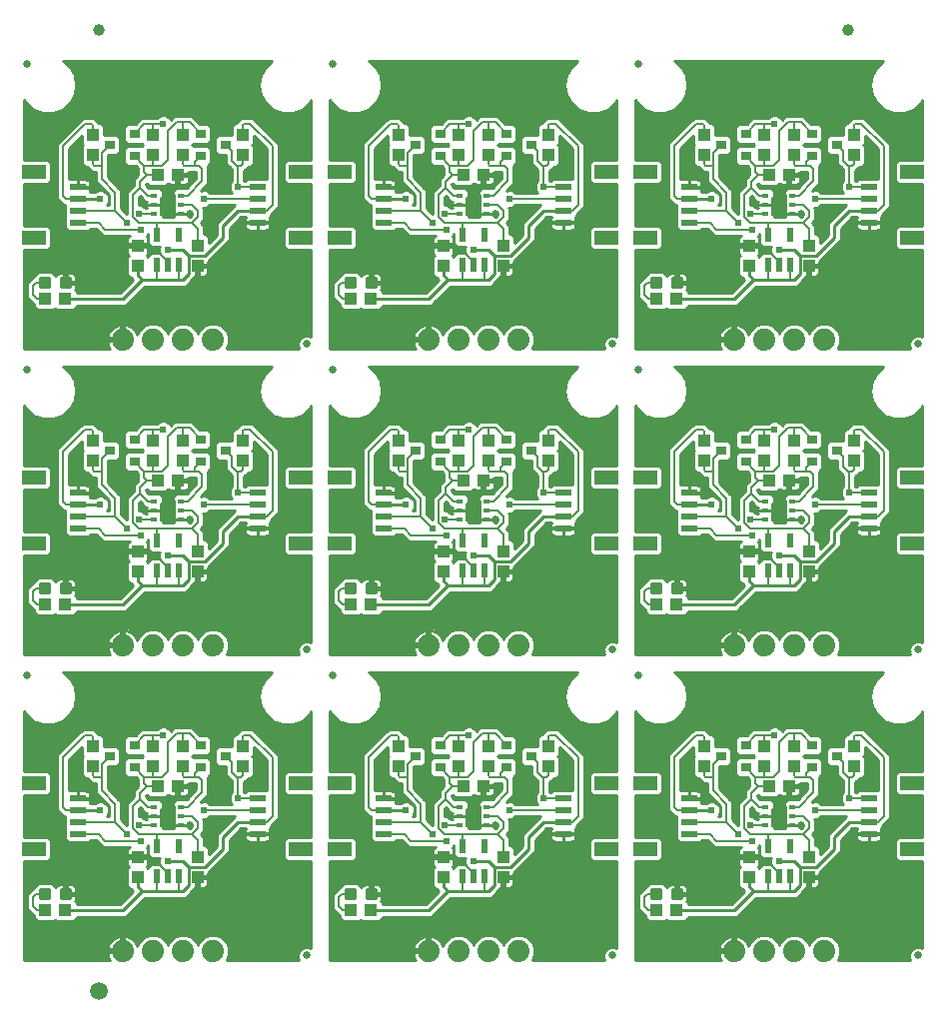
<source format=gtl>
G75*
%MOIN*%
%OFA0B0*%
%FSLAX25Y25*%
%IPPOS*%
%LPD*%
%AMOC8*
5,1,8,0,0,1.08239X$1,22.5*
%
%ADD10C,0.02500*%
%ADD11R,0.07874X0.04724*%
%ADD12R,0.05315X0.02362*%
%ADD13C,0.07400*%
%ADD14R,0.04331X0.03937*%
%ADD15C,0.01181*%
%ADD16R,0.02165X0.01575*%
%ADD17C,0.00000*%
%ADD18C,0.00001*%
%ADD19R,0.01200X0.02400*%
%ADD20R,0.02165X0.04724*%
%ADD21R,0.03543X0.03150*%
%ADD22R,0.03937X0.04331*%
%ADD23C,0.03937*%
%ADD24C,0.05906*%
%ADD25C,0.02400*%
%ADD26C,0.00600*%
%ADD27C,0.01000*%
D10*
X0129842Y0032250D03*
X0138342Y0125750D03*
X0129842Y0134250D03*
X0036342Y0125750D03*
X0036342Y0227750D03*
X0129842Y0236250D03*
X0138342Y0227750D03*
X0231842Y0236250D03*
X0240342Y0227750D03*
X0333842Y0236250D03*
X0240342Y0329750D03*
X0138342Y0329750D03*
X0036342Y0329750D03*
X0231842Y0134250D03*
X0240342Y0125750D03*
X0333842Y0134250D03*
X0333842Y0032250D03*
X0231842Y0032250D03*
D11*
X0229810Y0067726D03*
X0242873Y0067726D03*
X0242873Y0089774D03*
X0229810Y0089774D03*
X0229810Y0169726D03*
X0242873Y0169726D03*
X0242873Y0191774D03*
X0229810Y0191774D03*
X0229810Y0271726D03*
X0242873Y0271726D03*
X0242873Y0293774D03*
X0229810Y0293774D03*
X0140873Y0293774D03*
X0127810Y0293774D03*
X0127810Y0271726D03*
X0140873Y0271726D03*
X0140873Y0191774D03*
X0127810Y0191774D03*
X0127810Y0169726D03*
X0140873Y0169726D03*
X0140873Y0089774D03*
X0127810Y0089774D03*
X0127810Y0067726D03*
X0140873Y0067726D03*
X0038873Y0067726D03*
X0038873Y0089774D03*
X0038873Y0169726D03*
X0038873Y0191774D03*
X0038873Y0271726D03*
X0038873Y0293774D03*
X0331810Y0293774D03*
X0331810Y0271726D03*
X0331810Y0191774D03*
X0331810Y0169726D03*
X0331810Y0089774D03*
X0331810Y0067726D03*
D12*
X0317342Y0072844D03*
X0317342Y0076781D03*
X0317342Y0080719D03*
X0317342Y0084656D03*
X0257342Y0084656D03*
X0257342Y0080719D03*
X0257342Y0076781D03*
X0257342Y0072844D03*
X0215342Y0072844D03*
X0215342Y0076781D03*
X0215342Y0080719D03*
X0215342Y0084656D03*
X0155342Y0084656D03*
X0155342Y0080719D03*
X0155342Y0076781D03*
X0155342Y0072844D03*
X0113342Y0072844D03*
X0113342Y0076781D03*
X0113342Y0080719D03*
X0113342Y0084656D03*
X0053342Y0084656D03*
X0053342Y0080719D03*
X0053342Y0076781D03*
X0053342Y0072844D03*
X0053342Y0174844D03*
X0053342Y0178781D03*
X0053342Y0182719D03*
X0053342Y0186656D03*
X0113342Y0186656D03*
X0113342Y0182719D03*
X0113342Y0178781D03*
X0113342Y0174844D03*
X0155342Y0174844D03*
X0155342Y0178781D03*
X0155342Y0182719D03*
X0155342Y0186656D03*
X0215342Y0186656D03*
X0215342Y0182719D03*
X0215342Y0178781D03*
X0215342Y0174844D03*
X0257342Y0174844D03*
X0257342Y0178781D03*
X0257342Y0182719D03*
X0257342Y0186656D03*
X0317342Y0186656D03*
X0317342Y0182719D03*
X0317342Y0178781D03*
X0317342Y0174844D03*
X0317342Y0276844D03*
X0317342Y0280781D03*
X0317342Y0284719D03*
X0317342Y0288656D03*
X0257342Y0288656D03*
X0257342Y0284719D03*
X0257342Y0280781D03*
X0257342Y0276844D03*
X0215342Y0276844D03*
X0215342Y0280781D03*
X0215342Y0284719D03*
X0215342Y0288656D03*
X0155342Y0288656D03*
X0155342Y0284719D03*
X0155342Y0280781D03*
X0155342Y0276844D03*
X0113342Y0276844D03*
X0113342Y0280781D03*
X0113342Y0284719D03*
X0113342Y0288656D03*
X0053342Y0288656D03*
X0053342Y0284719D03*
X0053342Y0280781D03*
X0053342Y0276844D03*
D13*
X0068342Y0237750D03*
X0078342Y0237750D03*
X0088342Y0237750D03*
X0098342Y0237750D03*
X0170342Y0237750D03*
X0180342Y0237750D03*
X0190342Y0237750D03*
X0200342Y0237750D03*
X0272342Y0237750D03*
X0282342Y0237750D03*
X0292342Y0237750D03*
X0302342Y0237750D03*
X0302342Y0135750D03*
X0292342Y0135750D03*
X0282342Y0135750D03*
X0272342Y0135750D03*
X0200342Y0135750D03*
X0190342Y0135750D03*
X0180342Y0135750D03*
X0170342Y0135750D03*
X0098342Y0135750D03*
X0088342Y0135750D03*
X0078342Y0135750D03*
X0068342Y0135750D03*
X0068342Y0033750D03*
X0078342Y0033750D03*
X0088342Y0033750D03*
X0098342Y0033750D03*
X0170342Y0033750D03*
X0180342Y0033750D03*
X0190342Y0033750D03*
X0200342Y0033750D03*
X0272342Y0033750D03*
X0282342Y0033750D03*
X0292342Y0033750D03*
X0302342Y0033750D03*
D14*
X0253188Y0047250D03*
X0246495Y0047250D03*
X0283995Y0088750D03*
X0290688Y0088750D03*
X0253188Y0149250D03*
X0246495Y0149250D03*
X0283995Y0190750D03*
X0290688Y0190750D03*
X0253188Y0251250D03*
X0246495Y0251250D03*
X0283995Y0292750D03*
X0290688Y0292750D03*
X0188688Y0292750D03*
X0181995Y0292750D03*
X0151188Y0251250D03*
X0144495Y0251250D03*
X0086688Y0292750D03*
X0079995Y0292750D03*
X0049188Y0251250D03*
X0042495Y0251250D03*
X0079995Y0190750D03*
X0086688Y0190750D03*
X0049188Y0149250D03*
X0042495Y0149250D03*
X0079995Y0088750D03*
X0086688Y0088750D03*
X0049188Y0047250D03*
X0042495Y0047250D03*
X0144495Y0047250D03*
X0151188Y0047250D03*
X0181995Y0088750D03*
X0188688Y0088750D03*
X0151188Y0149250D03*
X0144495Y0149250D03*
X0181995Y0190750D03*
X0188688Y0190750D03*
D15*
X0149917Y0156128D02*
X0149917Y0153372D01*
X0149917Y0156128D02*
X0152673Y0156128D01*
X0152673Y0153372D01*
X0149917Y0153372D01*
X0149917Y0154552D02*
X0152673Y0154552D01*
X0152673Y0155732D02*
X0149917Y0155732D01*
X0143011Y0156128D02*
X0143011Y0153372D01*
X0143011Y0156128D02*
X0145767Y0156128D01*
X0145767Y0153372D01*
X0143011Y0153372D01*
X0143011Y0154552D02*
X0145767Y0154552D01*
X0145767Y0155732D02*
X0143011Y0155732D01*
X0047917Y0156128D02*
X0047917Y0153372D01*
X0047917Y0156128D02*
X0050673Y0156128D01*
X0050673Y0153372D01*
X0047917Y0153372D01*
X0047917Y0154552D02*
X0050673Y0154552D01*
X0050673Y0155732D02*
X0047917Y0155732D01*
X0041011Y0156128D02*
X0041011Y0153372D01*
X0041011Y0156128D02*
X0043767Y0156128D01*
X0043767Y0153372D01*
X0041011Y0153372D01*
X0041011Y0154552D02*
X0043767Y0154552D01*
X0043767Y0155732D02*
X0041011Y0155732D01*
X0041011Y0255372D02*
X0041011Y0258128D01*
X0043767Y0258128D01*
X0043767Y0255372D01*
X0041011Y0255372D01*
X0041011Y0256552D02*
X0043767Y0256552D01*
X0043767Y0257732D02*
X0041011Y0257732D01*
X0047917Y0258128D02*
X0047917Y0255372D01*
X0047917Y0258128D02*
X0050673Y0258128D01*
X0050673Y0255372D01*
X0047917Y0255372D01*
X0047917Y0256552D02*
X0050673Y0256552D01*
X0050673Y0257732D02*
X0047917Y0257732D01*
X0143011Y0258128D02*
X0143011Y0255372D01*
X0143011Y0258128D02*
X0145767Y0258128D01*
X0145767Y0255372D01*
X0143011Y0255372D01*
X0143011Y0256552D02*
X0145767Y0256552D01*
X0145767Y0257732D02*
X0143011Y0257732D01*
X0149917Y0258128D02*
X0149917Y0255372D01*
X0149917Y0258128D02*
X0152673Y0258128D01*
X0152673Y0255372D01*
X0149917Y0255372D01*
X0149917Y0256552D02*
X0152673Y0256552D01*
X0152673Y0257732D02*
X0149917Y0257732D01*
X0245011Y0258128D02*
X0245011Y0255372D01*
X0245011Y0258128D02*
X0247767Y0258128D01*
X0247767Y0255372D01*
X0245011Y0255372D01*
X0245011Y0256552D02*
X0247767Y0256552D01*
X0247767Y0257732D02*
X0245011Y0257732D01*
X0251917Y0258128D02*
X0251917Y0255372D01*
X0251917Y0258128D02*
X0254673Y0258128D01*
X0254673Y0255372D01*
X0251917Y0255372D01*
X0251917Y0256552D02*
X0254673Y0256552D01*
X0254673Y0257732D02*
X0251917Y0257732D01*
X0251917Y0156128D02*
X0251917Y0153372D01*
X0251917Y0156128D02*
X0254673Y0156128D01*
X0254673Y0153372D01*
X0251917Y0153372D01*
X0251917Y0154552D02*
X0254673Y0154552D01*
X0254673Y0155732D02*
X0251917Y0155732D01*
X0245011Y0156128D02*
X0245011Y0153372D01*
X0245011Y0156128D02*
X0247767Y0156128D01*
X0247767Y0153372D01*
X0245011Y0153372D01*
X0245011Y0154552D02*
X0247767Y0154552D01*
X0247767Y0155732D02*
X0245011Y0155732D01*
X0245011Y0054128D02*
X0245011Y0051372D01*
X0245011Y0054128D02*
X0247767Y0054128D01*
X0247767Y0051372D01*
X0245011Y0051372D01*
X0245011Y0052552D02*
X0247767Y0052552D01*
X0247767Y0053732D02*
X0245011Y0053732D01*
X0251917Y0054128D02*
X0251917Y0051372D01*
X0251917Y0054128D02*
X0254673Y0054128D01*
X0254673Y0051372D01*
X0251917Y0051372D01*
X0251917Y0052552D02*
X0254673Y0052552D01*
X0254673Y0053732D02*
X0251917Y0053732D01*
X0149917Y0054128D02*
X0149917Y0051372D01*
X0149917Y0054128D02*
X0152673Y0054128D01*
X0152673Y0051372D01*
X0149917Y0051372D01*
X0149917Y0052552D02*
X0152673Y0052552D01*
X0152673Y0053732D02*
X0149917Y0053732D01*
X0143011Y0054128D02*
X0143011Y0051372D01*
X0143011Y0054128D02*
X0145767Y0054128D01*
X0145767Y0051372D01*
X0143011Y0051372D01*
X0143011Y0052552D02*
X0145767Y0052552D01*
X0145767Y0053732D02*
X0143011Y0053732D01*
X0047917Y0054128D02*
X0047917Y0051372D01*
X0047917Y0054128D02*
X0050673Y0054128D01*
X0050673Y0051372D01*
X0047917Y0051372D01*
X0047917Y0052552D02*
X0050673Y0052552D01*
X0050673Y0053732D02*
X0047917Y0053732D01*
X0041011Y0054128D02*
X0041011Y0051372D01*
X0041011Y0054128D02*
X0043767Y0054128D01*
X0043767Y0051372D01*
X0041011Y0051372D01*
X0041011Y0052552D02*
X0043767Y0052552D01*
X0043767Y0053732D02*
X0041011Y0053732D01*
D16*
X0078814Y0075600D03*
X0078814Y0078750D03*
X0078814Y0081900D03*
X0087869Y0081900D03*
X0087869Y0078750D03*
X0087869Y0075600D03*
X0180814Y0075600D03*
X0180814Y0078750D03*
X0180814Y0081900D03*
X0189869Y0081900D03*
X0189869Y0078750D03*
X0189869Y0075600D03*
X0282814Y0075600D03*
X0282814Y0078750D03*
X0282814Y0081900D03*
X0291869Y0081900D03*
X0291869Y0078750D03*
X0291869Y0075600D03*
X0291869Y0177600D03*
X0291869Y0180750D03*
X0291869Y0183900D03*
X0282814Y0183900D03*
X0282814Y0180750D03*
X0282814Y0177600D03*
X0189869Y0177600D03*
X0189869Y0180750D03*
X0189869Y0183900D03*
X0180814Y0183900D03*
X0180814Y0180750D03*
X0180814Y0177600D03*
X0087869Y0177600D03*
X0087869Y0180750D03*
X0087869Y0183900D03*
X0078814Y0183900D03*
X0078814Y0180750D03*
X0078814Y0177600D03*
X0078814Y0279600D03*
X0078814Y0282750D03*
X0078814Y0285900D03*
X0087869Y0285900D03*
X0087869Y0282750D03*
X0087869Y0279600D03*
X0180814Y0279600D03*
X0180814Y0282750D03*
X0180814Y0285900D03*
X0189869Y0285900D03*
X0189869Y0282750D03*
X0189869Y0279600D03*
X0282814Y0279600D03*
X0282814Y0282750D03*
X0282814Y0285900D03*
X0291869Y0285900D03*
X0291869Y0282750D03*
X0291869Y0279600D03*
D17*
X0289802Y0279404D02*
X0289802Y0286096D01*
X0285964Y0286096D01*
X0284881Y0285014D01*
X0284881Y0279404D01*
X0289802Y0279404D01*
X0187802Y0279404D02*
X0187802Y0286096D01*
X0183964Y0286096D01*
X0182881Y0285014D01*
X0182881Y0279404D01*
X0187802Y0279404D01*
X0085802Y0279404D02*
X0085802Y0286096D01*
X0081964Y0286096D01*
X0080881Y0285014D01*
X0080881Y0279404D01*
X0085802Y0279404D01*
X0085802Y0184096D02*
X0081964Y0184096D01*
X0080881Y0183014D01*
X0080881Y0177404D01*
X0085802Y0177404D01*
X0085802Y0184096D01*
X0182881Y0183014D02*
X0182881Y0177404D01*
X0187802Y0177404D01*
X0187802Y0184096D01*
X0183964Y0184096D01*
X0182881Y0183014D01*
X0284881Y0183014D02*
X0284881Y0177404D01*
X0289802Y0177404D01*
X0289802Y0184096D01*
X0285964Y0184096D01*
X0284881Y0183014D01*
X0285964Y0082096D02*
X0284881Y0081014D01*
X0284881Y0075404D01*
X0289802Y0075404D01*
X0289802Y0082096D01*
X0285964Y0082096D01*
X0187802Y0082096D02*
X0187802Y0075404D01*
X0182881Y0075404D01*
X0182881Y0081014D01*
X0183964Y0082096D01*
X0187802Y0082096D01*
X0085802Y0082096D02*
X0085802Y0075404D01*
X0080881Y0075404D01*
X0080881Y0081014D01*
X0081964Y0082096D01*
X0085802Y0082096D01*
D18*
X0081963Y0082096D01*
X0081963Y0082095D02*
X0085802Y0082095D01*
X0085802Y0082094D02*
X0081962Y0082094D01*
X0081961Y0082094D02*
X0085802Y0082094D01*
X0085802Y0082093D02*
X0081960Y0082093D01*
X0081959Y0082092D02*
X0085802Y0082092D01*
X0085802Y0082091D02*
X0081959Y0082091D01*
X0081958Y0082090D02*
X0085802Y0082090D01*
X0081957Y0082090D01*
X0081956Y0082089D02*
X0085802Y0082089D01*
X0085802Y0082088D02*
X0081955Y0082088D01*
X0081955Y0082087D02*
X0085802Y0082087D01*
X0085802Y0082086D02*
X0081954Y0082086D01*
X0081953Y0082086D02*
X0085802Y0082086D01*
X0085802Y0082085D02*
X0081952Y0082085D01*
X0081951Y0082084D02*
X0085802Y0082084D01*
X0085802Y0082083D02*
X0081951Y0082083D01*
X0081950Y0082082D02*
X0085802Y0082082D01*
X0081949Y0082082D01*
X0081948Y0082081D02*
X0085802Y0082081D01*
X0085802Y0082080D02*
X0081947Y0082080D01*
X0081947Y0082079D02*
X0085802Y0082079D01*
X0085802Y0082078D02*
X0081946Y0082078D01*
X0081945Y0082078D02*
X0085802Y0082078D01*
X0085802Y0082077D02*
X0081944Y0082077D01*
X0081943Y0082076D02*
X0085802Y0082076D01*
X0085802Y0082075D02*
X0081943Y0082075D01*
X0081942Y0082074D02*
X0085802Y0082074D01*
X0081941Y0082074D01*
X0081940Y0082073D02*
X0085802Y0082073D01*
X0085802Y0082072D02*
X0081939Y0082072D01*
X0081939Y0082071D02*
X0085802Y0082071D01*
X0085802Y0082070D02*
X0081938Y0082070D01*
X0081937Y0082070D02*
X0085802Y0082070D01*
X0085802Y0082069D02*
X0081936Y0082069D01*
X0081935Y0082068D02*
X0085802Y0082068D01*
X0085802Y0082067D02*
X0081935Y0082067D01*
X0081934Y0082066D02*
X0085802Y0082066D01*
X0081933Y0082066D01*
X0081932Y0082065D02*
X0085802Y0082065D01*
X0085802Y0082064D02*
X0081931Y0082064D01*
X0081931Y0082063D02*
X0085802Y0082063D01*
X0085802Y0082062D02*
X0081930Y0082062D01*
X0081929Y0082062D02*
X0085802Y0082062D01*
X0085802Y0082061D02*
X0081928Y0082061D01*
X0081927Y0082060D02*
X0085802Y0082060D01*
X0085802Y0082059D02*
X0081927Y0082059D01*
X0081926Y0082058D02*
X0085802Y0082058D01*
X0081925Y0082058D01*
X0081924Y0082057D02*
X0085802Y0082057D01*
X0085802Y0082056D02*
X0081923Y0082056D01*
X0081923Y0082055D02*
X0085802Y0082055D01*
X0085802Y0082054D02*
X0081922Y0082054D01*
X0081921Y0082054D02*
X0085802Y0082054D01*
X0085802Y0082053D02*
X0081920Y0082053D01*
X0081919Y0082052D02*
X0085802Y0082052D01*
X0085802Y0082051D02*
X0081919Y0082051D01*
X0081918Y0082050D02*
X0085802Y0082050D01*
X0081917Y0082050D01*
X0081916Y0082049D02*
X0085802Y0082049D01*
X0085802Y0082048D02*
X0081915Y0082048D01*
X0081915Y0082047D02*
X0085802Y0082047D01*
X0085802Y0082046D02*
X0081914Y0082046D01*
X0081913Y0082046D02*
X0085802Y0082046D01*
X0085802Y0082045D02*
X0081912Y0082045D01*
X0081911Y0082044D02*
X0085802Y0082044D01*
X0085802Y0082043D02*
X0081911Y0082043D01*
X0081910Y0082042D02*
X0085802Y0082042D01*
X0081909Y0082042D01*
X0081908Y0082041D02*
X0085802Y0082041D01*
X0085802Y0082040D02*
X0081907Y0082040D01*
X0081907Y0082039D02*
X0085802Y0082039D01*
X0085802Y0082038D02*
X0081906Y0082038D01*
X0081905Y0082038D02*
X0085802Y0082038D01*
X0085802Y0082037D02*
X0081904Y0082037D01*
X0081903Y0082036D02*
X0085802Y0082036D01*
X0085802Y0082035D02*
X0081903Y0082035D01*
X0081902Y0082034D02*
X0085802Y0082034D01*
X0081901Y0082034D01*
X0081900Y0082033D02*
X0085802Y0082033D01*
X0085802Y0082032D02*
X0081899Y0082032D01*
X0081899Y0082031D02*
X0085802Y0082031D01*
X0085802Y0082030D02*
X0081898Y0082030D01*
X0081897Y0082030D02*
X0085802Y0082030D01*
X0085802Y0082029D02*
X0081896Y0082029D01*
X0081895Y0082028D02*
X0085802Y0082028D01*
X0085802Y0082027D02*
X0081895Y0082027D01*
X0081894Y0082026D02*
X0085802Y0082026D01*
X0081893Y0082026D01*
X0081892Y0082025D02*
X0085802Y0082025D01*
X0085802Y0082024D02*
X0081891Y0082024D01*
X0081891Y0082023D02*
X0085802Y0082023D01*
X0085802Y0082022D02*
X0081890Y0082022D01*
X0081889Y0082022D02*
X0085802Y0082022D01*
X0085802Y0082021D02*
X0081888Y0082021D01*
X0081887Y0082020D02*
X0085802Y0082020D01*
X0085802Y0082019D02*
X0081887Y0082019D01*
X0081886Y0082018D02*
X0085802Y0082018D01*
X0081885Y0082018D01*
X0081884Y0082017D02*
X0085802Y0082017D01*
X0085802Y0082016D02*
X0081883Y0082016D01*
X0081883Y0082015D02*
X0085802Y0082015D01*
X0085802Y0082014D02*
X0081882Y0082014D01*
X0081881Y0082014D02*
X0085802Y0082014D01*
X0085802Y0082013D02*
X0081880Y0082013D01*
X0081879Y0082012D02*
X0085802Y0082012D01*
X0085802Y0082011D02*
X0081879Y0082011D01*
X0081878Y0082010D02*
X0085802Y0082010D01*
X0081877Y0082010D01*
X0081876Y0082009D02*
X0085802Y0082009D01*
X0085802Y0082008D02*
X0081875Y0082008D01*
X0081875Y0082007D02*
X0085802Y0082007D01*
X0085802Y0082006D02*
X0081874Y0082006D01*
X0081873Y0082006D02*
X0085802Y0082006D01*
X0085802Y0082005D02*
X0081872Y0082005D01*
X0081871Y0082004D02*
X0085802Y0082004D01*
X0085802Y0082003D02*
X0081871Y0082003D01*
X0081870Y0082002D02*
X0085802Y0082002D01*
X0081869Y0082002D01*
X0081868Y0082001D02*
X0085802Y0082001D01*
X0085802Y0082000D02*
X0081867Y0082000D01*
X0081867Y0081999D02*
X0085802Y0081999D01*
X0085802Y0081998D02*
X0081866Y0081998D01*
X0081865Y0081998D02*
X0085802Y0081998D01*
X0085802Y0081997D02*
X0081864Y0081997D01*
X0081863Y0081996D02*
X0085802Y0081996D01*
X0085802Y0081995D02*
X0081863Y0081995D01*
X0081862Y0081994D02*
X0085802Y0081994D01*
X0081861Y0081994D01*
X0081860Y0081993D02*
X0085802Y0081993D01*
X0085802Y0081992D02*
X0081859Y0081992D01*
X0081859Y0081991D02*
X0085802Y0081991D01*
X0085802Y0081990D02*
X0081858Y0081990D01*
X0081857Y0081990D02*
X0085802Y0081990D01*
X0085802Y0081989D02*
X0081856Y0081989D01*
X0081855Y0081988D02*
X0085802Y0081988D01*
X0085802Y0081987D02*
X0081855Y0081987D01*
X0081854Y0081986D02*
X0085802Y0081986D01*
X0081853Y0081986D01*
X0081852Y0081985D02*
X0085802Y0081985D01*
X0085802Y0081984D02*
X0081851Y0081984D01*
X0081851Y0081983D02*
X0085802Y0081983D01*
X0085802Y0081982D02*
X0081850Y0081982D01*
X0081849Y0081982D02*
X0085802Y0081982D01*
X0085802Y0081981D02*
X0081848Y0081981D01*
X0081847Y0081980D02*
X0085802Y0081980D01*
X0085802Y0081979D02*
X0081847Y0081979D01*
X0081846Y0081978D02*
X0085802Y0081978D01*
X0081845Y0081978D01*
X0081844Y0081977D02*
X0085802Y0081977D01*
X0085802Y0081976D02*
X0081843Y0081976D01*
X0081843Y0081975D02*
X0085802Y0081975D01*
X0085802Y0081974D02*
X0081842Y0081974D01*
X0081841Y0081974D02*
X0085802Y0081974D01*
X0085802Y0081973D02*
X0081840Y0081973D01*
X0081839Y0081972D02*
X0085802Y0081972D01*
X0085802Y0081971D02*
X0081839Y0081971D01*
X0081838Y0081970D02*
X0085802Y0081970D01*
X0081837Y0081970D01*
X0081836Y0081969D02*
X0085802Y0081969D01*
X0085802Y0081968D02*
X0081835Y0081968D01*
X0081835Y0081967D02*
X0085802Y0081967D01*
X0085802Y0081966D02*
X0081834Y0081966D01*
X0081833Y0081966D02*
X0085802Y0081966D01*
X0085802Y0081965D02*
X0081832Y0081965D01*
X0081831Y0081964D02*
X0085802Y0081964D01*
X0085802Y0081963D02*
X0081831Y0081963D01*
X0081830Y0081962D02*
X0085802Y0081962D01*
X0081829Y0081962D01*
X0081828Y0081961D02*
X0085802Y0081961D01*
X0085802Y0081960D02*
X0081827Y0081960D01*
X0081827Y0081959D02*
X0085802Y0081959D01*
X0085802Y0081958D02*
X0081826Y0081958D01*
X0081825Y0081958D02*
X0085802Y0081958D01*
X0085802Y0081957D02*
X0081824Y0081957D01*
X0081823Y0081956D02*
X0085802Y0081956D01*
X0085802Y0081955D02*
X0081823Y0081955D01*
X0081822Y0081954D02*
X0085802Y0081954D01*
X0081821Y0081954D01*
X0081820Y0081953D02*
X0085802Y0081953D01*
X0085802Y0081952D02*
X0081819Y0081952D01*
X0081819Y0081951D02*
X0085802Y0081951D01*
X0085802Y0081950D02*
X0081818Y0081950D01*
X0081817Y0081950D02*
X0085802Y0081950D01*
X0085802Y0081949D02*
X0081816Y0081949D01*
X0081815Y0081948D02*
X0085802Y0081948D01*
X0085802Y0081947D02*
X0081815Y0081947D01*
X0081814Y0081946D02*
X0085802Y0081946D01*
X0081813Y0081946D01*
X0081812Y0081945D02*
X0085802Y0081945D01*
X0085802Y0081944D02*
X0081811Y0081944D01*
X0081811Y0081943D02*
X0085802Y0081943D01*
X0085802Y0081942D02*
X0081810Y0081942D01*
X0081809Y0081942D02*
X0085802Y0081942D01*
X0085802Y0081941D02*
X0081808Y0081941D01*
X0081807Y0081940D02*
X0085802Y0081940D01*
X0085802Y0081939D02*
X0081807Y0081939D01*
X0081806Y0081938D02*
X0085802Y0081938D01*
X0081805Y0081938D01*
X0081804Y0081937D02*
X0085802Y0081937D01*
X0085802Y0081936D02*
X0081803Y0081936D01*
X0081803Y0081935D02*
X0085802Y0081935D01*
X0085802Y0081934D02*
X0081802Y0081934D01*
X0081801Y0081934D02*
X0085802Y0081934D01*
X0085802Y0081933D02*
X0081800Y0081933D01*
X0081799Y0081932D02*
X0085802Y0081932D01*
X0085802Y0081931D02*
X0081799Y0081931D01*
X0081798Y0081930D02*
X0085802Y0081930D01*
X0081797Y0081930D01*
X0081796Y0081929D02*
X0085802Y0081929D01*
X0085802Y0081928D02*
X0081795Y0081928D01*
X0081795Y0081927D02*
X0085802Y0081927D01*
X0085802Y0081926D02*
X0081794Y0081926D01*
X0081793Y0081926D02*
X0085802Y0081926D01*
X0085802Y0081925D02*
X0081792Y0081925D01*
X0081791Y0081924D02*
X0085802Y0081924D01*
X0085802Y0081923D02*
X0081791Y0081923D01*
X0081790Y0081922D02*
X0085802Y0081922D01*
X0081789Y0081922D01*
X0081788Y0081921D02*
X0085802Y0081921D01*
X0085802Y0081920D02*
X0081787Y0081920D01*
X0081787Y0081919D02*
X0085802Y0081919D01*
X0085802Y0081918D02*
X0081786Y0081918D01*
X0081785Y0081918D02*
X0085802Y0081918D01*
X0085802Y0081917D02*
X0081784Y0081917D01*
X0081783Y0081916D02*
X0085802Y0081916D01*
X0085802Y0081915D02*
X0081783Y0081915D01*
X0081782Y0081914D02*
X0085802Y0081914D01*
X0081781Y0081914D01*
X0081780Y0081913D02*
X0085802Y0081913D01*
X0085802Y0081912D02*
X0081779Y0081912D01*
X0081779Y0081911D02*
X0085802Y0081911D01*
X0085802Y0081910D02*
X0081778Y0081910D01*
X0081777Y0081910D02*
X0085802Y0081910D01*
X0085802Y0081909D02*
X0081776Y0081909D01*
X0081775Y0081908D02*
X0085802Y0081908D01*
X0085802Y0081907D02*
X0081775Y0081907D01*
X0081774Y0081906D02*
X0085802Y0081906D01*
X0081773Y0081906D01*
X0081772Y0081905D02*
X0085802Y0081905D01*
X0085802Y0081904D02*
X0081771Y0081904D01*
X0081771Y0081903D02*
X0085802Y0081903D01*
X0085802Y0081902D02*
X0081770Y0081902D01*
X0081769Y0081902D02*
X0085802Y0081902D01*
X0085802Y0081901D02*
X0081768Y0081901D01*
X0081767Y0081900D02*
X0085802Y0081900D01*
X0085802Y0081899D02*
X0081767Y0081899D01*
X0081766Y0081898D02*
X0085802Y0081898D01*
X0081765Y0081898D01*
X0081764Y0081897D02*
X0085802Y0081897D01*
X0085802Y0081896D02*
X0081763Y0081896D01*
X0081763Y0081895D02*
X0085802Y0081895D01*
X0085802Y0081894D02*
X0081762Y0081894D01*
X0081761Y0081894D02*
X0085802Y0081894D01*
X0085802Y0081893D02*
X0081760Y0081893D01*
X0081759Y0081892D02*
X0085802Y0081892D01*
X0085802Y0081891D02*
X0081759Y0081891D01*
X0081758Y0081890D02*
X0085802Y0081890D01*
X0081757Y0081890D01*
X0081756Y0081889D02*
X0085802Y0081889D01*
X0085802Y0081888D02*
X0081755Y0081888D01*
X0081755Y0081887D02*
X0085802Y0081887D01*
X0085802Y0081886D02*
X0081754Y0081886D01*
X0081753Y0081886D02*
X0085802Y0081886D01*
X0085802Y0081885D02*
X0081752Y0081885D01*
X0081751Y0081884D02*
X0085802Y0081884D01*
X0085802Y0081883D02*
X0081751Y0081883D01*
X0081750Y0081882D02*
X0085802Y0081882D01*
X0081749Y0081882D01*
X0081748Y0081881D02*
X0085802Y0081881D01*
X0085802Y0081880D02*
X0081747Y0081880D01*
X0081747Y0081879D02*
X0085802Y0081879D01*
X0085802Y0081878D02*
X0081746Y0081878D01*
X0081745Y0081878D02*
X0085802Y0081878D01*
X0085802Y0081877D02*
X0081744Y0081877D01*
X0081743Y0081876D02*
X0085802Y0081876D01*
X0085802Y0081875D02*
X0081743Y0081875D01*
X0081742Y0081874D02*
X0085802Y0081874D01*
X0081741Y0081874D01*
X0081740Y0081873D02*
X0085802Y0081873D01*
X0085802Y0081872D02*
X0081739Y0081872D01*
X0081739Y0081871D02*
X0085802Y0081871D01*
X0085802Y0081870D02*
X0081738Y0081870D01*
X0081737Y0081870D02*
X0085802Y0081870D01*
X0085802Y0081869D02*
X0081736Y0081869D01*
X0081735Y0081868D02*
X0085802Y0081868D01*
X0085802Y0081867D02*
X0081735Y0081867D01*
X0081734Y0081866D02*
X0085802Y0081866D01*
X0081733Y0081866D01*
X0081732Y0081865D02*
X0085802Y0081865D01*
X0085802Y0081864D02*
X0081731Y0081864D01*
X0081731Y0081863D02*
X0085802Y0081863D01*
X0085802Y0081862D02*
X0081730Y0081862D01*
X0081729Y0081862D02*
X0085802Y0081862D01*
X0085802Y0081861D02*
X0081728Y0081861D01*
X0081727Y0081860D02*
X0085802Y0081860D01*
X0085802Y0081859D02*
X0081727Y0081859D01*
X0081726Y0081858D02*
X0085802Y0081858D01*
X0081725Y0081858D01*
X0081724Y0081857D02*
X0085802Y0081857D01*
X0085802Y0081856D02*
X0081723Y0081856D01*
X0081723Y0081855D02*
X0085802Y0081855D01*
X0085802Y0081854D02*
X0081722Y0081854D01*
X0081721Y0081854D02*
X0085802Y0081854D01*
X0085802Y0081853D02*
X0081720Y0081853D01*
X0081719Y0081852D02*
X0085802Y0081852D01*
X0085802Y0081851D02*
X0081719Y0081851D01*
X0081718Y0081850D02*
X0085802Y0081850D01*
X0081717Y0081850D01*
X0081716Y0081849D02*
X0085802Y0081849D01*
X0085802Y0081848D02*
X0081715Y0081848D01*
X0081715Y0081847D02*
X0085802Y0081847D01*
X0085802Y0081846D02*
X0081714Y0081846D01*
X0081713Y0081846D02*
X0085802Y0081846D01*
X0085802Y0081845D02*
X0081712Y0081845D01*
X0081711Y0081844D02*
X0085802Y0081844D01*
X0085802Y0081843D02*
X0081711Y0081843D01*
X0081710Y0081842D02*
X0085802Y0081842D01*
X0081709Y0081842D01*
X0081708Y0081841D02*
X0085802Y0081841D01*
X0085802Y0081840D02*
X0081707Y0081840D01*
X0081707Y0081839D02*
X0085802Y0081839D01*
X0085802Y0081838D02*
X0081706Y0081838D01*
X0081705Y0081838D02*
X0085802Y0081838D01*
X0085802Y0081837D02*
X0081704Y0081837D01*
X0081703Y0081836D02*
X0085802Y0081836D01*
X0085802Y0081835D02*
X0081703Y0081835D01*
X0081702Y0081834D02*
X0085802Y0081834D01*
X0081701Y0081834D01*
X0081700Y0081833D02*
X0085802Y0081833D01*
X0085802Y0081832D02*
X0081699Y0081832D01*
X0081699Y0081831D02*
X0085802Y0081831D01*
X0085802Y0081830D02*
X0081698Y0081830D01*
X0081697Y0081830D02*
X0085802Y0081830D01*
X0085802Y0081829D02*
X0081696Y0081829D01*
X0081695Y0081828D02*
X0085802Y0081828D01*
X0085802Y0081827D02*
X0081695Y0081827D01*
X0081694Y0081826D02*
X0085802Y0081826D01*
X0081693Y0081826D01*
X0081692Y0081825D02*
X0085802Y0081825D01*
X0085802Y0081824D02*
X0081691Y0081824D01*
X0081691Y0081823D02*
X0085802Y0081823D01*
X0085802Y0081822D02*
X0081690Y0081822D01*
X0081689Y0081822D02*
X0085802Y0081822D01*
X0085802Y0081821D02*
X0081688Y0081821D01*
X0081687Y0081820D02*
X0085802Y0081820D01*
X0085802Y0081819D02*
X0081687Y0081819D01*
X0081686Y0081818D02*
X0085802Y0081818D01*
X0081685Y0081818D01*
X0081684Y0081817D02*
X0085802Y0081817D01*
X0085802Y0081816D02*
X0081683Y0081816D01*
X0081683Y0081815D02*
X0085802Y0081815D01*
X0085802Y0081814D02*
X0081682Y0081814D01*
X0081681Y0081814D02*
X0085802Y0081814D01*
X0085802Y0081813D02*
X0081680Y0081813D01*
X0081679Y0081812D02*
X0085802Y0081812D01*
X0085802Y0081811D02*
X0081679Y0081811D01*
X0081678Y0081810D02*
X0085802Y0081810D01*
X0081677Y0081810D01*
X0081676Y0081809D02*
X0085802Y0081809D01*
X0085802Y0081808D02*
X0081675Y0081808D01*
X0081675Y0081807D02*
X0085802Y0081807D01*
X0085802Y0081806D02*
X0081674Y0081806D01*
X0081673Y0081806D02*
X0085802Y0081806D01*
X0085802Y0081805D02*
X0081672Y0081805D01*
X0081671Y0081804D02*
X0085802Y0081804D01*
X0085802Y0081803D02*
X0081671Y0081803D01*
X0081670Y0081802D02*
X0085802Y0081802D01*
X0081669Y0081802D01*
X0081668Y0081801D02*
X0085802Y0081801D01*
X0085802Y0081800D02*
X0081667Y0081800D01*
X0081667Y0081799D02*
X0085802Y0081799D01*
X0085802Y0081798D02*
X0081666Y0081798D01*
X0081665Y0081798D02*
X0085802Y0081798D01*
X0085802Y0081797D02*
X0081664Y0081797D01*
X0081663Y0081796D02*
X0085802Y0081796D01*
X0085802Y0081795D02*
X0081663Y0081795D01*
X0081662Y0081794D02*
X0085802Y0081794D01*
X0081661Y0081794D01*
X0081660Y0081793D02*
X0085802Y0081793D01*
X0085802Y0081792D02*
X0081659Y0081792D01*
X0081659Y0081791D02*
X0085802Y0081791D01*
X0085802Y0081790D02*
X0081658Y0081790D01*
X0081657Y0081790D02*
X0085802Y0081790D01*
X0085802Y0081789D02*
X0081656Y0081789D01*
X0081655Y0081788D02*
X0085802Y0081788D01*
X0085802Y0081787D02*
X0081655Y0081787D01*
X0081654Y0081786D02*
X0085802Y0081786D01*
X0081653Y0081786D01*
X0081652Y0081785D02*
X0085802Y0081785D01*
X0085802Y0081784D02*
X0081651Y0081784D01*
X0081651Y0081783D02*
X0085802Y0081783D01*
X0085802Y0081782D02*
X0081650Y0081782D01*
X0081649Y0081782D02*
X0085802Y0081782D01*
X0085802Y0081781D02*
X0081648Y0081781D01*
X0081647Y0081780D02*
X0085802Y0081780D01*
X0085802Y0081779D02*
X0081647Y0081779D01*
X0081646Y0081778D02*
X0085802Y0081778D01*
X0081645Y0081778D01*
X0081644Y0081777D02*
X0085802Y0081777D01*
X0085802Y0081776D02*
X0081643Y0081776D01*
X0081643Y0081775D02*
X0085802Y0081775D01*
X0085802Y0081774D02*
X0081642Y0081774D01*
X0081641Y0081774D02*
X0085802Y0081774D01*
X0085802Y0081773D02*
X0081640Y0081773D01*
X0081639Y0081772D02*
X0085802Y0081772D01*
X0085802Y0081771D02*
X0081639Y0081771D01*
X0081638Y0081770D02*
X0085802Y0081770D01*
X0081637Y0081770D01*
X0081636Y0081769D02*
X0085802Y0081769D01*
X0085802Y0081768D02*
X0081635Y0081768D01*
X0081635Y0081767D02*
X0085802Y0081767D01*
X0085802Y0081766D02*
X0081634Y0081766D01*
X0081633Y0081766D02*
X0085802Y0081766D01*
X0085802Y0081765D02*
X0081632Y0081765D01*
X0081631Y0081764D02*
X0085802Y0081764D01*
X0085802Y0081763D02*
X0081631Y0081763D01*
X0081630Y0081762D02*
X0085802Y0081762D01*
X0081629Y0081762D01*
X0081628Y0081761D02*
X0085802Y0081761D01*
X0085802Y0081760D02*
X0081627Y0081760D01*
X0081627Y0081759D02*
X0085802Y0081759D01*
X0085802Y0081758D02*
X0081626Y0081758D01*
X0081625Y0081758D02*
X0085802Y0081758D01*
X0085802Y0081757D02*
X0081624Y0081757D01*
X0081623Y0081756D02*
X0085802Y0081756D01*
X0085802Y0081755D02*
X0081623Y0081755D01*
X0081622Y0081754D02*
X0085802Y0081754D01*
X0081621Y0081754D01*
X0081620Y0081753D02*
X0085802Y0081753D01*
X0085802Y0081752D02*
X0081619Y0081752D01*
X0081619Y0081751D02*
X0085802Y0081751D01*
X0085802Y0081750D02*
X0081618Y0081750D01*
X0081617Y0081750D02*
X0085802Y0081750D01*
X0085802Y0081749D02*
X0081616Y0081749D01*
X0081615Y0081748D02*
X0085802Y0081748D01*
X0085802Y0081747D02*
X0081615Y0081747D01*
X0081614Y0081746D02*
X0085802Y0081746D01*
X0081613Y0081746D01*
X0081612Y0081745D02*
X0085802Y0081745D01*
X0085802Y0081744D02*
X0081611Y0081744D01*
X0081611Y0081743D02*
X0085802Y0081743D01*
X0085802Y0081742D02*
X0081610Y0081742D01*
X0081609Y0081742D02*
X0085802Y0081742D01*
X0085802Y0081741D02*
X0081608Y0081741D01*
X0081607Y0081740D02*
X0085802Y0081740D01*
X0085802Y0081739D02*
X0081607Y0081739D01*
X0081606Y0081738D02*
X0085802Y0081738D01*
X0081605Y0081738D01*
X0081604Y0081737D02*
X0085802Y0081737D01*
X0085802Y0081736D02*
X0081603Y0081736D01*
X0081603Y0081735D02*
X0085802Y0081735D01*
X0085802Y0081734D02*
X0081602Y0081734D01*
X0081601Y0081734D02*
X0085802Y0081734D01*
X0085802Y0081733D02*
X0081600Y0081733D01*
X0081599Y0081732D02*
X0085802Y0081732D01*
X0085802Y0081731D02*
X0081599Y0081731D01*
X0081598Y0081730D02*
X0085802Y0081730D01*
X0081597Y0081730D01*
X0081596Y0081729D02*
X0085802Y0081729D01*
X0085802Y0081728D02*
X0081595Y0081728D01*
X0081595Y0081727D02*
X0085802Y0081727D01*
X0085802Y0081726D02*
X0081594Y0081726D01*
X0081593Y0081726D02*
X0085802Y0081726D01*
X0085802Y0081725D02*
X0081592Y0081725D01*
X0081591Y0081724D02*
X0085802Y0081724D01*
X0085802Y0081723D02*
X0081591Y0081723D01*
X0081590Y0081722D02*
X0085802Y0081722D01*
X0081589Y0081722D01*
X0081588Y0081721D02*
X0085802Y0081721D01*
X0085802Y0081720D02*
X0081587Y0081720D01*
X0081587Y0081719D02*
X0085802Y0081719D01*
X0085802Y0081718D02*
X0081586Y0081718D01*
X0081585Y0081718D02*
X0085802Y0081718D01*
X0085802Y0081717D02*
X0081584Y0081717D01*
X0081583Y0081716D02*
X0085802Y0081716D01*
X0085802Y0081715D02*
X0081583Y0081715D01*
X0081582Y0081714D02*
X0085802Y0081714D01*
X0081581Y0081714D01*
X0081580Y0081713D02*
X0085802Y0081713D01*
X0085802Y0081712D02*
X0081579Y0081712D01*
X0081579Y0081711D02*
X0085802Y0081711D01*
X0085802Y0081710D02*
X0081578Y0081710D01*
X0081577Y0081710D02*
X0085802Y0081710D01*
X0085802Y0081709D02*
X0081576Y0081709D01*
X0081575Y0081708D02*
X0085802Y0081708D01*
X0085802Y0081707D02*
X0081575Y0081707D01*
X0081574Y0081706D02*
X0085802Y0081706D01*
X0081573Y0081706D01*
X0081572Y0081705D02*
X0085802Y0081705D01*
X0085802Y0081704D02*
X0081571Y0081704D01*
X0081571Y0081703D02*
X0085802Y0081703D01*
X0085802Y0081702D02*
X0081570Y0081702D01*
X0081569Y0081702D02*
X0085802Y0081702D01*
X0085802Y0081701D02*
X0081568Y0081701D01*
X0081567Y0081700D02*
X0085802Y0081700D01*
X0085802Y0081699D02*
X0081567Y0081699D01*
X0081566Y0081698D02*
X0085802Y0081698D01*
X0081565Y0081698D01*
X0081564Y0081697D02*
X0085802Y0081697D01*
X0085802Y0081696D02*
X0081563Y0081696D01*
X0081563Y0081695D02*
X0085802Y0081695D01*
X0085802Y0081694D02*
X0081562Y0081694D01*
X0081561Y0081694D02*
X0085802Y0081694D01*
X0085802Y0081693D02*
X0081560Y0081693D01*
X0081559Y0081692D02*
X0085802Y0081692D01*
X0085802Y0081691D02*
X0081559Y0081691D01*
X0081558Y0081690D02*
X0085802Y0081690D01*
X0081557Y0081690D01*
X0081556Y0081689D02*
X0085802Y0081689D01*
X0085802Y0081688D02*
X0081555Y0081688D01*
X0081555Y0081687D02*
X0085802Y0081687D01*
X0085802Y0081686D02*
X0081554Y0081686D01*
X0081553Y0081686D02*
X0085802Y0081686D01*
X0085802Y0081685D02*
X0081552Y0081685D01*
X0081551Y0081684D02*
X0085802Y0081684D01*
X0085802Y0081683D02*
X0081551Y0081683D01*
X0081550Y0081682D02*
X0085802Y0081682D01*
X0081549Y0081682D01*
X0081548Y0081681D02*
X0085802Y0081681D01*
X0085802Y0081680D02*
X0081547Y0081680D01*
X0081547Y0081679D02*
X0085802Y0081679D01*
X0085802Y0081678D02*
X0081546Y0081678D01*
X0081545Y0081678D02*
X0085802Y0081678D01*
X0085802Y0081677D02*
X0081544Y0081677D01*
X0081543Y0081676D02*
X0085802Y0081676D01*
X0085802Y0081675D02*
X0081543Y0081675D01*
X0081542Y0081674D02*
X0085802Y0081674D01*
X0081541Y0081674D01*
X0081540Y0081673D02*
X0085802Y0081673D01*
X0085802Y0081672D02*
X0081539Y0081672D01*
X0081539Y0081671D02*
X0085802Y0081671D01*
X0085802Y0081670D02*
X0081538Y0081670D01*
X0081537Y0081670D02*
X0085802Y0081670D01*
X0085802Y0081669D02*
X0081536Y0081669D01*
X0081535Y0081668D02*
X0085802Y0081668D01*
X0085802Y0081667D02*
X0081535Y0081667D01*
X0081534Y0081666D02*
X0085802Y0081666D01*
X0081533Y0081666D01*
X0081532Y0081665D02*
X0085802Y0081665D01*
X0085802Y0081664D02*
X0081531Y0081664D01*
X0081531Y0081663D02*
X0085802Y0081663D01*
X0085802Y0081662D02*
X0081530Y0081662D01*
X0081529Y0081662D02*
X0085802Y0081662D01*
X0085802Y0081661D02*
X0081528Y0081661D01*
X0081527Y0081660D02*
X0085802Y0081660D01*
X0085802Y0081659D02*
X0081527Y0081659D01*
X0081526Y0081658D02*
X0085802Y0081658D01*
X0081525Y0081658D01*
X0081524Y0081657D02*
X0085802Y0081657D01*
X0085802Y0081656D02*
X0081523Y0081656D01*
X0081523Y0081655D02*
X0085802Y0081655D01*
X0085802Y0081654D02*
X0081522Y0081654D01*
X0081521Y0081654D02*
X0085802Y0081654D01*
X0085802Y0081653D02*
X0081520Y0081653D01*
X0081519Y0081652D02*
X0085802Y0081652D01*
X0085802Y0081651D02*
X0081519Y0081651D01*
X0081518Y0081650D02*
X0085802Y0081650D01*
X0081517Y0081650D01*
X0081516Y0081649D02*
X0085802Y0081649D01*
X0085802Y0081648D02*
X0081515Y0081648D01*
X0081515Y0081647D02*
X0085802Y0081647D01*
X0085802Y0081646D02*
X0081514Y0081646D01*
X0081513Y0081646D02*
X0085802Y0081646D01*
X0085802Y0081645D02*
X0081512Y0081645D01*
X0081511Y0081644D02*
X0085802Y0081644D01*
X0085802Y0081643D02*
X0081511Y0081643D01*
X0081510Y0081642D02*
X0085802Y0081642D01*
X0081509Y0081642D01*
X0081508Y0081641D02*
X0085802Y0081641D01*
X0085802Y0081640D02*
X0081507Y0081640D01*
X0081507Y0081639D02*
X0085802Y0081639D01*
X0085802Y0081638D02*
X0081506Y0081638D01*
X0081505Y0081638D02*
X0085802Y0081638D01*
X0085802Y0081637D02*
X0081504Y0081637D01*
X0081503Y0081636D02*
X0085802Y0081636D01*
X0085802Y0081635D02*
X0081503Y0081635D01*
X0081502Y0081634D02*
X0085802Y0081634D01*
X0081501Y0081634D01*
X0081500Y0081633D02*
X0085802Y0081633D01*
X0085802Y0081632D02*
X0081499Y0081632D01*
X0081499Y0081631D02*
X0085802Y0081631D01*
X0085802Y0081630D02*
X0081498Y0081630D01*
X0081497Y0081630D02*
X0085802Y0081630D01*
X0085802Y0081629D02*
X0081496Y0081629D01*
X0081495Y0081628D02*
X0085802Y0081628D01*
X0085802Y0081627D02*
X0081495Y0081627D01*
X0081494Y0081626D02*
X0085802Y0081626D01*
X0081493Y0081626D01*
X0081492Y0081625D02*
X0085802Y0081625D01*
X0085802Y0081624D02*
X0081491Y0081624D01*
X0081491Y0081623D02*
X0085802Y0081623D01*
X0085802Y0081622D02*
X0081490Y0081622D01*
X0081489Y0081622D02*
X0085802Y0081622D01*
X0085802Y0081621D02*
X0081488Y0081621D01*
X0081487Y0081620D02*
X0085802Y0081620D01*
X0085802Y0081619D02*
X0081487Y0081619D01*
X0081486Y0081618D02*
X0085802Y0081618D01*
X0081485Y0081618D01*
X0081484Y0081617D02*
X0085802Y0081617D01*
X0085802Y0081616D02*
X0081483Y0081616D01*
X0081483Y0081615D02*
X0085802Y0081615D01*
X0085802Y0081614D02*
X0081482Y0081614D01*
X0081481Y0081614D02*
X0085802Y0081614D01*
X0085802Y0081613D02*
X0081480Y0081613D01*
X0081479Y0081612D02*
X0085802Y0081612D01*
X0085802Y0081611D02*
X0081479Y0081611D01*
X0081478Y0081610D02*
X0085802Y0081610D01*
X0081477Y0081610D01*
X0081476Y0081609D02*
X0085802Y0081609D01*
X0085802Y0081608D02*
X0081475Y0081608D01*
X0081475Y0081607D02*
X0085802Y0081607D01*
X0085802Y0081606D02*
X0081474Y0081606D01*
X0081473Y0081606D02*
X0085802Y0081606D01*
X0085802Y0081605D02*
X0081472Y0081605D01*
X0081471Y0081604D02*
X0085802Y0081604D01*
X0085802Y0081603D02*
X0081471Y0081603D01*
X0081470Y0081602D02*
X0085802Y0081602D01*
X0081469Y0081602D01*
X0081468Y0081601D02*
X0085802Y0081601D01*
X0085802Y0081600D02*
X0081467Y0081600D01*
X0081467Y0081599D02*
X0085802Y0081599D01*
X0085802Y0081598D02*
X0081466Y0081598D01*
X0081465Y0081598D02*
X0085802Y0081598D01*
X0085802Y0081597D02*
X0081464Y0081597D01*
X0081463Y0081596D02*
X0085802Y0081596D01*
X0085802Y0081595D02*
X0081463Y0081595D01*
X0081462Y0081594D02*
X0085802Y0081594D01*
X0081461Y0081594D01*
X0081460Y0081593D02*
X0085802Y0081593D01*
X0085802Y0081592D02*
X0081459Y0081592D01*
X0081459Y0081591D02*
X0085802Y0081591D01*
X0085802Y0081590D02*
X0081458Y0081590D01*
X0081457Y0081590D02*
X0085802Y0081590D01*
X0085802Y0081589D02*
X0081456Y0081589D01*
X0081455Y0081588D02*
X0085802Y0081588D01*
X0085802Y0081587D02*
X0081455Y0081587D01*
X0081454Y0081586D02*
X0085802Y0081586D01*
X0081453Y0081586D01*
X0081452Y0081585D02*
X0085802Y0081585D01*
X0085802Y0081584D02*
X0081451Y0081584D01*
X0081451Y0081583D02*
X0085802Y0081583D01*
X0085802Y0081582D02*
X0081450Y0081582D01*
X0081449Y0081582D02*
X0085802Y0081582D01*
X0085802Y0081581D02*
X0081448Y0081581D01*
X0081447Y0081580D02*
X0085802Y0081580D01*
X0085802Y0081579D02*
X0081447Y0081579D01*
X0081446Y0081578D02*
X0085802Y0081578D01*
X0081445Y0081578D01*
X0081444Y0081577D02*
X0085802Y0081577D01*
X0085802Y0081576D02*
X0081443Y0081576D01*
X0081443Y0081575D02*
X0085802Y0081575D01*
X0085802Y0081574D02*
X0081442Y0081574D01*
X0081441Y0081574D02*
X0085802Y0081574D01*
X0085802Y0081573D02*
X0081440Y0081573D01*
X0081439Y0081572D02*
X0085802Y0081572D01*
X0085802Y0081571D02*
X0081439Y0081571D01*
X0081438Y0081570D02*
X0085802Y0081570D01*
X0081437Y0081570D01*
X0081436Y0081569D02*
X0085802Y0081569D01*
X0085802Y0081568D02*
X0081435Y0081568D01*
X0081435Y0081567D02*
X0085802Y0081567D01*
X0085802Y0081566D02*
X0081434Y0081566D01*
X0081433Y0081566D02*
X0085802Y0081566D01*
X0085802Y0081565D02*
X0081432Y0081565D01*
X0081431Y0081564D02*
X0085802Y0081564D01*
X0085802Y0081563D02*
X0081431Y0081563D01*
X0081430Y0081563D02*
X0085802Y0081563D01*
X0085802Y0081562D02*
X0081429Y0081562D01*
X0081428Y0081561D02*
X0085802Y0081561D01*
X0085802Y0081560D02*
X0081427Y0081560D01*
X0081427Y0081559D02*
X0085802Y0081559D01*
X0081426Y0081559D01*
X0081425Y0081558D02*
X0085802Y0081558D01*
X0085802Y0081557D02*
X0081424Y0081557D01*
X0081423Y0081556D02*
X0085802Y0081556D01*
X0085802Y0081555D02*
X0081423Y0081555D01*
X0081422Y0081555D02*
X0085802Y0081555D01*
X0085802Y0081554D02*
X0081421Y0081554D01*
X0081420Y0081553D02*
X0085802Y0081553D01*
X0085802Y0081552D02*
X0081420Y0081552D01*
X0081419Y0081551D02*
X0085802Y0081551D01*
X0081418Y0081551D01*
X0081417Y0081550D02*
X0085802Y0081550D01*
X0085802Y0081549D02*
X0081416Y0081549D01*
X0081416Y0081548D02*
X0085802Y0081548D01*
X0085802Y0081547D02*
X0081415Y0081547D01*
X0081414Y0081547D02*
X0085802Y0081547D01*
X0085802Y0081546D02*
X0081413Y0081546D01*
X0081412Y0081545D02*
X0085802Y0081545D01*
X0085802Y0081544D02*
X0081412Y0081544D01*
X0081411Y0081543D02*
X0085802Y0081543D01*
X0081410Y0081543D01*
X0081409Y0081542D02*
X0085802Y0081542D01*
X0085802Y0081541D02*
X0081408Y0081541D01*
X0081408Y0081540D02*
X0085802Y0081540D01*
X0085802Y0081539D02*
X0081407Y0081539D01*
X0081406Y0081539D02*
X0085802Y0081539D01*
X0085802Y0081538D02*
X0081405Y0081538D01*
X0081404Y0081537D02*
X0085802Y0081537D01*
X0085802Y0081536D02*
X0081404Y0081536D01*
X0081403Y0081535D02*
X0085802Y0081535D01*
X0081402Y0081535D01*
X0081401Y0081534D02*
X0085802Y0081534D01*
X0085802Y0081533D02*
X0081400Y0081533D01*
X0081400Y0081532D02*
X0085802Y0081532D01*
X0085802Y0081531D02*
X0081399Y0081531D01*
X0081398Y0081531D02*
X0085802Y0081531D01*
X0085802Y0081530D02*
X0081397Y0081530D01*
X0081396Y0081529D02*
X0085802Y0081529D01*
X0085802Y0081528D02*
X0081396Y0081528D01*
X0081395Y0081527D02*
X0085802Y0081527D01*
X0081394Y0081527D01*
X0081393Y0081526D02*
X0085802Y0081526D01*
X0085802Y0081525D02*
X0081392Y0081525D01*
X0081392Y0081524D02*
X0085802Y0081524D01*
X0085802Y0081523D02*
X0081391Y0081523D01*
X0081390Y0081523D02*
X0085802Y0081523D01*
X0085802Y0081522D02*
X0081389Y0081522D01*
X0081388Y0081521D02*
X0085802Y0081521D01*
X0085802Y0081520D02*
X0081388Y0081520D01*
X0081387Y0081519D02*
X0085802Y0081519D01*
X0081386Y0081519D01*
X0081385Y0081518D02*
X0085802Y0081518D01*
X0085802Y0081517D02*
X0081384Y0081517D01*
X0081384Y0081516D02*
X0085802Y0081516D01*
X0085802Y0081515D02*
X0081383Y0081515D01*
X0081382Y0081515D02*
X0085802Y0081515D01*
X0085802Y0081514D02*
X0081381Y0081514D01*
X0081380Y0081513D02*
X0085802Y0081513D01*
X0085802Y0081512D02*
X0081380Y0081512D01*
X0081379Y0081511D02*
X0085802Y0081511D01*
X0081378Y0081511D01*
X0081377Y0081510D02*
X0085802Y0081510D01*
X0085802Y0081509D02*
X0081376Y0081509D01*
X0081376Y0081508D02*
X0085802Y0081508D01*
X0085802Y0081507D02*
X0081375Y0081507D01*
X0081374Y0081507D02*
X0085802Y0081507D01*
X0085802Y0081506D02*
X0081373Y0081506D01*
X0081372Y0081505D02*
X0085802Y0081505D01*
X0085802Y0081504D02*
X0081372Y0081504D01*
X0081371Y0081503D02*
X0085802Y0081503D01*
X0081370Y0081503D01*
X0081369Y0081502D02*
X0085802Y0081502D01*
X0085802Y0081501D02*
X0081368Y0081501D01*
X0081368Y0081500D02*
X0085802Y0081500D01*
X0085802Y0081499D02*
X0081367Y0081499D01*
X0081366Y0081499D02*
X0085802Y0081499D01*
X0085802Y0081498D02*
X0081365Y0081498D01*
X0081364Y0081497D02*
X0085802Y0081497D01*
X0085802Y0081496D02*
X0081364Y0081496D01*
X0081363Y0081495D02*
X0085802Y0081495D01*
X0081362Y0081495D01*
X0081361Y0081494D02*
X0085802Y0081494D01*
X0085802Y0081493D02*
X0081360Y0081493D01*
X0081360Y0081492D02*
X0085802Y0081492D01*
X0085802Y0081491D02*
X0081359Y0081491D01*
X0081358Y0081491D02*
X0085802Y0081491D01*
X0085802Y0081490D02*
X0081357Y0081490D01*
X0081356Y0081489D02*
X0085802Y0081489D01*
X0085802Y0081488D02*
X0081356Y0081488D01*
X0081355Y0081487D02*
X0085802Y0081487D01*
X0081354Y0081487D01*
X0081353Y0081486D02*
X0085802Y0081486D01*
X0085802Y0081485D02*
X0081352Y0081485D01*
X0081352Y0081484D02*
X0085802Y0081484D01*
X0085802Y0081483D02*
X0081351Y0081483D01*
X0081350Y0081483D02*
X0085802Y0081483D01*
X0085802Y0081482D02*
X0081349Y0081482D01*
X0081348Y0081481D02*
X0085802Y0081481D01*
X0085802Y0081480D02*
X0081348Y0081480D01*
X0081347Y0081479D02*
X0085802Y0081479D01*
X0081346Y0081479D01*
X0081345Y0081478D02*
X0085802Y0081478D01*
X0085802Y0081477D02*
X0081344Y0081477D01*
X0081344Y0081476D02*
X0085802Y0081476D01*
X0085802Y0081475D02*
X0081343Y0081475D01*
X0081342Y0081475D02*
X0085802Y0081475D01*
X0085802Y0081474D02*
X0081341Y0081474D01*
X0081340Y0081473D02*
X0085802Y0081473D01*
X0085802Y0081472D02*
X0081340Y0081472D01*
X0081339Y0081471D02*
X0085802Y0081471D01*
X0081338Y0081471D01*
X0081337Y0081470D02*
X0085802Y0081470D01*
X0085802Y0081469D02*
X0081336Y0081469D01*
X0081336Y0081468D02*
X0085802Y0081468D01*
X0085802Y0081467D02*
X0081335Y0081467D01*
X0081334Y0081467D02*
X0085802Y0081467D01*
X0085802Y0081466D02*
X0081333Y0081466D01*
X0081332Y0081465D02*
X0085802Y0081465D01*
X0085802Y0081464D02*
X0081332Y0081464D01*
X0081331Y0081463D02*
X0085802Y0081463D01*
X0081330Y0081463D01*
X0081329Y0081462D02*
X0085802Y0081462D01*
X0085802Y0081461D02*
X0081328Y0081461D01*
X0081328Y0081460D02*
X0085802Y0081460D01*
X0085802Y0081459D02*
X0081327Y0081459D01*
X0081326Y0081459D02*
X0085802Y0081459D01*
X0085802Y0081458D02*
X0081325Y0081458D01*
X0081324Y0081457D02*
X0085802Y0081457D01*
X0085802Y0081456D02*
X0081324Y0081456D01*
X0081323Y0081455D02*
X0085802Y0081455D01*
X0081322Y0081455D01*
X0081321Y0081454D02*
X0085802Y0081454D01*
X0085802Y0081453D02*
X0081320Y0081453D01*
X0081320Y0081452D02*
X0085802Y0081452D01*
X0085802Y0081451D02*
X0081319Y0081451D01*
X0081318Y0081451D02*
X0085802Y0081451D01*
X0085802Y0081450D02*
X0081317Y0081450D01*
X0081316Y0081449D02*
X0085802Y0081449D01*
X0085802Y0081448D02*
X0081316Y0081448D01*
X0081315Y0081447D02*
X0085802Y0081447D01*
X0081314Y0081447D01*
X0081313Y0081446D02*
X0085802Y0081446D01*
X0085802Y0081445D02*
X0081312Y0081445D01*
X0081312Y0081444D02*
X0085802Y0081444D01*
X0085802Y0081443D02*
X0081311Y0081443D01*
X0081310Y0081443D02*
X0085802Y0081443D01*
X0085802Y0081442D02*
X0081309Y0081442D01*
X0081308Y0081441D02*
X0085802Y0081441D01*
X0085802Y0081440D02*
X0081308Y0081440D01*
X0081307Y0081439D02*
X0085802Y0081439D01*
X0081306Y0081439D01*
X0081305Y0081438D02*
X0085802Y0081438D01*
X0085802Y0081437D02*
X0081304Y0081437D01*
X0081304Y0081436D02*
X0085802Y0081436D01*
X0085802Y0081435D02*
X0081303Y0081435D01*
X0081302Y0081435D02*
X0085802Y0081435D01*
X0085802Y0081434D02*
X0081301Y0081434D01*
X0081300Y0081433D02*
X0085802Y0081433D01*
X0085802Y0081432D02*
X0081300Y0081432D01*
X0081299Y0081431D02*
X0085802Y0081431D01*
X0081298Y0081431D01*
X0081297Y0081430D02*
X0085802Y0081430D01*
X0085802Y0081429D02*
X0081296Y0081429D01*
X0081296Y0081428D02*
X0085802Y0081428D01*
X0085802Y0081427D02*
X0081295Y0081427D01*
X0081294Y0081427D02*
X0085802Y0081427D01*
X0085802Y0081426D02*
X0081293Y0081426D01*
X0081292Y0081425D02*
X0085802Y0081425D01*
X0085802Y0081424D02*
X0081292Y0081424D01*
X0081291Y0081423D02*
X0085802Y0081423D01*
X0081290Y0081423D01*
X0081289Y0081422D02*
X0085802Y0081422D01*
X0085802Y0081421D02*
X0081288Y0081421D01*
X0081288Y0081420D02*
X0085802Y0081420D01*
X0085802Y0081419D02*
X0081287Y0081419D01*
X0081286Y0081419D02*
X0085802Y0081419D01*
X0085802Y0081418D02*
X0081285Y0081418D01*
X0081284Y0081417D02*
X0085802Y0081417D01*
X0085802Y0081416D02*
X0081284Y0081416D01*
X0081283Y0081415D02*
X0085802Y0081415D01*
X0081282Y0081415D01*
X0081281Y0081414D02*
X0085802Y0081414D01*
X0085802Y0081413D02*
X0081280Y0081413D01*
X0081280Y0081412D02*
X0085802Y0081412D01*
X0085802Y0081411D02*
X0081279Y0081411D01*
X0081278Y0081411D02*
X0085802Y0081411D01*
X0085802Y0081410D02*
X0081277Y0081410D01*
X0081276Y0081409D02*
X0085802Y0081409D01*
X0085802Y0081408D02*
X0081276Y0081408D01*
X0081275Y0081407D02*
X0085802Y0081407D01*
X0081274Y0081407D01*
X0081273Y0081406D02*
X0085802Y0081406D01*
X0085802Y0081405D02*
X0081272Y0081405D01*
X0081272Y0081404D02*
X0085802Y0081404D01*
X0085802Y0081403D02*
X0081271Y0081403D01*
X0081270Y0081403D02*
X0085802Y0081403D01*
X0085802Y0081402D02*
X0081269Y0081402D01*
X0081268Y0081401D02*
X0085802Y0081401D01*
X0085802Y0081400D02*
X0081268Y0081400D01*
X0081267Y0081399D02*
X0085802Y0081399D01*
X0081266Y0081399D01*
X0081265Y0081398D02*
X0085802Y0081398D01*
X0085802Y0081397D02*
X0081264Y0081397D01*
X0081264Y0081396D02*
X0085802Y0081396D01*
X0085802Y0081395D02*
X0081263Y0081395D01*
X0081262Y0081395D02*
X0085802Y0081395D01*
X0085802Y0081394D02*
X0081261Y0081394D01*
X0081260Y0081393D02*
X0085802Y0081393D01*
X0085802Y0081392D02*
X0081260Y0081392D01*
X0081259Y0081391D02*
X0085802Y0081391D01*
X0081258Y0081391D01*
X0081257Y0081390D02*
X0085802Y0081390D01*
X0085802Y0081389D02*
X0081256Y0081389D01*
X0081256Y0081388D02*
X0085802Y0081388D01*
X0085802Y0081387D02*
X0081255Y0081387D01*
X0081254Y0081387D02*
X0085802Y0081387D01*
X0085802Y0081386D02*
X0081253Y0081386D01*
X0081252Y0081385D02*
X0085802Y0081385D01*
X0085802Y0081384D02*
X0081252Y0081384D01*
X0081251Y0081383D02*
X0085802Y0081383D01*
X0081250Y0081383D01*
X0081249Y0081382D02*
X0085802Y0081382D01*
X0085802Y0081381D02*
X0081248Y0081381D01*
X0081248Y0081380D02*
X0085802Y0081380D01*
X0085802Y0081379D02*
X0081247Y0081379D01*
X0081246Y0081379D02*
X0085802Y0081379D01*
X0085802Y0081378D02*
X0081245Y0081378D01*
X0081244Y0081377D02*
X0085802Y0081377D01*
X0085802Y0081376D02*
X0081244Y0081376D01*
X0081243Y0081375D02*
X0085802Y0081375D01*
X0081242Y0081375D01*
X0081241Y0081374D02*
X0085802Y0081374D01*
X0085802Y0081373D02*
X0081240Y0081373D01*
X0081240Y0081372D02*
X0085802Y0081372D01*
X0085802Y0081371D02*
X0081239Y0081371D01*
X0081238Y0081371D02*
X0085802Y0081371D01*
X0085802Y0081370D02*
X0081237Y0081370D01*
X0081236Y0081369D02*
X0085802Y0081369D01*
X0085802Y0081368D02*
X0081236Y0081368D01*
X0081235Y0081367D02*
X0085802Y0081367D01*
X0081234Y0081367D01*
X0081233Y0081366D02*
X0085802Y0081366D01*
X0085802Y0081365D02*
X0081232Y0081365D01*
X0081232Y0081364D02*
X0085802Y0081364D01*
X0085802Y0081363D02*
X0081231Y0081363D01*
X0081230Y0081363D02*
X0085802Y0081363D01*
X0085802Y0081362D02*
X0081229Y0081362D01*
X0081228Y0081361D02*
X0085802Y0081361D01*
X0085802Y0081360D02*
X0081228Y0081360D01*
X0081227Y0081359D02*
X0085802Y0081359D01*
X0081226Y0081359D01*
X0081225Y0081358D02*
X0085802Y0081358D01*
X0085802Y0081357D02*
X0081224Y0081357D01*
X0081224Y0081356D02*
X0085802Y0081356D01*
X0085802Y0081355D02*
X0081223Y0081355D01*
X0081222Y0081355D02*
X0085802Y0081355D01*
X0085802Y0081354D02*
X0081221Y0081354D01*
X0081220Y0081353D02*
X0085802Y0081353D01*
X0085802Y0081352D02*
X0081220Y0081352D01*
X0081219Y0081351D02*
X0085802Y0081351D01*
X0081218Y0081351D01*
X0081217Y0081350D02*
X0085802Y0081350D01*
X0085802Y0081349D02*
X0081216Y0081349D01*
X0081216Y0081348D02*
X0085802Y0081348D01*
X0085802Y0081347D02*
X0081215Y0081347D01*
X0081214Y0081347D02*
X0085802Y0081347D01*
X0085802Y0081346D02*
X0081213Y0081346D01*
X0081212Y0081345D02*
X0085802Y0081345D01*
X0085802Y0081344D02*
X0081212Y0081344D01*
X0081211Y0081343D02*
X0085802Y0081343D01*
X0081210Y0081343D01*
X0081209Y0081342D02*
X0085802Y0081342D01*
X0085802Y0081341D02*
X0081208Y0081341D01*
X0081208Y0081340D02*
X0085802Y0081340D01*
X0085802Y0081339D02*
X0081207Y0081339D01*
X0081206Y0081339D02*
X0085802Y0081339D01*
X0085802Y0081338D02*
X0081205Y0081338D01*
X0081204Y0081337D02*
X0085802Y0081337D01*
X0085802Y0081336D02*
X0081204Y0081336D01*
X0081203Y0081335D02*
X0085802Y0081335D01*
X0081202Y0081335D01*
X0081201Y0081334D02*
X0085802Y0081334D01*
X0085802Y0081333D02*
X0081200Y0081333D01*
X0081200Y0081332D02*
X0085802Y0081332D01*
X0085802Y0081331D02*
X0081199Y0081331D01*
X0081198Y0081331D02*
X0085802Y0081331D01*
X0085802Y0081330D02*
X0081197Y0081330D01*
X0081196Y0081329D02*
X0085802Y0081329D01*
X0085802Y0081328D02*
X0081196Y0081328D01*
X0081195Y0081327D02*
X0085802Y0081327D01*
X0081194Y0081327D01*
X0081193Y0081326D02*
X0085802Y0081326D01*
X0085802Y0081325D02*
X0081192Y0081325D01*
X0081192Y0081324D02*
X0085802Y0081324D01*
X0085802Y0081323D02*
X0081191Y0081323D01*
X0081190Y0081323D02*
X0085802Y0081323D01*
X0085802Y0081322D02*
X0081189Y0081322D01*
X0081188Y0081321D02*
X0085802Y0081321D01*
X0085802Y0081320D02*
X0081188Y0081320D01*
X0081187Y0081319D02*
X0085802Y0081319D01*
X0081186Y0081319D01*
X0081185Y0081318D02*
X0085802Y0081318D01*
X0085802Y0081317D02*
X0081184Y0081317D01*
X0081184Y0081316D02*
X0085802Y0081316D01*
X0085802Y0081315D02*
X0081183Y0081315D01*
X0081182Y0081315D02*
X0085802Y0081315D01*
X0085802Y0081314D02*
X0081181Y0081314D01*
X0081180Y0081313D02*
X0085802Y0081313D01*
X0085802Y0081312D02*
X0081180Y0081312D01*
X0081179Y0081311D02*
X0085802Y0081311D01*
X0081178Y0081311D01*
X0081177Y0081310D02*
X0085802Y0081310D01*
X0085802Y0081309D02*
X0081176Y0081309D01*
X0081176Y0081308D02*
X0085802Y0081308D01*
X0085802Y0081307D02*
X0081175Y0081307D01*
X0081174Y0081307D02*
X0085802Y0081307D01*
X0085802Y0081306D02*
X0081173Y0081306D01*
X0081172Y0081305D02*
X0085802Y0081305D01*
X0085802Y0081304D02*
X0081172Y0081304D01*
X0081171Y0081303D02*
X0085802Y0081303D01*
X0081170Y0081303D01*
X0081169Y0081302D02*
X0085802Y0081302D01*
X0085802Y0081301D02*
X0081168Y0081301D01*
X0081168Y0081300D02*
X0085802Y0081300D01*
X0085802Y0081299D02*
X0081167Y0081299D01*
X0081166Y0081299D02*
X0085802Y0081299D01*
X0085802Y0081298D02*
X0081165Y0081298D01*
X0081164Y0081297D02*
X0085802Y0081297D01*
X0085802Y0081296D02*
X0081164Y0081296D01*
X0081163Y0081295D02*
X0085802Y0081295D01*
X0081162Y0081295D01*
X0081161Y0081294D02*
X0085802Y0081294D01*
X0085802Y0081293D02*
X0081160Y0081293D01*
X0081160Y0081292D02*
X0085802Y0081292D01*
X0085802Y0081291D02*
X0081159Y0081291D01*
X0081158Y0081291D02*
X0085802Y0081291D01*
X0085802Y0081290D02*
X0081157Y0081290D01*
X0081156Y0081289D02*
X0085802Y0081289D01*
X0085802Y0081288D02*
X0081156Y0081288D01*
X0081155Y0081287D02*
X0085802Y0081287D01*
X0081154Y0081287D01*
X0081153Y0081286D02*
X0085802Y0081286D01*
X0085802Y0081285D02*
X0081152Y0081285D01*
X0081152Y0081284D02*
X0085802Y0081284D01*
X0085802Y0081283D02*
X0081151Y0081283D01*
X0081150Y0081283D02*
X0085802Y0081283D01*
X0085802Y0081282D02*
X0081149Y0081282D01*
X0081148Y0081281D02*
X0085802Y0081281D01*
X0085802Y0081280D02*
X0081148Y0081280D01*
X0081147Y0081279D02*
X0085802Y0081279D01*
X0081146Y0081279D01*
X0081145Y0081278D02*
X0085802Y0081278D01*
X0085802Y0081277D02*
X0081144Y0081277D01*
X0081144Y0081276D02*
X0085802Y0081276D01*
X0085802Y0081275D02*
X0081143Y0081275D01*
X0081142Y0081275D02*
X0085802Y0081275D01*
X0085802Y0081274D02*
X0081141Y0081274D01*
X0081140Y0081273D02*
X0085802Y0081273D01*
X0085802Y0081272D02*
X0081140Y0081272D01*
X0081139Y0081271D02*
X0085802Y0081271D01*
X0081138Y0081271D01*
X0081137Y0081270D02*
X0085802Y0081270D01*
X0085802Y0081269D02*
X0081136Y0081269D01*
X0081136Y0081268D02*
X0085802Y0081268D01*
X0085802Y0081267D02*
X0081135Y0081267D01*
X0081134Y0081267D02*
X0085802Y0081267D01*
X0085802Y0081266D02*
X0081133Y0081266D01*
X0081132Y0081265D02*
X0085802Y0081265D01*
X0085802Y0081264D02*
X0081132Y0081264D01*
X0081131Y0081263D02*
X0085802Y0081263D01*
X0081130Y0081263D01*
X0081129Y0081262D02*
X0085802Y0081262D01*
X0085802Y0081261D02*
X0081128Y0081261D01*
X0081128Y0081260D02*
X0085802Y0081260D01*
X0085802Y0081259D02*
X0081127Y0081259D01*
X0081126Y0081259D02*
X0085802Y0081259D01*
X0085802Y0081258D02*
X0081125Y0081258D01*
X0081124Y0081257D02*
X0085802Y0081257D01*
X0085802Y0081256D02*
X0081124Y0081256D01*
X0081123Y0081255D02*
X0085802Y0081255D01*
X0081122Y0081255D01*
X0081121Y0081254D02*
X0085802Y0081254D01*
X0085802Y0081253D02*
X0081120Y0081253D01*
X0081120Y0081252D02*
X0085802Y0081252D01*
X0085802Y0081251D02*
X0081119Y0081251D01*
X0081118Y0081251D02*
X0085802Y0081251D01*
X0085802Y0081250D02*
X0081117Y0081250D01*
X0081116Y0081249D02*
X0085802Y0081249D01*
X0085802Y0081248D02*
X0081116Y0081248D01*
X0081115Y0081247D02*
X0085802Y0081247D01*
X0081114Y0081247D01*
X0081113Y0081246D02*
X0085802Y0081246D01*
X0085802Y0081245D02*
X0081112Y0081245D01*
X0081112Y0081244D02*
X0085802Y0081244D01*
X0085802Y0081243D02*
X0081111Y0081243D01*
X0081110Y0081243D02*
X0085802Y0081243D01*
X0085802Y0081242D02*
X0081109Y0081242D01*
X0081108Y0081241D02*
X0085802Y0081241D01*
X0085802Y0081240D02*
X0081108Y0081240D01*
X0081107Y0081239D02*
X0085802Y0081239D01*
X0081106Y0081239D01*
X0081105Y0081238D02*
X0085802Y0081238D01*
X0085802Y0081237D02*
X0081104Y0081237D01*
X0081104Y0081236D02*
X0085802Y0081236D01*
X0085802Y0081235D02*
X0081103Y0081235D01*
X0081102Y0081235D02*
X0085802Y0081235D01*
X0085802Y0081234D02*
X0081101Y0081234D01*
X0081100Y0081233D02*
X0085802Y0081233D01*
X0085802Y0081232D02*
X0081100Y0081232D01*
X0081099Y0081231D02*
X0085802Y0081231D01*
X0081098Y0081231D01*
X0081097Y0081230D02*
X0085802Y0081230D01*
X0085802Y0081229D02*
X0081096Y0081229D01*
X0081096Y0081228D02*
X0085802Y0081228D01*
X0085802Y0081227D02*
X0081095Y0081227D01*
X0081094Y0081227D02*
X0085802Y0081227D01*
X0085802Y0081226D02*
X0081093Y0081226D01*
X0081092Y0081225D02*
X0085802Y0081225D01*
X0085802Y0081224D02*
X0081092Y0081224D01*
X0081091Y0081223D02*
X0085802Y0081223D01*
X0081090Y0081223D01*
X0081089Y0081222D02*
X0085802Y0081222D01*
X0085802Y0081221D02*
X0081088Y0081221D01*
X0081088Y0081220D02*
X0085802Y0081220D01*
X0085802Y0081219D02*
X0081087Y0081219D01*
X0081086Y0081219D02*
X0085802Y0081219D01*
X0085802Y0081218D02*
X0081085Y0081218D01*
X0081084Y0081217D02*
X0085802Y0081217D01*
X0085802Y0081216D02*
X0081084Y0081216D01*
X0081083Y0081215D02*
X0085802Y0081215D01*
X0081082Y0081215D01*
X0081081Y0081214D02*
X0085802Y0081214D01*
X0085802Y0081213D02*
X0081080Y0081213D01*
X0081080Y0081212D02*
X0085802Y0081212D01*
X0085802Y0081211D02*
X0081079Y0081211D01*
X0081078Y0081211D02*
X0085802Y0081211D01*
X0085802Y0081210D02*
X0081077Y0081210D01*
X0081076Y0081209D02*
X0085802Y0081209D01*
X0085802Y0081208D02*
X0081076Y0081208D01*
X0081075Y0081207D02*
X0085802Y0081207D01*
X0081074Y0081207D01*
X0081073Y0081206D02*
X0085802Y0081206D01*
X0085802Y0081205D02*
X0081072Y0081205D01*
X0081072Y0081204D02*
X0085802Y0081204D01*
X0085802Y0081203D02*
X0081071Y0081203D01*
X0081070Y0081203D02*
X0085802Y0081203D01*
X0085802Y0081202D02*
X0081069Y0081202D01*
X0081068Y0081201D02*
X0085802Y0081201D01*
X0085802Y0081200D02*
X0081068Y0081200D01*
X0081067Y0081199D02*
X0085802Y0081199D01*
X0081066Y0081199D01*
X0081065Y0081198D02*
X0085802Y0081198D01*
X0085802Y0081197D02*
X0081064Y0081197D01*
X0081064Y0081196D02*
X0085802Y0081196D01*
X0085802Y0081195D02*
X0081063Y0081195D01*
X0081062Y0081195D02*
X0085802Y0081195D01*
X0085802Y0081194D02*
X0081061Y0081194D01*
X0081060Y0081193D02*
X0085802Y0081193D01*
X0085802Y0081192D02*
X0081060Y0081192D01*
X0081059Y0081191D02*
X0085802Y0081191D01*
X0081058Y0081191D01*
X0081057Y0081190D02*
X0085802Y0081190D01*
X0085802Y0081189D02*
X0081056Y0081189D01*
X0081056Y0081188D02*
X0085802Y0081188D01*
X0085802Y0081187D02*
X0081055Y0081187D01*
X0081054Y0081187D02*
X0085802Y0081187D01*
X0085802Y0081186D02*
X0081053Y0081186D01*
X0081052Y0081185D02*
X0085802Y0081185D01*
X0085802Y0081184D02*
X0081052Y0081184D01*
X0081051Y0081183D02*
X0085802Y0081183D01*
X0081050Y0081183D01*
X0081049Y0081182D02*
X0085802Y0081182D01*
X0085802Y0081181D02*
X0081048Y0081181D01*
X0081048Y0081180D02*
X0085802Y0081180D01*
X0085802Y0081179D02*
X0081047Y0081179D01*
X0081046Y0081179D02*
X0085802Y0081179D01*
X0085802Y0081178D02*
X0081045Y0081178D01*
X0081044Y0081177D02*
X0085802Y0081177D01*
X0085802Y0081176D02*
X0081044Y0081176D01*
X0081043Y0081175D02*
X0085802Y0081175D01*
X0081042Y0081175D01*
X0081041Y0081174D02*
X0085802Y0081174D01*
X0085802Y0081173D02*
X0081040Y0081173D01*
X0081040Y0081172D02*
X0085802Y0081172D01*
X0085802Y0081171D02*
X0081039Y0081171D01*
X0081038Y0081171D02*
X0085802Y0081171D01*
X0085802Y0081170D02*
X0081037Y0081170D01*
X0081036Y0081169D02*
X0085802Y0081169D01*
X0085802Y0081168D02*
X0081036Y0081168D01*
X0081035Y0081167D02*
X0085802Y0081167D01*
X0081034Y0081167D01*
X0081033Y0081166D02*
X0085802Y0081166D01*
X0085802Y0081165D02*
X0081032Y0081165D01*
X0081032Y0081164D02*
X0085802Y0081164D01*
X0085802Y0081163D02*
X0081031Y0081163D01*
X0081030Y0081163D02*
X0085802Y0081163D01*
X0085802Y0081162D02*
X0081029Y0081162D01*
X0081028Y0081161D02*
X0085802Y0081161D01*
X0085802Y0081160D02*
X0081028Y0081160D01*
X0081027Y0081159D02*
X0085802Y0081159D01*
X0081026Y0081159D01*
X0081025Y0081158D02*
X0085802Y0081158D01*
X0085802Y0081157D02*
X0081024Y0081157D01*
X0081024Y0081156D02*
X0085802Y0081156D01*
X0085802Y0081155D02*
X0081023Y0081155D01*
X0081022Y0081155D02*
X0085802Y0081155D01*
X0085802Y0081154D02*
X0081021Y0081154D01*
X0081020Y0081153D02*
X0085802Y0081153D01*
X0085802Y0081152D02*
X0081020Y0081152D01*
X0081019Y0081151D02*
X0085802Y0081151D01*
X0081018Y0081151D01*
X0081017Y0081150D02*
X0085802Y0081150D01*
X0085802Y0081149D02*
X0081016Y0081149D01*
X0081016Y0081148D02*
X0085802Y0081148D01*
X0085802Y0081147D02*
X0081015Y0081147D01*
X0081014Y0081147D02*
X0085802Y0081147D01*
X0085802Y0081146D02*
X0081013Y0081146D01*
X0081012Y0081145D02*
X0085802Y0081145D01*
X0085802Y0081144D02*
X0081012Y0081144D01*
X0081011Y0081143D02*
X0085802Y0081143D01*
X0081010Y0081143D01*
X0081009Y0081142D02*
X0085802Y0081142D01*
X0085802Y0081141D02*
X0081008Y0081141D01*
X0081008Y0081140D02*
X0085802Y0081140D01*
X0085802Y0081139D02*
X0081007Y0081139D01*
X0081006Y0081139D02*
X0085802Y0081139D01*
X0085802Y0081138D02*
X0081005Y0081138D01*
X0081004Y0081137D02*
X0085802Y0081137D01*
X0085802Y0081136D02*
X0081004Y0081136D01*
X0081003Y0081135D02*
X0085802Y0081135D01*
X0081002Y0081135D01*
X0081001Y0081134D02*
X0085802Y0081134D01*
X0085802Y0081133D02*
X0081000Y0081133D01*
X0081000Y0081132D02*
X0085802Y0081132D01*
X0085802Y0081131D02*
X0080999Y0081131D01*
X0080998Y0081131D02*
X0085802Y0081131D01*
X0085802Y0081130D02*
X0080997Y0081130D01*
X0080996Y0081129D02*
X0085802Y0081129D01*
X0085802Y0081128D02*
X0080996Y0081128D01*
X0080995Y0081127D02*
X0085802Y0081127D01*
X0080994Y0081127D01*
X0080993Y0081126D02*
X0085802Y0081126D01*
X0085802Y0081125D02*
X0080992Y0081125D01*
X0080992Y0081124D02*
X0085802Y0081124D01*
X0085802Y0081123D02*
X0080991Y0081123D01*
X0080990Y0081123D02*
X0085802Y0081123D01*
X0085802Y0081122D02*
X0080989Y0081122D01*
X0080988Y0081121D02*
X0085802Y0081121D01*
X0085802Y0081120D02*
X0080988Y0081120D01*
X0080987Y0081119D02*
X0085802Y0081119D01*
X0080986Y0081119D01*
X0080985Y0081118D02*
X0085802Y0081118D01*
X0085802Y0081117D02*
X0080984Y0081117D01*
X0080984Y0081116D02*
X0085802Y0081116D01*
X0085802Y0081115D02*
X0080983Y0081115D01*
X0080982Y0081115D02*
X0085802Y0081115D01*
X0085802Y0081114D02*
X0080981Y0081114D01*
X0080980Y0081113D02*
X0085802Y0081113D01*
X0085802Y0081112D02*
X0080980Y0081112D01*
X0080979Y0081111D02*
X0085802Y0081111D01*
X0080978Y0081111D01*
X0080977Y0081110D02*
X0085802Y0081110D01*
X0085802Y0081109D02*
X0080976Y0081109D01*
X0080976Y0081108D02*
X0085802Y0081108D01*
X0085802Y0081107D02*
X0080975Y0081107D01*
X0080974Y0081107D02*
X0085802Y0081107D01*
X0085802Y0081106D02*
X0080973Y0081106D01*
X0080972Y0081105D02*
X0085802Y0081105D01*
X0085802Y0081104D02*
X0080972Y0081104D01*
X0080971Y0081103D02*
X0085802Y0081103D01*
X0080970Y0081103D01*
X0080969Y0081102D02*
X0085802Y0081102D01*
X0085802Y0081101D02*
X0080968Y0081101D01*
X0080968Y0081100D02*
X0085802Y0081100D01*
X0085802Y0081099D02*
X0080967Y0081099D01*
X0080966Y0081099D02*
X0085802Y0081099D01*
X0085802Y0081098D02*
X0080965Y0081098D01*
X0080964Y0081097D02*
X0085802Y0081097D01*
X0085802Y0081096D02*
X0080964Y0081096D01*
X0080963Y0081095D02*
X0085802Y0081095D01*
X0080962Y0081095D01*
X0080961Y0081094D02*
X0085802Y0081094D01*
X0085802Y0081093D02*
X0080960Y0081093D01*
X0080960Y0081092D02*
X0085802Y0081092D01*
X0085802Y0081091D02*
X0080959Y0081091D01*
X0080958Y0081091D02*
X0085802Y0081091D01*
X0085802Y0081090D02*
X0080957Y0081090D01*
X0080956Y0081089D02*
X0085802Y0081089D01*
X0085802Y0081088D02*
X0080956Y0081088D01*
X0080955Y0081087D02*
X0085802Y0081087D01*
X0080954Y0081087D01*
X0080953Y0081086D02*
X0085802Y0081086D01*
X0085802Y0081085D02*
X0080952Y0081085D01*
X0080952Y0081084D02*
X0085802Y0081084D01*
X0085802Y0081083D02*
X0080951Y0081083D01*
X0080950Y0081083D02*
X0085802Y0081083D01*
X0085802Y0081082D02*
X0080949Y0081082D01*
X0080948Y0081081D02*
X0085802Y0081081D01*
X0085802Y0081080D02*
X0080948Y0081080D01*
X0080947Y0081079D02*
X0085802Y0081079D01*
X0080946Y0081079D01*
X0080945Y0081078D02*
X0085802Y0081078D01*
X0085802Y0081077D02*
X0080944Y0081077D01*
X0080944Y0081076D02*
X0085802Y0081076D01*
X0085802Y0081075D02*
X0080943Y0081075D01*
X0080942Y0081075D02*
X0085802Y0081075D01*
X0085802Y0081074D02*
X0080941Y0081074D01*
X0080940Y0081073D02*
X0085802Y0081073D01*
X0085802Y0081072D02*
X0080940Y0081072D01*
X0080939Y0081071D02*
X0085802Y0081071D01*
X0080938Y0081071D01*
X0080937Y0081070D02*
X0085802Y0081070D01*
X0085802Y0081069D02*
X0080936Y0081069D01*
X0080936Y0081068D02*
X0085802Y0081068D01*
X0085802Y0081067D02*
X0080935Y0081067D01*
X0080934Y0081067D02*
X0085802Y0081067D01*
X0085802Y0081066D02*
X0080933Y0081066D01*
X0080932Y0081065D02*
X0085802Y0081065D01*
X0085802Y0081064D02*
X0080932Y0081064D01*
X0080931Y0081063D02*
X0085802Y0081063D01*
X0080930Y0081063D01*
X0080929Y0081062D02*
X0085802Y0081062D01*
X0085802Y0081061D02*
X0080928Y0081061D01*
X0080928Y0081060D02*
X0085802Y0081060D01*
X0085802Y0081059D02*
X0080927Y0081059D01*
X0080926Y0081059D02*
X0085802Y0081059D01*
X0085802Y0081058D02*
X0080925Y0081058D01*
X0080924Y0081057D02*
X0085802Y0081057D01*
X0085802Y0081056D02*
X0080924Y0081056D01*
X0080923Y0081055D02*
X0085802Y0081055D01*
X0080922Y0081055D01*
X0080921Y0081054D02*
X0085802Y0081054D01*
X0085802Y0081053D02*
X0080920Y0081053D01*
X0080920Y0081052D02*
X0085802Y0081052D01*
X0085802Y0081051D02*
X0080919Y0081051D01*
X0080918Y0081051D02*
X0085802Y0081051D01*
X0085802Y0081050D02*
X0080917Y0081050D01*
X0080916Y0081049D02*
X0085802Y0081049D01*
X0085802Y0081048D02*
X0080916Y0081048D01*
X0080915Y0081047D02*
X0085802Y0081047D01*
X0080914Y0081047D01*
X0080913Y0081046D02*
X0085802Y0081046D01*
X0085802Y0081045D02*
X0080912Y0081045D01*
X0080912Y0081044D02*
X0085802Y0081044D01*
X0085802Y0081043D02*
X0080911Y0081043D01*
X0080910Y0081043D02*
X0085802Y0081043D01*
X0085802Y0081042D02*
X0080909Y0081042D01*
X0080908Y0081041D02*
X0085802Y0081041D01*
X0085802Y0081040D02*
X0080908Y0081040D01*
X0080907Y0081039D02*
X0085802Y0081039D01*
X0080906Y0081039D01*
X0080905Y0081038D02*
X0085802Y0081038D01*
X0085802Y0081037D02*
X0080904Y0081037D01*
X0080904Y0081036D02*
X0085802Y0081036D01*
X0085802Y0081035D02*
X0080903Y0081035D01*
X0080902Y0081035D02*
X0085802Y0081035D01*
X0085802Y0081034D02*
X0080901Y0081034D01*
X0080900Y0081033D02*
X0085802Y0081033D01*
X0085802Y0081032D02*
X0080900Y0081032D01*
X0080899Y0081031D02*
X0085802Y0081031D01*
X0080898Y0081031D01*
X0080897Y0081030D02*
X0085802Y0081030D01*
X0085802Y0081029D02*
X0080896Y0081029D01*
X0080896Y0081028D02*
X0085802Y0081028D01*
X0085802Y0081027D02*
X0080895Y0081027D01*
X0080894Y0081027D02*
X0085802Y0081027D01*
X0085802Y0081026D02*
X0080893Y0081026D01*
X0080892Y0081025D02*
X0085802Y0081025D01*
X0085802Y0081024D02*
X0080892Y0081024D01*
X0080891Y0081023D02*
X0085802Y0081023D01*
X0080890Y0081023D01*
X0080889Y0081022D02*
X0085802Y0081022D01*
X0085802Y0081021D02*
X0080888Y0081021D01*
X0080888Y0081020D02*
X0085802Y0081020D01*
X0080887Y0081020D01*
X0080886Y0081019D02*
X0085802Y0081019D01*
X0085802Y0081018D02*
X0080885Y0081018D01*
X0080884Y0081017D02*
X0085802Y0081017D01*
X0085802Y0081016D02*
X0080884Y0081016D01*
X0080883Y0081016D02*
X0085802Y0081016D01*
X0085802Y0081015D02*
X0080882Y0081015D01*
X0080881Y0081014D02*
X0085802Y0081014D01*
X0085802Y0081013D02*
X0080881Y0081013D01*
X0080881Y0081012D02*
X0085802Y0081012D01*
X0080881Y0081012D01*
X0080881Y0081011D02*
X0085802Y0081011D01*
X0085802Y0081010D02*
X0080881Y0081010D01*
X0080881Y0081009D02*
X0085802Y0081009D01*
X0085802Y0081008D02*
X0080881Y0081008D01*
X0085802Y0081008D01*
X0085802Y0081007D02*
X0080881Y0081007D01*
X0080881Y0081006D02*
X0085802Y0081006D01*
X0085802Y0081005D02*
X0080881Y0081005D01*
X0080881Y0081004D02*
X0085802Y0081004D01*
X0080881Y0081004D01*
X0080881Y0081003D02*
X0085802Y0081003D01*
X0085802Y0081002D02*
X0080881Y0081002D01*
X0080881Y0081001D02*
X0085802Y0081001D01*
X0085802Y0081000D02*
X0080881Y0081000D01*
X0085802Y0081000D01*
X0085802Y0080999D02*
X0080881Y0080999D01*
X0080881Y0080998D02*
X0085802Y0080998D01*
X0085802Y0080997D02*
X0080881Y0080997D01*
X0080881Y0080996D02*
X0085802Y0080996D01*
X0080881Y0080996D01*
X0080881Y0080995D02*
X0085802Y0080995D01*
X0085802Y0080994D02*
X0080881Y0080994D01*
X0080881Y0080993D02*
X0085802Y0080993D01*
X0085802Y0080992D02*
X0080881Y0080992D01*
X0085802Y0080992D01*
X0085802Y0080991D02*
X0080881Y0080991D01*
X0080881Y0080990D02*
X0085802Y0080990D01*
X0085802Y0080989D02*
X0080881Y0080989D01*
X0080881Y0080988D02*
X0085802Y0080988D01*
X0080881Y0080988D01*
X0080881Y0080987D02*
X0085802Y0080987D01*
X0085802Y0080986D02*
X0080881Y0080986D01*
X0080881Y0080985D02*
X0085802Y0080985D01*
X0085802Y0080984D02*
X0080881Y0080984D01*
X0085802Y0080984D01*
X0085802Y0080983D02*
X0080881Y0080983D01*
X0080881Y0080982D02*
X0085802Y0080982D01*
X0085802Y0080981D02*
X0080881Y0080981D01*
X0080881Y0080980D02*
X0085802Y0080980D01*
X0080881Y0080980D01*
X0080881Y0080979D02*
X0085802Y0080979D01*
X0085802Y0080978D02*
X0080881Y0080978D01*
X0080881Y0080977D02*
X0085802Y0080977D01*
X0085802Y0080976D02*
X0080881Y0080976D01*
X0085802Y0080976D01*
X0085802Y0080975D02*
X0080881Y0080975D01*
X0080881Y0080974D02*
X0085802Y0080974D01*
X0085802Y0080973D02*
X0080881Y0080973D01*
X0080881Y0080972D02*
X0085802Y0080972D01*
X0080881Y0080972D01*
X0080881Y0080971D02*
X0085802Y0080971D01*
X0085802Y0080970D02*
X0080881Y0080970D01*
X0080881Y0080969D02*
X0085802Y0080969D01*
X0085802Y0080968D02*
X0080881Y0080968D01*
X0085802Y0080968D01*
X0085802Y0080967D02*
X0080881Y0080967D01*
X0080881Y0080966D02*
X0085802Y0080966D01*
X0085802Y0080965D02*
X0080881Y0080965D01*
X0080881Y0080964D02*
X0085802Y0080964D01*
X0080881Y0080964D01*
X0080881Y0080963D02*
X0085802Y0080963D01*
X0085802Y0080962D02*
X0080881Y0080962D01*
X0080881Y0080961D02*
X0085802Y0080961D01*
X0085802Y0080960D02*
X0080881Y0080960D01*
X0085802Y0080960D01*
X0085802Y0080959D02*
X0080881Y0080959D01*
X0080881Y0080958D02*
X0085802Y0080958D01*
X0085802Y0080957D02*
X0080881Y0080957D01*
X0080881Y0080956D02*
X0085802Y0080956D01*
X0080881Y0080956D01*
X0080881Y0080955D02*
X0085802Y0080955D01*
X0085802Y0080954D02*
X0080881Y0080954D01*
X0080881Y0080953D02*
X0085802Y0080953D01*
X0085802Y0080952D02*
X0080881Y0080952D01*
X0085802Y0080952D01*
X0085802Y0080951D02*
X0080881Y0080951D01*
X0080881Y0080950D02*
X0085802Y0080950D01*
X0085802Y0080949D02*
X0080881Y0080949D01*
X0080881Y0080948D02*
X0085802Y0080948D01*
X0080881Y0080948D01*
X0080881Y0080947D02*
X0085802Y0080947D01*
X0085802Y0080946D02*
X0080881Y0080946D01*
X0080881Y0080945D02*
X0085802Y0080945D01*
X0085802Y0080944D02*
X0080881Y0080944D01*
X0085802Y0080944D01*
X0085802Y0080943D02*
X0080881Y0080943D01*
X0080881Y0080942D02*
X0085802Y0080942D01*
X0085802Y0080941D02*
X0080881Y0080941D01*
X0080881Y0080940D02*
X0085802Y0080940D01*
X0080881Y0080940D01*
X0080881Y0080939D02*
X0085802Y0080939D01*
X0085802Y0080938D02*
X0080881Y0080938D01*
X0080881Y0080937D02*
X0085802Y0080937D01*
X0085802Y0080936D02*
X0080881Y0080936D01*
X0085802Y0080936D01*
X0085802Y0080935D02*
X0080881Y0080935D01*
X0080881Y0080934D02*
X0085802Y0080934D01*
X0085802Y0080933D02*
X0080881Y0080933D01*
X0080881Y0080932D02*
X0085802Y0080932D01*
X0080881Y0080932D01*
X0080881Y0080931D02*
X0085802Y0080931D01*
X0085802Y0080930D02*
X0080881Y0080930D01*
X0080881Y0080929D02*
X0085802Y0080929D01*
X0085802Y0080928D02*
X0080881Y0080928D01*
X0085802Y0080928D01*
X0085802Y0080927D02*
X0080881Y0080927D01*
X0080881Y0080926D02*
X0085802Y0080926D01*
X0085802Y0080925D02*
X0080881Y0080925D01*
X0080881Y0080924D02*
X0085802Y0080924D01*
X0080881Y0080924D01*
X0080881Y0080923D02*
X0085802Y0080923D01*
X0085802Y0080922D02*
X0080881Y0080922D01*
X0080881Y0080921D02*
X0085802Y0080921D01*
X0085802Y0080920D02*
X0080881Y0080920D01*
X0085802Y0080920D01*
X0085802Y0080919D02*
X0080881Y0080919D01*
X0080881Y0080918D02*
X0085802Y0080918D01*
X0085802Y0080917D02*
X0080881Y0080917D01*
X0080881Y0080916D02*
X0085802Y0080916D01*
X0080881Y0080916D01*
X0080881Y0080915D02*
X0085802Y0080915D01*
X0085802Y0080914D02*
X0080881Y0080914D01*
X0080881Y0080913D02*
X0085802Y0080913D01*
X0085802Y0080912D02*
X0080881Y0080912D01*
X0085802Y0080912D01*
X0085802Y0080911D02*
X0080881Y0080911D01*
X0080881Y0080910D02*
X0085802Y0080910D01*
X0085802Y0080909D02*
X0080881Y0080909D01*
X0080881Y0080908D02*
X0085802Y0080908D01*
X0080881Y0080908D01*
X0080881Y0080907D02*
X0085802Y0080907D01*
X0085802Y0080906D02*
X0080881Y0080906D01*
X0080881Y0080905D02*
X0085802Y0080905D01*
X0085802Y0080904D02*
X0080881Y0080904D01*
X0085802Y0080904D01*
X0085802Y0080903D02*
X0080881Y0080903D01*
X0080881Y0080902D02*
X0085802Y0080902D01*
X0085802Y0080901D02*
X0080881Y0080901D01*
X0080881Y0080900D02*
X0085802Y0080900D01*
X0080881Y0080900D01*
X0080881Y0080899D02*
X0085802Y0080899D01*
X0085802Y0080898D02*
X0080881Y0080898D01*
X0080881Y0080897D02*
X0085802Y0080897D01*
X0085802Y0080896D02*
X0080881Y0080896D01*
X0085802Y0080896D01*
X0085802Y0080895D02*
X0080881Y0080895D01*
X0080881Y0080894D02*
X0085802Y0080894D01*
X0085802Y0080893D02*
X0080881Y0080893D01*
X0080881Y0080892D02*
X0085802Y0080892D01*
X0080881Y0080892D01*
X0080881Y0080891D02*
X0085802Y0080891D01*
X0085802Y0080890D02*
X0080881Y0080890D01*
X0080881Y0080889D02*
X0085802Y0080889D01*
X0085802Y0080888D02*
X0080881Y0080888D01*
X0085802Y0080888D01*
X0085802Y0080887D02*
X0080881Y0080887D01*
X0080881Y0080886D02*
X0085802Y0080886D01*
X0085802Y0080885D02*
X0080881Y0080885D01*
X0080881Y0080884D02*
X0085802Y0080884D01*
X0080881Y0080884D01*
X0080881Y0080883D02*
X0085802Y0080883D01*
X0085802Y0080882D02*
X0080881Y0080882D01*
X0080881Y0080881D02*
X0085802Y0080881D01*
X0085802Y0080880D02*
X0080881Y0080880D01*
X0085802Y0080880D01*
X0085802Y0080879D02*
X0080881Y0080879D01*
X0080881Y0080878D02*
X0085802Y0080878D01*
X0085802Y0080877D02*
X0080881Y0080877D01*
X0080881Y0080876D02*
X0085802Y0080876D01*
X0080881Y0080876D01*
X0080881Y0080875D02*
X0085802Y0080875D01*
X0085802Y0080874D02*
X0080881Y0080874D01*
X0080881Y0080873D02*
X0085802Y0080873D01*
X0085802Y0080872D02*
X0080881Y0080872D01*
X0085802Y0080872D01*
X0085802Y0080871D02*
X0080881Y0080871D01*
X0080881Y0080870D02*
X0085802Y0080870D01*
X0085802Y0080869D02*
X0080881Y0080869D01*
X0080881Y0080868D02*
X0085802Y0080868D01*
X0080881Y0080868D01*
X0080881Y0080867D02*
X0085802Y0080867D01*
X0085802Y0080866D02*
X0080881Y0080866D01*
X0080881Y0080865D02*
X0085802Y0080865D01*
X0085802Y0080864D02*
X0080881Y0080864D01*
X0085802Y0080864D01*
X0085802Y0080863D02*
X0080881Y0080863D01*
X0080881Y0080862D02*
X0085802Y0080862D01*
X0085802Y0080861D02*
X0080881Y0080861D01*
X0080881Y0080860D02*
X0085802Y0080860D01*
X0080881Y0080860D01*
X0080881Y0080859D02*
X0085802Y0080859D01*
X0085802Y0080858D02*
X0080881Y0080858D01*
X0080881Y0080857D02*
X0085802Y0080857D01*
X0085802Y0080856D02*
X0080881Y0080856D01*
X0085802Y0080856D01*
X0085802Y0080855D02*
X0080881Y0080855D01*
X0080881Y0080854D02*
X0085802Y0080854D01*
X0085802Y0080853D02*
X0080881Y0080853D01*
X0080881Y0080852D02*
X0085802Y0080852D01*
X0080881Y0080852D01*
X0080881Y0080851D02*
X0085802Y0080851D01*
X0085802Y0080850D02*
X0080881Y0080850D01*
X0080881Y0080849D02*
X0085802Y0080849D01*
X0085802Y0080848D02*
X0080881Y0080848D01*
X0085802Y0080848D01*
X0085802Y0080847D02*
X0080881Y0080847D01*
X0080881Y0080846D02*
X0085802Y0080846D01*
X0085802Y0080845D02*
X0080881Y0080845D01*
X0080881Y0080844D02*
X0085802Y0080844D01*
X0080881Y0080844D01*
X0080881Y0080843D02*
X0085802Y0080843D01*
X0085802Y0080842D02*
X0080881Y0080842D01*
X0080881Y0080841D02*
X0085802Y0080841D01*
X0085802Y0080840D02*
X0080881Y0080840D01*
X0085802Y0080840D01*
X0085802Y0080839D02*
X0080881Y0080839D01*
X0080881Y0080838D02*
X0085802Y0080838D01*
X0085802Y0080837D02*
X0080881Y0080837D01*
X0080881Y0080836D02*
X0085802Y0080836D01*
X0080881Y0080836D01*
X0080881Y0080835D02*
X0085802Y0080835D01*
X0085802Y0080834D02*
X0080881Y0080834D01*
X0080881Y0080833D02*
X0085802Y0080833D01*
X0085802Y0080832D02*
X0080881Y0080832D01*
X0085802Y0080832D01*
X0085802Y0080831D02*
X0080881Y0080831D01*
X0080881Y0080830D02*
X0085802Y0080830D01*
X0085802Y0080829D02*
X0080881Y0080829D01*
X0080881Y0080828D02*
X0085802Y0080828D01*
X0080881Y0080828D01*
X0080881Y0080827D02*
X0085802Y0080827D01*
X0085802Y0080826D02*
X0080881Y0080826D01*
X0080881Y0080825D02*
X0085802Y0080825D01*
X0085802Y0080824D02*
X0080881Y0080824D01*
X0085802Y0080824D01*
X0085802Y0080823D02*
X0080881Y0080823D01*
X0080881Y0080822D02*
X0085802Y0080822D01*
X0085802Y0080821D02*
X0080881Y0080821D01*
X0080881Y0080820D02*
X0085802Y0080820D01*
X0080881Y0080820D01*
X0080881Y0080819D02*
X0085802Y0080819D01*
X0085802Y0080818D02*
X0080881Y0080818D01*
X0080881Y0080817D02*
X0085802Y0080817D01*
X0085802Y0080816D02*
X0080881Y0080816D01*
X0085802Y0080816D01*
X0085802Y0080815D02*
X0080881Y0080815D01*
X0080881Y0080814D02*
X0085802Y0080814D01*
X0085802Y0080813D02*
X0080881Y0080813D01*
X0080881Y0080812D02*
X0085802Y0080812D01*
X0080881Y0080812D01*
X0080881Y0080811D02*
X0085802Y0080811D01*
X0085802Y0080810D02*
X0080881Y0080810D01*
X0080881Y0080809D02*
X0085802Y0080809D01*
X0085802Y0080808D02*
X0080881Y0080808D01*
X0085802Y0080808D01*
X0085802Y0080807D02*
X0080881Y0080807D01*
X0080881Y0080806D02*
X0085802Y0080806D01*
X0085802Y0080805D02*
X0080881Y0080805D01*
X0080881Y0080804D02*
X0085802Y0080804D01*
X0080881Y0080804D01*
X0080881Y0080803D02*
X0085802Y0080803D01*
X0085802Y0080802D02*
X0080881Y0080802D01*
X0080881Y0080801D02*
X0085802Y0080801D01*
X0085802Y0080800D02*
X0080881Y0080800D01*
X0085802Y0080800D01*
X0085802Y0080799D02*
X0080881Y0080799D01*
X0080881Y0080798D02*
X0085802Y0080798D01*
X0085802Y0080797D02*
X0080881Y0080797D01*
X0080881Y0080796D02*
X0085802Y0080796D01*
X0080881Y0080796D01*
X0080881Y0080795D02*
X0085802Y0080795D01*
X0085802Y0080794D02*
X0080881Y0080794D01*
X0080881Y0080793D02*
X0085802Y0080793D01*
X0085802Y0080792D02*
X0080881Y0080792D01*
X0085802Y0080792D01*
X0085802Y0080791D02*
X0080881Y0080791D01*
X0080881Y0080790D02*
X0085802Y0080790D01*
X0085802Y0080789D02*
X0080881Y0080789D01*
X0080881Y0080788D02*
X0085802Y0080788D01*
X0080881Y0080788D01*
X0080881Y0080787D02*
X0085802Y0080787D01*
X0085802Y0080786D02*
X0080881Y0080786D01*
X0080881Y0080785D02*
X0085802Y0080785D01*
X0085802Y0080784D02*
X0080881Y0080784D01*
X0085802Y0080784D01*
X0085802Y0080783D02*
X0080881Y0080783D01*
X0080881Y0080782D02*
X0085802Y0080782D01*
X0085802Y0080781D02*
X0080881Y0080781D01*
X0080881Y0080780D02*
X0085802Y0080780D01*
X0080881Y0080780D01*
X0080881Y0080779D02*
X0085802Y0080779D01*
X0085802Y0080778D02*
X0080881Y0080778D01*
X0080881Y0080777D02*
X0085802Y0080777D01*
X0085802Y0080776D02*
X0080881Y0080776D01*
X0085802Y0080776D01*
X0085802Y0080775D02*
X0080881Y0080775D01*
X0080881Y0080774D02*
X0085802Y0080774D01*
X0085802Y0080773D02*
X0080881Y0080773D01*
X0080881Y0080772D02*
X0085802Y0080772D01*
X0080881Y0080772D01*
X0080881Y0080771D02*
X0085802Y0080771D01*
X0085802Y0080770D02*
X0080881Y0080770D01*
X0080881Y0080769D02*
X0085802Y0080769D01*
X0085802Y0080768D02*
X0080881Y0080768D01*
X0085802Y0080768D01*
X0085802Y0080767D02*
X0080881Y0080767D01*
X0080881Y0080766D02*
X0085802Y0080766D01*
X0085802Y0080765D02*
X0080881Y0080765D01*
X0080881Y0080764D02*
X0085802Y0080764D01*
X0080881Y0080764D01*
X0080881Y0080763D02*
X0085802Y0080763D01*
X0085802Y0080762D02*
X0080881Y0080762D01*
X0080881Y0080761D02*
X0085802Y0080761D01*
X0085802Y0080760D02*
X0080881Y0080760D01*
X0085802Y0080760D01*
X0085802Y0080759D02*
X0080881Y0080759D01*
X0080881Y0080758D02*
X0085802Y0080758D01*
X0085802Y0080757D02*
X0080881Y0080757D01*
X0080881Y0080756D02*
X0085802Y0080756D01*
X0080881Y0080756D01*
X0080881Y0080755D02*
X0085802Y0080755D01*
X0085802Y0080754D02*
X0080881Y0080754D01*
X0080881Y0080753D02*
X0085802Y0080753D01*
X0085802Y0080752D02*
X0080881Y0080752D01*
X0085802Y0080752D01*
X0085802Y0080751D02*
X0080881Y0080751D01*
X0080881Y0080750D02*
X0085802Y0080750D01*
X0085802Y0080749D02*
X0080881Y0080749D01*
X0080881Y0080748D02*
X0085802Y0080748D01*
X0080881Y0080748D01*
X0080881Y0080747D02*
X0085802Y0080747D01*
X0085802Y0080746D02*
X0080881Y0080746D01*
X0080881Y0080745D02*
X0085802Y0080745D01*
X0085802Y0080744D02*
X0080881Y0080744D01*
X0085802Y0080744D01*
X0085802Y0080743D02*
X0080881Y0080743D01*
X0080881Y0080742D02*
X0085802Y0080742D01*
X0085802Y0080741D02*
X0080881Y0080741D01*
X0080881Y0080740D02*
X0085802Y0080740D01*
X0080881Y0080740D01*
X0080881Y0080739D02*
X0085802Y0080739D01*
X0085802Y0080738D02*
X0080881Y0080738D01*
X0080881Y0080737D02*
X0085802Y0080737D01*
X0085802Y0080736D02*
X0080881Y0080736D01*
X0085802Y0080736D01*
X0085802Y0080735D02*
X0080881Y0080735D01*
X0080881Y0080734D02*
X0085802Y0080734D01*
X0085802Y0080733D02*
X0080881Y0080733D01*
X0080881Y0080732D02*
X0085802Y0080732D01*
X0080881Y0080732D01*
X0080881Y0080731D02*
X0085802Y0080731D01*
X0085802Y0080730D02*
X0080881Y0080730D01*
X0080881Y0080729D02*
X0085802Y0080729D01*
X0085802Y0080728D02*
X0080881Y0080728D01*
X0085802Y0080728D01*
X0085802Y0080727D02*
X0080881Y0080727D01*
X0080881Y0080726D02*
X0085802Y0080726D01*
X0085802Y0080725D02*
X0080881Y0080725D01*
X0080881Y0080724D02*
X0085802Y0080724D01*
X0080881Y0080724D01*
X0080881Y0080723D02*
X0085802Y0080723D01*
X0085802Y0080722D02*
X0080881Y0080722D01*
X0080881Y0080721D02*
X0085802Y0080721D01*
X0085802Y0080720D02*
X0080881Y0080720D01*
X0085802Y0080720D01*
X0085802Y0080719D02*
X0080881Y0080719D01*
X0080881Y0080718D02*
X0085802Y0080718D01*
X0085802Y0080717D02*
X0080881Y0080717D01*
X0080881Y0080716D02*
X0085802Y0080716D01*
X0080881Y0080716D01*
X0080881Y0080715D02*
X0085802Y0080715D01*
X0085802Y0080714D02*
X0080881Y0080714D01*
X0080881Y0080713D02*
X0085802Y0080713D01*
X0085802Y0080712D02*
X0080881Y0080712D01*
X0085802Y0080712D01*
X0085802Y0080711D02*
X0080881Y0080711D01*
X0080881Y0080710D02*
X0085802Y0080710D01*
X0085802Y0080709D02*
X0080881Y0080709D01*
X0080881Y0080708D02*
X0085802Y0080708D01*
X0080881Y0080708D01*
X0080881Y0080707D02*
X0085802Y0080707D01*
X0085802Y0080706D02*
X0080881Y0080706D01*
X0080881Y0080705D02*
X0085802Y0080705D01*
X0085802Y0080704D02*
X0080881Y0080704D01*
X0085802Y0080704D01*
X0085802Y0080703D02*
X0080881Y0080703D01*
X0080881Y0080702D02*
X0085802Y0080702D01*
X0085802Y0080701D02*
X0080881Y0080701D01*
X0080881Y0080700D02*
X0085802Y0080700D01*
X0080881Y0080700D01*
X0080881Y0080699D02*
X0085802Y0080699D01*
X0085802Y0080698D02*
X0080881Y0080698D01*
X0080881Y0080697D02*
X0085802Y0080697D01*
X0085802Y0080696D02*
X0080881Y0080696D01*
X0085802Y0080696D01*
X0085802Y0080695D02*
X0080881Y0080695D01*
X0080881Y0080694D02*
X0085802Y0080694D01*
X0085802Y0080693D02*
X0080881Y0080693D01*
X0080881Y0080692D02*
X0085802Y0080692D01*
X0080881Y0080692D01*
X0080881Y0080691D02*
X0085802Y0080691D01*
X0085802Y0080690D02*
X0080881Y0080690D01*
X0080881Y0080689D02*
X0085802Y0080689D01*
X0085802Y0080688D02*
X0080881Y0080688D01*
X0085802Y0080688D01*
X0085802Y0080687D02*
X0080881Y0080687D01*
X0080881Y0080686D02*
X0085802Y0080686D01*
X0085802Y0080685D02*
X0080881Y0080685D01*
X0080881Y0080684D02*
X0085802Y0080684D01*
X0080881Y0080684D01*
X0080881Y0080683D02*
X0085802Y0080683D01*
X0085802Y0080682D02*
X0080881Y0080682D01*
X0080881Y0080681D02*
X0085802Y0080681D01*
X0085802Y0080680D02*
X0080881Y0080680D01*
X0085802Y0080680D01*
X0085802Y0080679D02*
X0080881Y0080679D01*
X0080881Y0080678D02*
X0085802Y0080678D01*
X0085802Y0080677D02*
X0080881Y0080677D01*
X0080881Y0080676D02*
X0085802Y0080676D01*
X0080881Y0080676D01*
X0080881Y0080675D02*
X0085802Y0080675D01*
X0085802Y0080674D02*
X0080881Y0080674D01*
X0080881Y0080673D02*
X0085802Y0080673D01*
X0085802Y0080672D02*
X0080881Y0080672D01*
X0085802Y0080672D01*
X0085802Y0080671D02*
X0080881Y0080671D01*
X0080881Y0080670D02*
X0085802Y0080670D01*
X0085802Y0080669D02*
X0080881Y0080669D01*
X0080881Y0080668D02*
X0085802Y0080668D01*
X0080881Y0080668D01*
X0080881Y0080667D02*
X0085802Y0080667D01*
X0085802Y0080666D02*
X0080881Y0080666D01*
X0080881Y0080665D02*
X0085802Y0080665D01*
X0085802Y0080664D02*
X0080881Y0080664D01*
X0085802Y0080664D01*
X0085802Y0080663D02*
X0080881Y0080663D01*
X0080881Y0080662D02*
X0085802Y0080662D01*
X0085802Y0080661D02*
X0080881Y0080661D01*
X0080881Y0080660D02*
X0085802Y0080660D01*
X0080881Y0080660D01*
X0080881Y0080659D02*
X0085802Y0080659D01*
X0085802Y0080658D02*
X0080881Y0080658D01*
X0080881Y0080657D02*
X0085802Y0080657D01*
X0085802Y0080656D02*
X0080881Y0080656D01*
X0085802Y0080656D01*
X0085802Y0080655D02*
X0080881Y0080655D01*
X0080881Y0080654D02*
X0085802Y0080654D01*
X0085802Y0080653D02*
X0080881Y0080653D01*
X0080881Y0080652D02*
X0085802Y0080652D01*
X0080881Y0080652D01*
X0080881Y0080651D02*
X0085802Y0080651D01*
X0085802Y0080650D02*
X0080881Y0080650D01*
X0080881Y0080649D02*
X0085802Y0080649D01*
X0085802Y0080648D02*
X0080881Y0080648D01*
X0085802Y0080648D01*
X0085802Y0080647D02*
X0080881Y0080647D01*
X0080881Y0080646D02*
X0085802Y0080646D01*
X0085802Y0080645D02*
X0080881Y0080645D01*
X0080881Y0080644D02*
X0085802Y0080644D01*
X0080881Y0080644D01*
X0080881Y0080643D02*
X0085802Y0080643D01*
X0085802Y0080642D02*
X0080881Y0080642D01*
X0080881Y0080641D02*
X0085802Y0080641D01*
X0085802Y0080640D02*
X0080881Y0080640D01*
X0085802Y0080640D01*
X0085802Y0080639D02*
X0080881Y0080639D01*
X0080881Y0080638D02*
X0085802Y0080638D01*
X0085802Y0080637D02*
X0080881Y0080637D01*
X0080881Y0080636D02*
X0085802Y0080636D01*
X0080881Y0080636D01*
X0080881Y0080635D02*
X0085802Y0080635D01*
X0085802Y0080634D02*
X0080881Y0080634D01*
X0080881Y0080633D02*
X0085802Y0080633D01*
X0085802Y0080632D02*
X0080881Y0080632D01*
X0085802Y0080632D01*
X0085802Y0080631D02*
X0080881Y0080631D01*
X0080881Y0080630D02*
X0085802Y0080630D01*
X0085802Y0080629D02*
X0080881Y0080629D01*
X0080881Y0080628D02*
X0085802Y0080628D01*
X0080881Y0080628D01*
X0080881Y0080627D02*
X0085802Y0080627D01*
X0085802Y0080626D02*
X0080881Y0080626D01*
X0080881Y0080625D02*
X0085802Y0080625D01*
X0085802Y0080624D02*
X0080881Y0080624D01*
X0085802Y0080624D01*
X0085802Y0080623D02*
X0080881Y0080623D01*
X0080881Y0080622D02*
X0085802Y0080622D01*
X0085802Y0080621D02*
X0080881Y0080621D01*
X0080881Y0080620D02*
X0085802Y0080620D01*
X0080881Y0080620D01*
X0080881Y0080619D02*
X0085802Y0080619D01*
X0085802Y0080618D02*
X0080881Y0080618D01*
X0080881Y0080617D02*
X0085802Y0080617D01*
X0085802Y0080616D02*
X0080881Y0080616D01*
X0085802Y0080616D01*
X0085802Y0080615D02*
X0080881Y0080615D01*
X0080881Y0080614D02*
X0085802Y0080614D01*
X0085802Y0080613D02*
X0080881Y0080613D01*
X0080881Y0080612D02*
X0085802Y0080612D01*
X0080881Y0080612D01*
X0080881Y0080611D02*
X0085802Y0080611D01*
X0085802Y0080610D02*
X0080881Y0080610D01*
X0080881Y0080609D02*
X0085802Y0080609D01*
X0085802Y0080608D02*
X0080881Y0080608D01*
X0085802Y0080608D01*
X0085802Y0080607D02*
X0080881Y0080607D01*
X0080881Y0080606D02*
X0085802Y0080606D01*
X0085802Y0080605D02*
X0080881Y0080605D01*
X0080881Y0080604D02*
X0085802Y0080604D01*
X0080881Y0080604D01*
X0080881Y0080603D02*
X0085802Y0080603D01*
X0085802Y0080602D02*
X0080881Y0080602D01*
X0080881Y0080601D02*
X0085802Y0080601D01*
X0085802Y0080600D02*
X0080881Y0080600D01*
X0085802Y0080600D01*
X0085802Y0080599D02*
X0080881Y0080599D01*
X0080881Y0080598D02*
X0085802Y0080598D01*
X0085802Y0080597D02*
X0080881Y0080597D01*
X0080881Y0080596D02*
X0085802Y0080596D01*
X0080881Y0080596D01*
X0080881Y0080595D02*
X0085802Y0080595D01*
X0085802Y0080594D02*
X0080881Y0080594D01*
X0080881Y0080593D02*
X0085802Y0080593D01*
X0085802Y0080592D02*
X0080881Y0080592D01*
X0085802Y0080592D01*
X0085802Y0080591D02*
X0080881Y0080591D01*
X0080881Y0080590D02*
X0085802Y0080590D01*
X0085802Y0080589D02*
X0080881Y0080589D01*
X0080881Y0080588D02*
X0085802Y0080588D01*
X0080881Y0080588D01*
X0080881Y0080587D02*
X0085802Y0080587D01*
X0085802Y0080586D02*
X0080881Y0080586D01*
X0080881Y0080585D02*
X0085802Y0080585D01*
X0085802Y0080584D02*
X0080881Y0080584D01*
X0085802Y0080584D01*
X0085802Y0080583D02*
X0080881Y0080583D01*
X0080881Y0080582D02*
X0085802Y0080582D01*
X0085802Y0080581D02*
X0080881Y0080581D01*
X0080881Y0080580D02*
X0085802Y0080580D01*
X0080881Y0080580D01*
X0080881Y0080579D02*
X0085802Y0080579D01*
X0085802Y0080578D02*
X0080881Y0080578D01*
X0080881Y0080577D02*
X0085802Y0080577D01*
X0085802Y0080576D02*
X0080881Y0080576D01*
X0085802Y0080576D01*
X0085802Y0080575D02*
X0080881Y0080575D01*
X0080881Y0080574D02*
X0085802Y0080574D01*
X0085802Y0080573D02*
X0080881Y0080573D01*
X0080881Y0080572D02*
X0085802Y0080572D01*
X0080881Y0080572D01*
X0080881Y0080571D02*
X0085802Y0080571D01*
X0085802Y0080570D02*
X0080881Y0080570D01*
X0080881Y0080569D02*
X0085802Y0080569D01*
X0085802Y0080568D02*
X0080881Y0080568D01*
X0085802Y0080568D01*
X0085802Y0080567D02*
X0080881Y0080567D01*
X0080881Y0080566D02*
X0085802Y0080566D01*
X0085802Y0080565D02*
X0080881Y0080565D01*
X0080881Y0080564D02*
X0085802Y0080564D01*
X0080881Y0080564D01*
X0080881Y0080563D02*
X0085802Y0080563D01*
X0085802Y0080562D02*
X0080881Y0080562D01*
X0080881Y0080561D02*
X0085802Y0080561D01*
X0085802Y0080560D02*
X0080881Y0080560D01*
X0085802Y0080560D01*
X0085802Y0080559D02*
X0080881Y0080559D01*
X0080881Y0080558D02*
X0085802Y0080558D01*
X0085802Y0080557D02*
X0080881Y0080557D01*
X0080881Y0080556D02*
X0085802Y0080556D01*
X0080881Y0080556D01*
X0080881Y0080555D02*
X0085802Y0080555D01*
X0085802Y0080554D02*
X0080881Y0080554D01*
X0080881Y0080553D02*
X0085802Y0080553D01*
X0085802Y0080552D02*
X0080881Y0080552D01*
X0085802Y0080552D01*
X0085802Y0080551D02*
X0080881Y0080551D01*
X0080881Y0080550D02*
X0085802Y0080550D01*
X0085802Y0080549D02*
X0080881Y0080549D01*
X0080881Y0080548D02*
X0085802Y0080548D01*
X0080881Y0080548D01*
X0080881Y0080547D02*
X0085802Y0080547D01*
X0085802Y0080546D02*
X0080881Y0080546D01*
X0080881Y0080545D02*
X0085802Y0080545D01*
X0085802Y0080544D02*
X0080881Y0080544D01*
X0085802Y0080544D01*
X0085802Y0080543D02*
X0080881Y0080543D01*
X0080881Y0080542D02*
X0085802Y0080542D01*
X0085802Y0080541D02*
X0080881Y0080541D01*
X0080881Y0080540D02*
X0085802Y0080540D01*
X0080881Y0080540D01*
X0080881Y0080539D02*
X0085802Y0080539D01*
X0085802Y0080538D02*
X0080881Y0080538D01*
X0080881Y0080537D02*
X0085802Y0080537D01*
X0085802Y0080536D02*
X0080881Y0080536D01*
X0085802Y0080536D01*
X0085802Y0080535D02*
X0080881Y0080535D01*
X0080881Y0080534D02*
X0085802Y0080534D01*
X0085802Y0080533D02*
X0080881Y0080533D01*
X0080881Y0080532D02*
X0085802Y0080532D01*
X0080881Y0080532D01*
X0080881Y0080531D02*
X0085802Y0080531D01*
X0085802Y0080530D02*
X0080881Y0080530D01*
X0080881Y0080529D02*
X0085802Y0080529D01*
X0085802Y0080528D02*
X0080881Y0080528D01*
X0085802Y0080528D01*
X0085802Y0080527D02*
X0080881Y0080527D01*
X0080881Y0080526D02*
X0085802Y0080526D01*
X0085802Y0080525D02*
X0080881Y0080525D01*
X0080881Y0080524D02*
X0085802Y0080524D01*
X0080881Y0080524D01*
X0080881Y0080523D02*
X0085802Y0080523D01*
X0085802Y0080522D02*
X0080881Y0080522D01*
X0080881Y0080521D02*
X0085802Y0080521D01*
X0085802Y0080520D02*
X0080881Y0080520D01*
X0085802Y0080520D01*
X0085802Y0080519D02*
X0080881Y0080519D01*
X0080881Y0080518D02*
X0085802Y0080518D01*
X0085802Y0080517D02*
X0080881Y0080517D01*
X0080881Y0080516D02*
X0085802Y0080516D01*
X0080881Y0080516D01*
X0080881Y0080515D02*
X0085802Y0080515D01*
X0085802Y0080514D02*
X0080881Y0080514D01*
X0080881Y0080513D02*
X0085802Y0080513D01*
X0085802Y0080512D02*
X0080881Y0080512D01*
X0085802Y0080512D01*
X0085802Y0080511D02*
X0080881Y0080511D01*
X0080881Y0080510D02*
X0085802Y0080510D01*
X0085802Y0080509D02*
X0080881Y0080509D01*
X0080881Y0080508D02*
X0085802Y0080508D01*
X0080881Y0080508D01*
X0080881Y0080507D02*
X0085802Y0080507D01*
X0085802Y0080506D02*
X0080881Y0080506D01*
X0080881Y0080505D02*
X0085802Y0080505D01*
X0085802Y0080504D02*
X0080881Y0080504D01*
X0085802Y0080504D01*
X0085802Y0080503D02*
X0080881Y0080503D01*
X0080881Y0080502D02*
X0085802Y0080502D01*
X0085802Y0080501D02*
X0080881Y0080501D01*
X0080881Y0080500D02*
X0085802Y0080500D01*
X0080881Y0080500D01*
X0080881Y0080499D02*
X0085802Y0080499D01*
X0085802Y0080498D02*
X0080881Y0080498D01*
X0080881Y0080497D02*
X0085802Y0080497D01*
X0085802Y0080496D02*
X0080881Y0080496D01*
X0085802Y0080496D01*
X0085802Y0080495D02*
X0080881Y0080495D01*
X0080881Y0080494D02*
X0085802Y0080494D01*
X0085802Y0080493D02*
X0080881Y0080493D01*
X0080881Y0080492D02*
X0085802Y0080492D01*
X0080881Y0080492D01*
X0080881Y0080491D02*
X0085802Y0080491D01*
X0085802Y0080490D02*
X0080881Y0080490D01*
X0080881Y0080489D02*
X0085802Y0080489D01*
X0085802Y0080488D02*
X0080881Y0080488D01*
X0085802Y0080488D01*
X0085802Y0080487D02*
X0080881Y0080487D01*
X0080881Y0080486D02*
X0085802Y0080486D01*
X0085802Y0080485D02*
X0080881Y0080485D01*
X0080881Y0080484D02*
X0085802Y0080484D01*
X0080881Y0080484D01*
X0080881Y0080483D02*
X0085802Y0080483D01*
X0085802Y0080482D02*
X0080881Y0080482D01*
X0080881Y0080481D02*
X0085802Y0080481D01*
X0085802Y0080480D02*
X0080881Y0080480D01*
X0085802Y0080480D01*
X0085802Y0080479D02*
X0080881Y0080479D01*
X0080881Y0080478D02*
X0085802Y0080478D01*
X0085802Y0080477D02*
X0080881Y0080477D01*
X0085802Y0080477D01*
X0085802Y0080476D02*
X0080881Y0080476D01*
X0080881Y0080475D02*
X0085802Y0080475D01*
X0085802Y0080474D02*
X0080881Y0080474D01*
X0080881Y0080473D02*
X0085802Y0080473D01*
X0080881Y0080473D01*
X0080881Y0080472D02*
X0085802Y0080472D01*
X0085802Y0080471D02*
X0080881Y0080471D01*
X0080881Y0080470D02*
X0085802Y0080470D01*
X0085802Y0080469D02*
X0080881Y0080469D01*
X0085802Y0080469D01*
X0085802Y0080468D02*
X0080881Y0080468D01*
X0080881Y0080467D02*
X0085802Y0080467D01*
X0085802Y0080466D02*
X0080881Y0080466D01*
X0080881Y0080465D02*
X0085802Y0080465D01*
X0080881Y0080465D01*
X0080881Y0080464D02*
X0085802Y0080464D01*
X0085802Y0080463D02*
X0080881Y0080463D01*
X0080881Y0080462D02*
X0085802Y0080462D01*
X0085802Y0080461D02*
X0080881Y0080461D01*
X0085802Y0080461D01*
X0085802Y0080460D02*
X0080881Y0080460D01*
X0080881Y0080459D02*
X0085802Y0080459D01*
X0085802Y0080458D02*
X0080881Y0080458D01*
X0080881Y0080457D02*
X0085802Y0080457D01*
X0080881Y0080457D01*
X0080881Y0080456D02*
X0085802Y0080456D01*
X0085802Y0080455D02*
X0080881Y0080455D01*
X0080881Y0080454D02*
X0085802Y0080454D01*
X0085802Y0080453D02*
X0080881Y0080453D01*
X0085802Y0080453D01*
X0085802Y0080452D02*
X0080881Y0080452D01*
X0080881Y0080451D02*
X0085802Y0080451D01*
X0085802Y0080450D02*
X0080881Y0080450D01*
X0080881Y0080449D02*
X0085802Y0080449D01*
X0080881Y0080449D01*
X0080881Y0080448D02*
X0085802Y0080448D01*
X0085802Y0080447D02*
X0080881Y0080447D01*
X0080881Y0080446D02*
X0085802Y0080446D01*
X0085802Y0080445D02*
X0080881Y0080445D01*
X0085802Y0080445D01*
X0085802Y0080444D02*
X0080881Y0080444D01*
X0080881Y0080443D02*
X0085802Y0080443D01*
X0085802Y0080442D02*
X0080881Y0080442D01*
X0080881Y0080441D02*
X0085802Y0080441D01*
X0080881Y0080441D01*
X0080881Y0080440D02*
X0085802Y0080440D01*
X0085802Y0080439D02*
X0080881Y0080439D01*
X0080881Y0080438D02*
X0085802Y0080438D01*
X0085802Y0080437D02*
X0080881Y0080437D01*
X0085802Y0080437D01*
X0085802Y0080436D02*
X0080881Y0080436D01*
X0080881Y0080435D02*
X0085802Y0080435D01*
X0085802Y0080434D02*
X0080881Y0080434D01*
X0080881Y0080433D02*
X0085802Y0080433D01*
X0080881Y0080433D01*
X0080881Y0080432D02*
X0085802Y0080432D01*
X0085802Y0080431D02*
X0080881Y0080431D01*
X0080881Y0080430D02*
X0085802Y0080430D01*
X0085802Y0080429D02*
X0080881Y0080429D01*
X0085802Y0080429D01*
X0085802Y0080428D02*
X0080881Y0080428D01*
X0080881Y0080427D02*
X0085802Y0080427D01*
X0085802Y0080426D02*
X0080881Y0080426D01*
X0080881Y0080425D02*
X0085802Y0080425D01*
X0080881Y0080425D01*
X0080881Y0080424D02*
X0085802Y0080424D01*
X0085802Y0080423D02*
X0080881Y0080423D01*
X0080881Y0080422D02*
X0085802Y0080422D01*
X0085802Y0080421D02*
X0080881Y0080421D01*
X0085802Y0080421D01*
X0085802Y0080420D02*
X0080881Y0080420D01*
X0080881Y0080419D02*
X0085802Y0080419D01*
X0085802Y0080418D02*
X0080881Y0080418D01*
X0080881Y0080417D02*
X0085802Y0080417D01*
X0080881Y0080417D01*
X0080881Y0080416D02*
X0085802Y0080416D01*
X0085802Y0080415D02*
X0080881Y0080415D01*
X0080881Y0080414D02*
X0085802Y0080414D01*
X0085802Y0080413D02*
X0080881Y0080413D01*
X0085802Y0080413D01*
X0085802Y0080412D02*
X0080881Y0080412D01*
X0080881Y0080411D02*
X0085802Y0080411D01*
X0085802Y0080410D02*
X0080881Y0080410D01*
X0080881Y0080409D02*
X0085802Y0080409D01*
X0080881Y0080409D01*
X0080881Y0080408D02*
X0085802Y0080408D01*
X0085802Y0080407D02*
X0080881Y0080407D01*
X0080881Y0080406D02*
X0085802Y0080406D01*
X0085802Y0080405D02*
X0080881Y0080405D01*
X0085802Y0080405D01*
X0085802Y0080404D02*
X0080881Y0080404D01*
X0080881Y0080403D02*
X0085802Y0080403D01*
X0085802Y0080402D02*
X0080881Y0080402D01*
X0080881Y0080401D02*
X0085802Y0080401D01*
X0080881Y0080401D01*
X0080881Y0080400D02*
X0085802Y0080400D01*
X0085802Y0080399D02*
X0080881Y0080399D01*
X0080881Y0080398D02*
X0085802Y0080398D01*
X0085802Y0080397D02*
X0080881Y0080397D01*
X0085802Y0080397D01*
X0085802Y0080396D02*
X0080881Y0080396D01*
X0080881Y0080395D02*
X0085802Y0080395D01*
X0085802Y0080394D02*
X0080881Y0080394D01*
X0080881Y0080393D02*
X0085802Y0080393D01*
X0080881Y0080393D01*
X0080881Y0080392D02*
X0085802Y0080392D01*
X0085802Y0080391D02*
X0080881Y0080391D01*
X0080881Y0080390D02*
X0085802Y0080390D01*
X0085802Y0080389D02*
X0080881Y0080389D01*
X0085802Y0080389D01*
X0085802Y0080388D02*
X0080881Y0080388D01*
X0080881Y0080387D02*
X0085802Y0080387D01*
X0085802Y0080386D02*
X0080881Y0080386D01*
X0080881Y0080385D02*
X0085802Y0080385D01*
X0080881Y0080385D01*
X0080881Y0080384D02*
X0085802Y0080384D01*
X0085802Y0080383D02*
X0080881Y0080383D01*
X0080881Y0080382D02*
X0085802Y0080382D01*
X0085802Y0080381D02*
X0080881Y0080381D01*
X0085802Y0080381D01*
X0085802Y0080380D02*
X0080881Y0080380D01*
X0080881Y0080379D02*
X0085802Y0080379D01*
X0085802Y0080378D02*
X0080881Y0080378D01*
X0080881Y0080377D02*
X0085802Y0080377D01*
X0080881Y0080377D01*
X0080881Y0080376D02*
X0085802Y0080376D01*
X0085802Y0080375D02*
X0080881Y0080375D01*
X0080881Y0080374D02*
X0085802Y0080374D01*
X0085802Y0080373D02*
X0080881Y0080373D01*
X0085802Y0080373D01*
X0085802Y0080372D02*
X0080881Y0080372D01*
X0080881Y0080371D02*
X0085802Y0080371D01*
X0085802Y0080370D02*
X0080881Y0080370D01*
X0080881Y0080369D02*
X0085802Y0080369D01*
X0080881Y0080369D01*
X0080881Y0080368D02*
X0085802Y0080368D01*
X0085802Y0080367D02*
X0080881Y0080367D01*
X0080881Y0080366D02*
X0085802Y0080366D01*
X0085802Y0080365D02*
X0080881Y0080365D01*
X0085802Y0080365D01*
X0085802Y0080364D02*
X0080881Y0080364D01*
X0080881Y0080363D02*
X0085802Y0080363D01*
X0085802Y0080362D02*
X0080881Y0080362D01*
X0080881Y0080361D02*
X0085802Y0080361D01*
X0080881Y0080361D01*
X0080881Y0080360D02*
X0085802Y0080360D01*
X0085802Y0080359D02*
X0080881Y0080359D01*
X0080881Y0080358D02*
X0085802Y0080358D01*
X0085802Y0080357D02*
X0080881Y0080357D01*
X0085802Y0080357D01*
X0085802Y0080356D02*
X0080881Y0080356D01*
X0080881Y0080355D02*
X0085802Y0080355D01*
X0085802Y0080354D02*
X0080881Y0080354D01*
X0080881Y0080353D02*
X0085802Y0080353D01*
X0080881Y0080353D01*
X0080881Y0080352D02*
X0085802Y0080352D01*
X0085802Y0080351D02*
X0080881Y0080351D01*
X0080881Y0080350D02*
X0085802Y0080350D01*
X0085802Y0080349D02*
X0080881Y0080349D01*
X0085802Y0080349D01*
X0085802Y0080348D02*
X0080881Y0080348D01*
X0080881Y0080347D02*
X0085802Y0080347D01*
X0085802Y0080346D02*
X0080881Y0080346D01*
X0080881Y0080345D02*
X0085802Y0080345D01*
X0080881Y0080345D01*
X0080881Y0080344D02*
X0085802Y0080344D01*
X0085802Y0080343D02*
X0080881Y0080343D01*
X0080881Y0080342D02*
X0085802Y0080342D01*
X0085802Y0080341D02*
X0080881Y0080341D01*
X0085802Y0080341D01*
X0085802Y0080340D02*
X0080881Y0080340D01*
X0080881Y0080339D02*
X0085802Y0080339D01*
X0085802Y0080338D02*
X0080881Y0080338D01*
X0080881Y0080337D02*
X0085802Y0080337D01*
X0080881Y0080337D01*
X0080881Y0080336D02*
X0085802Y0080336D01*
X0085802Y0080335D02*
X0080881Y0080335D01*
X0080881Y0080334D02*
X0085802Y0080334D01*
X0085802Y0080333D02*
X0080881Y0080333D01*
X0085802Y0080333D01*
X0085802Y0080332D02*
X0080881Y0080332D01*
X0080881Y0080331D02*
X0085802Y0080331D01*
X0085802Y0080330D02*
X0080881Y0080330D01*
X0080881Y0080329D02*
X0085802Y0080329D01*
X0080881Y0080329D01*
X0080881Y0080328D02*
X0085802Y0080328D01*
X0085802Y0080327D02*
X0080881Y0080327D01*
X0080881Y0080326D02*
X0085802Y0080326D01*
X0085802Y0080325D02*
X0080881Y0080325D01*
X0085802Y0080325D01*
X0085802Y0080324D02*
X0080881Y0080324D01*
X0080881Y0080323D02*
X0085802Y0080323D01*
X0085802Y0080322D02*
X0080881Y0080322D01*
X0080881Y0080321D02*
X0085802Y0080321D01*
X0080881Y0080321D01*
X0080881Y0080320D02*
X0085802Y0080320D01*
X0085802Y0080319D02*
X0080881Y0080319D01*
X0080881Y0080318D02*
X0085802Y0080318D01*
X0085802Y0080317D02*
X0080881Y0080317D01*
X0085802Y0080317D01*
X0085802Y0080316D02*
X0080881Y0080316D01*
X0080881Y0080315D02*
X0085802Y0080315D01*
X0085802Y0080314D02*
X0080881Y0080314D01*
X0080881Y0080313D02*
X0085802Y0080313D01*
X0080881Y0080313D01*
X0080881Y0080312D02*
X0085802Y0080312D01*
X0085802Y0080311D02*
X0080881Y0080311D01*
X0080881Y0080310D02*
X0085802Y0080310D01*
X0085802Y0080309D02*
X0080881Y0080309D01*
X0085802Y0080309D01*
X0085802Y0080308D02*
X0080881Y0080308D01*
X0080881Y0080307D02*
X0085802Y0080307D01*
X0085802Y0080306D02*
X0080881Y0080306D01*
X0080881Y0080305D02*
X0085802Y0080305D01*
X0080881Y0080305D01*
X0080881Y0080304D02*
X0085802Y0080304D01*
X0085802Y0080303D02*
X0080881Y0080303D01*
X0080881Y0080302D02*
X0085802Y0080302D01*
X0085802Y0080301D02*
X0080881Y0080301D01*
X0085802Y0080301D01*
X0085802Y0080300D02*
X0080881Y0080300D01*
X0080881Y0080299D02*
X0085802Y0080299D01*
X0085802Y0080298D02*
X0080881Y0080298D01*
X0080881Y0080297D02*
X0085802Y0080297D01*
X0080881Y0080297D01*
X0080881Y0080296D02*
X0085802Y0080296D01*
X0085802Y0080295D02*
X0080881Y0080295D01*
X0080881Y0080294D02*
X0085802Y0080294D01*
X0085802Y0080293D02*
X0080881Y0080293D01*
X0085802Y0080293D01*
X0085802Y0080292D02*
X0080881Y0080292D01*
X0080881Y0080291D02*
X0085802Y0080291D01*
X0085802Y0080290D02*
X0080881Y0080290D01*
X0080881Y0080289D02*
X0085802Y0080289D01*
X0080881Y0080289D01*
X0080881Y0080288D02*
X0085802Y0080288D01*
X0085802Y0080287D02*
X0080881Y0080287D01*
X0080881Y0080286D02*
X0085802Y0080286D01*
X0085802Y0080285D02*
X0080881Y0080285D01*
X0085802Y0080285D01*
X0085802Y0080284D02*
X0080881Y0080284D01*
X0080881Y0080283D02*
X0085802Y0080283D01*
X0085802Y0080282D02*
X0080881Y0080282D01*
X0080881Y0080281D02*
X0085802Y0080281D01*
X0080881Y0080281D01*
X0080881Y0080280D02*
X0085802Y0080280D01*
X0085802Y0080279D02*
X0080881Y0080279D01*
X0080881Y0080278D02*
X0085802Y0080278D01*
X0085802Y0080277D02*
X0080881Y0080277D01*
X0085802Y0080277D01*
X0085802Y0080276D02*
X0080881Y0080276D01*
X0080881Y0080275D02*
X0085802Y0080275D01*
X0085802Y0080274D02*
X0080881Y0080274D01*
X0080881Y0080273D02*
X0085802Y0080273D01*
X0080881Y0080273D01*
X0080881Y0080272D02*
X0085802Y0080272D01*
X0085802Y0080271D02*
X0080881Y0080271D01*
X0080881Y0080270D02*
X0085802Y0080270D01*
X0085802Y0080269D02*
X0080881Y0080269D01*
X0085802Y0080269D01*
X0085802Y0080268D02*
X0080881Y0080268D01*
X0080881Y0080267D02*
X0085802Y0080267D01*
X0085802Y0080266D02*
X0080881Y0080266D01*
X0080881Y0080265D02*
X0085802Y0080265D01*
X0080881Y0080265D01*
X0080881Y0080264D02*
X0085802Y0080264D01*
X0085802Y0080263D02*
X0080881Y0080263D01*
X0080881Y0080262D02*
X0085802Y0080262D01*
X0085802Y0080261D02*
X0080881Y0080261D01*
X0085802Y0080261D01*
X0085802Y0080260D02*
X0080881Y0080260D01*
X0080881Y0080259D02*
X0085802Y0080259D01*
X0085802Y0080258D02*
X0080881Y0080258D01*
X0080881Y0080257D02*
X0085802Y0080257D01*
X0080881Y0080257D01*
X0080881Y0080256D02*
X0085802Y0080256D01*
X0085802Y0080255D02*
X0080881Y0080255D01*
X0080881Y0080254D02*
X0085802Y0080254D01*
X0085802Y0080253D02*
X0080881Y0080253D01*
X0085802Y0080253D01*
X0085802Y0080252D02*
X0080881Y0080252D01*
X0080881Y0080251D02*
X0085802Y0080251D01*
X0085802Y0080250D02*
X0080881Y0080250D01*
X0080881Y0080249D02*
X0085802Y0080249D01*
X0080881Y0080249D01*
X0080881Y0080248D02*
X0085802Y0080248D01*
X0085802Y0080247D02*
X0080881Y0080247D01*
X0080881Y0080246D02*
X0085802Y0080246D01*
X0085802Y0080245D02*
X0080881Y0080245D01*
X0085802Y0080245D01*
X0085802Y0080244D02*
X0080881Y0080244D01*
X0080881Y0080243D02*
X0085802Y0080243D01*
X0085802Y0080242D02*
X0080881Y0080242D01*
X0080881Y0080241D02*
X0085802Y0080241D01*
X0080881Y0080241D01*
X0080881Y0080240D02*
X0085802Y0080240D01*
X0085802Y0080239D02*
X0080881Y0080239D01*
X0080881Y0080238D02*
X0085802Y0080238D01*
X0085802Y0080237D02*
X0080881Y0080237D01*
X0085802Y0080237D01*
X0085802Y0080236D02*
X0080881Y0080236D01*
X0080881Y0080235D02*
X0085802Y0080235D01*
X0085802Y0080234D02*
X0080881Y0080234D01*
X0080881Y0080233D02*
X0085802Y0080233D01*
X0080881Y0080233D01*
X0080881Y0080232D02*
X0085802Y0080232D01*
X0085802Y0080231D02*
X0080881Y0080231D01*
X0080881Y0080230D02*
X0085802Y0080230D01*
X0085802Y0080229D02*
X0080881Y0080229D01*
X0085802Y0080229D01*
X0085802Y0080228D02*
X0080881Y0080228D01*
X0080881Y0080227D02*
X0085802Y0080227D01*
X0085802Y0080226D02*
X0080881Y0080226D01*
X0080881Y0080225D02*
X0085802Y0080225D01*
X0080881Y0080225D01*
X0080881Y0080224D02*
X0085802Y0080224D01*
X0085802Y0080223D02*
X0080881Y0080223D01*
X0080881Y0080222D02*
X0085802Y0080222D01*
X0085802Y0080221D02*
X0080881Y0080221D01*
X0085802Y0080221D01*
X0085802Y0080220D02*
X0080881Y0080220D01*
X0080881Y0080219D02*
X0085802Y0080219D01*
X0085802Y0080218D02*
X0080881Y0080218D01*
X0080881Y0080217D02*
X0085802Y0080217D01*
X0080881Y0080217D01*
X0080881Y0080216D02*
X0085802Y0080216D01*
X0085802Y0080215D02*
X0080881Y0080215D01*
X0080881Y0080214D02*
X0085802Y0080214D01*
X0085802Y0080213D02*
X0080881Y0080213D01*
X0085802Y0080213D01*
X0085802Y0080212D02*
X0080881Y0080212D01*
X0080881Y0080211D02*
X0085802Y0080211D01*
X0085802Y0080210D02*
X0080881Y0080210D01*
X0080881Y0080209D02*
X0085802Y0080209D01*
X0080881Y0080209D01*
X0080881Y0080208D02*
X0085802Y0080208D01*
X0085802Y0080207D02*
X0080881Y0080207D01*
X0080881Y0080206D02*
X0085802Y0080206D01*
X0085802Y0080205D02*
X0080881Y0080205D01*
X0085802Y0080205D01*
X0085802Y0080204D02*
X0080881Y0080204D01*
X0080881Y0080203D02*
X0085802Y0080203D01*
X0085802Y0080202D02*
X0080881Y0080202D01*
X0080881Y0080201D02*
X0085802Y0080201D01*
X0080881Y0080201D01*
X0080881Y0080200D02*
X0085802Y0080200D01*
X0085802Y0080199D02*
X0080881Y0080199D01*
X0080881Y0080198D02*
X0085802Y0080198D01*
X0085802Y0080197D02*
X0080881Y0080197D01*
X0085802Y0080197D01*
X0085802Y0080196D02*
X0080881Y0080196D01*
X0080881Y0080195D02*
X0085802Y0080195D01*
X0085802Y0080194D02*
X0080881Y0080194D01*
X0080881Y0080193D02*
X0085802Y0080193D01*
X0080881Y0080193D01*
X0080881Y0080192D02*
X0085802Y0080192D01*
X0085802Y0080191D02*
X0080881Y0080191D01*
X0080881Y0080190D02*
X0085802Y0080190D01*
X0085802Y0080189D02*
X0080881Y0080189D01*
X0085802Y0080189D01*
X0085802Y0080188D02*
X0080881Y0080188D01*
X0080881Y0080187D02*
X0085802Y0080187D01*
X0085802Y0080186D02*
X0080881Y0080186D01*
X0080881Y0080185D02*
X0085802Y0080185D01*
X0080881Y0080185D01*
X0080881Y0080184D02*
X0085802Y0080184D01*
X0085802Y0080183D02*
X0080881Y0080183D01*
X0080881Y0080182D02*
X0085802Y0080182D01*
X0085802Y0080181D02*
X0080881Y0080181D01*
X0085802Y0080181D01*
X0085802Y0080180D02*
X0080881Y0080180D01*
X0080881Y0080179D02*
X0085802Y0080179D01*
X0085802Y0080178D02*
X0080881Y0080178D01*
X0080881Y0080177D02*
X0085802Y0080177D01*
X0080881Y0080177D01*
X0080881Y0080176D02*
X0085802Y0080176D01*
X0085802Y0080175D02*
X0080881Y0080175D01*
X0080881Y0080174D02*
X0085802Y0080174D01*
X0085802Y0080173D02*
X0080881Y0080173D01*
X0085802Y0080173D01*
X0085802Y0080172D02*
X0080881Y0080172D01*
X0080881Y0080171D02*
X0085802Y0080171D01*
X0085802Y0080170D02*
X0080881Y0080170D01*
X0080881Y0080169D02*
X0085802Y0080169D01*
X0080881Y0080169D01*
X0080881Y0080168D02*
X0085802Y0080168D01*
X0085802Y0080167D02*
X0080881Y0080167D01*
X0080881Y0080166D02*
X0085802Y0080166D01*
X0085802Y0080165D02*
X0080881Y0080165D01*
X0085802Y0080165D01*
X0085802Y0080164D02*
X0080881Y0080164D01*
X0080881Y0080163D02*
X0085802Y0080163D01*
X0085802Y0080162D02*
X0080881Y0080162D01*
X0080881Y0080161D02*
X0085802Y0080161D01*
X0080881Y0080161D01*
X0080881Y0080160D02*
X0085802Y0080160D01*
X0085802Y0080159D02*
X0080881Y0080159D01*
X0080881Y0080158D02*
X0085802Y0080158D01*
X0085802Y0080157D02*
X0080881Y0080157D01*
X0085802Y0080157D01*
X0085802Y0080156D02*
X0080881Y0080156D01*
X0080881Y0080155D02*
X0085802Y0080155D01*
X0085802Y0080154D02*
X0080881Y0080154D01*
X0080881Y0080153D02*
X0085802Y0080153D01*
X0080881Y0080153D01*
X0080881Y0080152D02*
X0085802Y0080152D01*
X0085802Y0080151D02*
X0080881Y0080151D01*
X0080881Y0080150D02*
X0085802Y0080150D01*
X0085802Y0080149D02*
X0080881Y0080149D01*
X0085802Y0080149D01*
X0085802Y0080148D02*
X0080881Y0080148D01*
X0080881Y0080147D02*
X0085802Y0080147D01*
X0085802Y0080146D02*
X0080881Y0080146D01*
X0080881Y0080145D02*
X0085802Y0080145D01*
X0080881Y0080145D01*
X0080881Y0080144D02*
X0085802Y0080144D01*
X0085802Y0080143D02*
X0080881Y0080143D01*
X0080881Y0080142D02*
X0085802Y0080142D01*
X0085802Y0080141D02*
X0080881Y0080141D01*
X0085802Y0080141D01*
X0085802Y0080140D02*
X0080881Y0080140D01*
X0080881Y0080139D02*
X0085802Y0080139D01*
X0085802Y0080138D02*
X0080881Y0080138D01*
X0080881Y0080137D02*
X0085802Y0080137D01*
X0080881Y0080137D01*
X0080881Y0080136D02*
X0085802Y0080136D01*
X0085802Y0080135D02*
X0080881Y0080135D01*
X0080881Y0080134D02*
X0085802Y0080134D01*
X0085802Y0080133D02*
X0080881Y0080133D01*
X0085802Y0080133D01*
X0085802Y0080132D02*
X0080881Y0080132D01*
X0080881Y0080131D02*
X0085802Y0080131D01*
X0085802Y0080130D02*
X0080881Y0080130D01*
X0080881Y0080129D02*
X0085802Y0080129D01*
X0080881Y0080129D01*
X0080881Y0080128D02*
X0085802Y0080128D01*
X0085802Y0080127D02*
X0080881Y0080127D01*
X0080881Y0080126D02*
X0085802Y0080126D01*
X0085802Y0080125D02*
X0080881Y0080125D01*
X0085802Y0080125D01*
X0085802Y0080124D02*
X0080881Y0080124D01*
X0080881Y0080123D02*
X0085802Y0080123D01*
X0085802Y0080122D02*
X0080881Y0080122D01*
X0080881Y0080121D02*
X0085802Y0080121D01*
X0080881Y0080121D01*
X0080881Y0080120D02*
X0085802Y0080120D01*
X0085802Y0080119D02*
X0080881Y0080119D01*
X0080881Y0080118D02*
X0085802Y0080118D01*
X0085802Y0080117D02*
X0080881Y0080117D01*
X0085802Y0080117D01*
X0085802Y0080116D02*
X0080881Y0080116D01*
X0080881Y0080115D02*
X0085802Y0080115D01*
X0085802Y0080114D02*
X0080881Y0080114D01*
X0080881Y0080113D02*
X0085802Y0080113D01*
X0080881Y0080113D01*
X0080881Y0080112D02*
X0085802Y0080112D01*
X0085802Y0080111D02*
X0080881Y0080111D01*
X0080881Y0080110D02*
X0085802Y0080110D01*
X0085802Y0080109D02*
X0080881Y0080109D01*
X0085802Y0080109D01*
X0085802Y0080108D02*
X0080881Y0080108D01*
X0080881Y0080107D02*
X0085802Y0080107D01*
X0085802Y0080106D02*
X0080881Y0080106D01*
X0080881Y0080105D02*
X0085802Y0080105D01*
X0080881Y0080105D01*
X0080881Y0080104D02*
X0085802Y0080104D01*
X0085802Y0080103D02*
X0080881Y0080103D01*
X0080881Y0080102D02*
X0085802Y0080102D01*
X0085802Y0080101D02*
X0080881Y0080101D01*
X0085802Y0080101D01*
X0085802Y0080100D02*
X0080881Y0080100D01*
X0080881Y0080099D02*
X0085802Y0080099D01*
X0085802Y0080098D02*
X0080881Y0080098D01*
X0080881Y0080097D02*
X0085802Y0080097D01*
X0080881Y0080097D01*
X0080881Y0080096D02*
X0085802Y0080096D01*
X0085802Y0080095D02*
X0080881Y0080095D01*
X0080881Y0080094D02*
X0085802Y0080094D01*
X0085802Y0080093D02*
X0080881Y0080093D01*
X0085802Y0080093D01*
X0085802Y0080092D02*
X0080881Y0080092D01*
X0080881Y0080091D02*
X0085802Y0080091D01*
X0085802Y0080090D02*
X0080881Y0080090D01*
X0080881Y0080089D02*
X0085802Y0080089D01*
X0080881Y0080089D01*
X0080881Y0080088D02*
X0085802Y0080088D01*
X0085802Y0080087D02*
X0080881Y0080087D01*
X0080881Y0080086D02*
X0085802Y0080086D01*
X0085802Y0080085D02*
X0080881Y0080085D01*
X0085802Y0080085D01*
X0085802Y0080084D02*
X0080881Y0080084D01*
X0080881Y0080083D02*
X0085802Y0080083D01*
X0085802Y0080082D02*
X0080881Y0080082D01*
X0080881Y0080081D02*
X0085802Y0080081D01*
X0080881Y0080081D01*
X0080881Y0080080D02*
X0085802Y0080080D01*
X0085802Y0080079D02*
X0080881Y0080079D01*
X0080881Y0080078D02*
X0085802Y0080078D01*
X0085802Y0080077D02*
X0080881Y0080077D01*
X0085802Y0080077D01*
X0085802Y0080076D02*
X0080881Y0080076D01*
X0080881Y0080075D02*
X0085802Y0080075D01*
X0085802Y0080074D02*
X0080881Y0080074D01*
X0080881Y0080073D02*
X0085802Y0080073D01*
X0080881Y0080073D01*
X0080881Y0080072D02*
X0085802Y0080072D01*
X0085802Y0080071D02*
X0080881Y0080071D01*
X0080881Y0080070D02*
X0085802Y0080070D01*
X0085802Y0080069D02*
X0080881Y0080069D01*
X0085802Y0080069D01*
X0085802Y0080068D02*
X0080881Y0080068D01*
X0080881Y0080067D02*
X0085802Y0080067D01*
X0085802Y0080066D02*
X0080881Y0080066D01*
X0080881Y0080065D02*
X0085802Y0080065D01*
X0080881Y0080065D01*
X0080881Y0080064D02*
X0085802Y0080064D01*
X0085802Y0080063D02*
X0080881Y0080063D01*
X0080881Y0080062D02*
X0085802Y0080062D01*
X0085802Y0080061D02*
X0080881Y0080061D01*
X0085802Y0080061D01*
X0085802Y0080060D02*
X0080881Y0080060D01*
X0080881Y0080059D02*
X0085802Y0080059D01*
X0085802Y0080058D02*
X0080881Y0080058D01*
X0080881Y0080057D02*
X0085802Y0080057D01*
X0080881Y0080057D01*
X0080881Y0080056D02*
X0085802Y0080056D01*
X0085802Y0080055D02*
X0080881Y0080055D01*
X0080881Y0080054D02*
X0085802Y0080054D01*
X0085802Y0080053D02*
X0080881Y0080053D01*
X0085802Y0080053D01*
X0085802Y0080052D02*
X0080881Y0080052D01*
X0080881Y0080051D02*
X0085802Y0080051D01*
X0085802Y0080050D02*
X0080881Y0080050D01*
X0080881Y0080049D02*
X0085802Y0080049D01*
X0080881Y0080049D01*
X0080881Y0080048D02*
X0085802Y0080048D01*
X0085802Y0080047D02*
X0080881Y0080047D01*
X0080881Y0080046D02*
X0085802Y0080046D01*
X0085802Y0080045D02*
X0080881Y0080045D01*
X0085802Y0080045D01*
X0085802Y0080044D02*
X0080881Y0080044D01*
X0080881Y0080043D02*
X0085802Y0080043D01*
X0085802Y0080042D02*
X0080881Y0080042D01*
X0080881Y0080041D02*
X0085802Y0080041D01*
X0080881Y0080041D01*
X0080881Y0080040D02*
X0085802Y0080040D01*
X0085802Y0080039D02*
X0080881Y0080039D01*
X0080881Y0080038D02*
X0085802Y0080038D01*
X0085802Y0080037D02*
X0080881Y0080037D01*
X0085802Y0080037D01*
X0085802Y0080036D02*
X0080881Y0080036D01*
X0080881Y0080035D02*
X0085802Y0080035D01*
X0085802Y0080034D02*
X0080881Y0080034D01*
X0080881Y0080033D02*
X0085802Y0080033D01*
X0080881Y0080033D01*
X0080881Y0080032D02*
X0085802Y0080032D01*
X0085802Y0080031D02*
X0080881Y0080031D01*
X0080881Y0080030D02*
X0085802Y0080030D01*
X0085802Y0080029D02*
X0080881Y0080029D01*
X0085802Y0080029D01*
X0085802Y0080028D02*
X0080881Y0080028D01*
X0080881Y0080027D02*
X0085802Y0080027D01*
X0085802Y0080026D02*
X0080881Y0080026D01*
X0080881Y0080025D02*
X0085802Y0080025D01*
X0080881Y0080025D01*
X0080881Y0080024D02*
X0085802Y0080024D01*
X0085802Y0080023D02*
X0080881Y0080023D01*
X0080881Y0080022D02*
X0085802Y0080022D01*
X0085802Y0080021D02*
X0080881Y0080021D01*
X0085802Y0080021D01*
X0085802Y0080020D02*
X0080881Y0080020D01*
X0080881Y0080019D02*
X0085802Y0080019D01*
X0085802Y0080018D02*
X0080881Y0080018D01*
X0080881Y0080017D02*
X0085802Y0080017D01*
X0080881Y0080017D01*
X0080881Y0080016D02*
X0085802Y0080016D01*
X0085802Y0080015D02*
X0080881Y0080015D01*
X0080881Y0080014D02*
X0085802Y0080014D01*
X0085802Y0080013D02*
X0080881Y0080013D01*
X0085802Y0080013D01*
X0085802Y0080012D02*
X0080881Y0080012D01*
X0080881Y0080011D02*
X0085802Y0080011D01*
X0085802Y0080010D02*
X0080881Y0080010D01*
X0080881Y0080009D02*
X0085802Y0080009D01*
X0080881Y0080009D01*
X0080881Y0080008D02*
X0085802Y0080008D01*
X0085802Y0080007D02*
X0080881Y0080007D01*
X0080881Y0080006D02*
X0085802Y0080006D01*
X0085802Y0080005D02*
X0080881Y0080005D01*
X0085802Y0080005D01*
X0085802Y0080004D02*
X0080881Y0080004D01*
X0080881Y0080003D02*
X0085802Y0080003D01*
X0085802Y0080002D02*
X0080881Y0080002D01*
X0080881Y0080001D02*
X0085802Y0080001D01*
X0080881Y0080001D01*
X0080881Y0080000D02*
X0085802Y0080000D01*
X0085802Y0079999D02*
X0080881Y0079999D01*
X0080881Y0079998D02*
X0085802Y0079998D01*
X0085802Y0079997D02*
X0080881Y0079997D01*
X0085802Y0079997D01*
X0085802Y0079996D02*
X0080881Y0079996D01*
X0080881Y0079995D02*
X0085802Y0079995D01*
X0085802Y0079994D02*
X0080881Y0079994D01*
X0080881Y0079993D02*
X0085802Y0079993D01*
X0080881Y0079993D01*
X0080881Y0079992D02*
X0085802Y0079992D01*
X0085802Y0079991D02*
X0080881Y0079991D01*
X0080881Y0079990D02*
X0085802Y0079990D01*
X0085802Y0079989D02*
X0080881Y0079989D01*
X0085802Y0079989D01*
X0085802Y0079988D02*
X0080881Y0079988D01*
X0080881Y0079987D02*
X0085802Y0079987D01*
X0085802Y0079986D02*
X0080881Y0079986D01*
X0080881Y0079985D02*
X0085802Y0079985D01*
X0080881Y0079985D01*
X0080881Y0079984D02*
X0085802Y0079984D01*
X0085802Y0079983D02*
X0080881Y0079983D01*
X0080881Y0079982D02*
X0085802Y0079982D01*
X0085802Y0079981D02*
X0080881Y0079981D01*
X0085802Y0079981D01*
X0085802Y0079980D02*
X0080881Y0079980D01*
X0080881Y0079979D02*
X0085802Y0079979D01*
X0085802Y0079978D02*
X0080881Y0079978D01*
X0080881Y0079977D02*
X0085802Y0079977D01*
X0080881Y0079977D01*
X0080881Y0079976D02*
X0085802Y0079976D01*
X0085802Y0079975D02*
X0080881Y0079975D01*
X0080881Y0079974D02*
X0085802Y0079974D01*
X0085802Y0079973D02*
X0080881Y0079973D01*
X0085802Y0079973D01*
X0085802Y0079972D02*
X0080881Y0079972D01*
X0080881Y0079971D02*
X0085802Y0079971D01*
X0085802Y0079970D02*
X0080881Y0079970D01*
X0080881Y0079969D02*
X0085802Y0079969D01*
X0080881Y0079969D01*
X0080881Y0079968D02*
X0085802Y0079968D01*
X0085802Y0079967D02*
X0080881Y0079967D01*
X0080881Y0079966D02*
X0085802Y0079966D01*
X0085802Y0079965D02*
X0080881Y0079965D01*
X0085802Y0079965D01*
X0085802Y0079964D02*
X0080881Y0079964D01*
X0080881Y0079963D02*
X0085802Y0079963D01*
X0085802Y0079962D02*
X0080881Y0079962D01*
X0080881Y0079961D02*
X0085802Y0079961D01*
X0080881Y0079961D01*
X0080881Y0079960D02*
X0085802Y0079960D01*
X0085802Y0079959D02*
X0080881Y0079959D01*
X0080881Y0079958D02*
X0085802Y0079958D01*
X0085802Y0079957D02*
X0080881Y0079957D01*
X0085802Y0079957D01*
X0085802Y0079956D02*
X0080881Y0079956D01*
X0080881Y0079955D02*
X0085802Y0079955D01*
X0085802Y0079954D02*
X0080881Y0079954D01*
X0080881Y0079953D02*
X0085802Y0079953D01*
X0080881Y0079953D01*
X0080881Y0079952D02*
X0085802Y0079952D01*
X0085802Y0079951D02*
X0080881Y0079951D01*
X0080881Y0079950D02*
X0085802Y0079950D01*
X0085802Y0079949D02*
X0080881Y0079949D01*
X0085802Y0079949D01*
X0085802Y0079948D02*
X0080881Y0079948D01*
X0080881Y0079947D02*
X0085802Y0079947D01*
X0085802Y0079946D02*
X0080881Y0079946D01*
X0080881Y0079945D02*
X0085802Y0079945D01*
X0080881Y0079945D01*
X0080881Y0079944D02*
X0085802Y0079944D01*
X0085802Y0079943D02*
X0080881Y0079943D01*
X0080881Y0079942D02*
X0085802Y0079942D01*
X0085802Y0079941D02*
X0080881Y0079941D01*
X0085802Y0079941D01*
X0085802Y0079940D02*
X0080881Y0079940D01*
X0080881Y0079939D02*
X0085802Y0079939D01*
X0085802Y0079938D02*
X0080881Y0079938D01*
X0085802Y0079938D01*
X0085802Y0079937D02*
X0080881Y0079937D01*
X0080881Y0079936D02*
X0085802Y0079936D01*
X0085802Y0079935D02*
X0080881Y0079935D01*
X0080881Y0079934D02*
X0085802Y0079934D01*
X0080881Y0079934D01*
X0080881Y0079933D02*
X0085802Y0079933D01*
X0085802Y0079932D02*
X0080881Y0079932D01*
X0080881Y0079931D02*
X0085802Y0079931D01*
X0085802Y0079930D02*
X0080881Y0079930D01*
X0085802Y0079930D01*
X0085802Y0079929D02*
X0080881Y0079929D01*
X0080881Y0079928D02*
X0085802Y0079928D01*
X0085802Y0079927D02*
X0080881Y0079927D01*
X0080881Y0079926D02*
X0085802Y0079926D01*
X0080881Y0079926D01*
X0080881Y0079925D02*
X0085802Y0079925D01*
X0085802Y0079924D02*
X0080881Y0079924D01*
X0080881Y0079923D02*
X0085802Y0079923D01*
X0085802Y0079922D02*
X0080881Y0079922D01*
X0085802Y0079922D01*
X0085802Y0079921D02*
X0080881Y0079921D01*
X0080881Y0079920D02*
X0085802Y0079920D01*
X0085802Y0079919D02*
X0080881Y0079919D01*
X0080881Y0079918D02*
X0085802Y0079918D01*
X0080881Y0079918D01*
X0080881Y0079917D02*
X0085802Y0079917D01*
X0085802Y0079916D02*
X0080881Y0079916D01*
X0080881Y0079915D02*
X0085802Y0079915D01*
X0085802Y0079914D02*
X0080881Y0079914D01*
X0085802Y0079914D01*
X0085802Y0079913D02*
X0080881Y0079913D01*
X0080881Y0079912D02*
X0085802Y0079912D01*
X0085802Y0079911D02*
X0080881Y0079911D01*
X0080881Y0079910D02*
X0085802Y0079910D01*
X0080881Y0079910D01*
X0080881Y0079909D02*
X0085802Y0079909D01*
X0085802Y0079908D02*
X0080881Y0079908D01*
X0080881Y0079907D02*
X0085802Y0079907D01*
X0085802Y0079906D02*
X0080881Y0079906D01*
X0085802Y0079906D01*
X0085802Y0079905D02*
X0080881Y0079905D01*
X0080881Y0079904D02*
X0085802Y0079904D01*
X0085802Y0079903D02*
X0080881Y0079903D01*
X0080881Y0079902D02*
X0085802Y0079902D01*
X0080881Y0079902D01*
X0080881Y0079901D02*
X0085802Y0079901D01*
X0085802Y0079900D02*
X0080881Y0079900D01*
X0080881Y0079899D02*
X0085802Y0079899D01*
X0085802Y0079898D02*
X0080881Y0079898D01*
X0085802Y0079898D01*
X0085802Y0079897D02*
X0080881Y0079897D01*
X0080881Y0079896D02*
X0085802Y0079896D01*
X0085802Y0079895D02*
X0080881Y0079895D01*
X0080881Y0079894D02*
X0085802Y0079894D01*
X0080881Y0079894D01*
X0080881Y0079893D02*
X0085802Y0079893D01*
X0085802Y0079892D02*
X0080881Y0079892D01*
X0080881Y0079891D02*
X0085802Y0079891D01*
X0085802Y0079890D02*
X0080881Y0079890D01*
X0085802Y0079890D01*
X0085802Y0079889D02*
X0080881Y0079889D01*
X0080881Y0079888D02*
X0085802Y0079888D01*
X0085802Y0079887D02*
X0080881Y0079887D01*
X0080881Y0079886D02*
X0085802Y0079886D01*
X0080881Y0079886D01*
X0080881Y0079885D02*
X0085802Y0079885D01*
X0085802Y0079884D02*
X0080881Y0079884D01*
X0080881Y0079883D02*
X0085802Y0079883D01*
X0085802Y0079882D02*
X0080881Y0079882D01*
X0085802Y0079882D01*
X0085802Y0079881D02*
X0080881Y0079881D01*
X0080881Y0079880D02*
X0085802Y0079880D01*
X0085802Y0079879D02*
X0080881Y0079879D01*
X0080881Y0079878D02*
X0085802Y0079878D01*
X0080881Y0079878D01*
X0080881Y0079877D02*
X0085802Y0079877D01*
X0085802Y0079876D02*
X0080881Y0079876D01*
X0080881Y0079875D02*
X0085802Y0079875D01*
X0085802Y0079874D02*
X0080881Y0079874D01*
X0085802Y0079874D01*
X0085802Y0079873D02*
X0080881Y0079873D01*
X0080881Y0079872D02*
X0085802Y0079872D01*
X0085802Y0079871D02*
X0080881Y0079871D01*
X0080881Y0079870D02*
X0085802Y0079870D01*
X0080881Y0079870D01*
X0080881Y0079869D02*
X0085802Y0079869D01*
X0085802Y0079868D02*
X0080881Y0079868D01*
X0080881Y0079867D02*
X0085802Y0079867D01*
X0085802Y0079866D02*
X0080881Y0079866D01*
X0085802Y0079866D01*
X0085802Y0079865D02*
X0080881Y0079865D01*
X0080881Y0079864D02*
X0085802Y0079864D01*
X0085802Y0079863D02*
X0080881Y0079863D01*
X0080881Y0079862D02*
X0085802Y0079862D01*
X0080881Y0079862D01*
X0080881Y0079861D02*
X0085802Y0079861D01*
X0085802Y0079860D02*
X0080881Y0079860D01*
X0080881Y0079859D02*
X0085802Y0079859D01*
X0085802Y0079858D02*
X0080881Y0079858D01*
X0085802Y0079858D01*
X0085802Y0079857D02*
X0080881Y0079857D01*
X0080881Y0079856D02*
X0085802Y0079856D01*
X0085802Y0079855D02*
X0080881Y0079855D01*
X0080881Y0079854D02*
X0085802Y0079854D01*
X0080881Y0079854D01*
X0080881Y0079853D02*
X0085802Y0079853D01*
X0085802Y0079852D02*
X0080881Y0079852D01*
X0080881Y0079851D02*
X0085802Y0079851D01*
X0085802Y0079850D02*
X0080881Y0079850D01*
X0085802Y0079850D01*
X0085802Y0079849D02*
X0080881Y0079849D01*
X0080881Y0079848D02*
X0085802Y0079848D01*
X0085802Y0079847D02*
X0080881Y0079847D01*
X0080881Y0079846D02*
X0085802Y0079846D01*
X0080881Y0079846D01*
X0080881Y0079845D02*
X0085802Y0079845D01*
X0085802Y0079844D02*
X0080881Y0079844D01*
X0080881Y0079843D02*
X0085802Y0079843D01*
X0085802Y0079842D02*
X0080881Y0079842D01*
X0085802Y0079842D01*
X0085802Y0079841D02*
X0080881Y0079841D01*
X0080881Y0079840D02*
X0085802Y0079840D01*
X0085802Y0079839D02*
X0080881Y0079839D01*
X0080881Y0079838D02*
X0085802Y0079838D01*
X0080881Y0079838D01*
X0080881Y0079837D02*
X0085802Y0079837D01*
X0085802Y0079836D02*
X0080881Y0079836D01*
X0080881Y0079835D02*
X0085802Y0079835D01*
X0085802Y0079834D02*
X0080881Y0079834D01*
X0085802Y0079834D01*
X0085802Y0079833D02*
X0080881Y0079833D01*
X0080881Y0079832D02*
X0085802Y0079832D01*
X0085802Y0079831D02*
X0080881Y0079831D01*
X0080881Y0079830D02*
X0085802Y0079830D01*
X0080881Y0079830D01*
X0080881Y0079829D02*
X0085802Y0079829D01*
X0085802Y0079828D02*
X0080881Y0079828D01*
X0080881Y0079827D02*
X0085802Y0079827D01*
X0085802Y0079826D02*
X0080881Y0079826D01*
X0085802Y0079826D01*
X0085802Y0079825D02*
X0080881Y0079825D01*
X0080881Y0079824D02*
X0085802Y0079824D01*
X0085802Y0079823D02*
X0080881Y0079823D01*
X0080881Y0079822D02*
X0085802Y0079822D01*
X0080881Y0079822D01*
X0080881Y0079821D02*
X0085802Y0079821D01*
X0085802Y0079820D02*
X0080881Y0079820D01*
X0080881Y0079819D02*
X0085802Y0079819D01*
X0085802Y0079818D02*
X0080881Y0079818D01*
X0085802Y0079818D01*
X0085802Y0079817D02*
X0080881Y0079817D01*
X0080881Y0079816D02*
X0085802Y0079816D01*
X0085802Y0079815D02*
X0080881Y0079815D01*
X0080881Y0079814D02*
X0085802Y0079814D01*
X0080881Y0079814D01*
X0080881Y0079813D02*
X0085802Y0079813D01*
X0085802Y0079812D02*
X0080881Y0079812D01*
X0080881Y0079811D02*
X0085802Y0079811D01*
X0085802Y0079810D02*
X0080881Y0079810D01*
X0085802Y0079810D01*
X0085802Y0079809D02*
X0080881Y0079809D01*
X0080881Y0079808D02*
X0085802Y0079808D01*
X0085802Y0079807D02*
X0080881Y0079807D01*
X0080881Y0079806D02*
X0085802Y0079806D01*
X0080881Y0079806D01*
X0080881Y0079805D02*
X0085802Y0079805D01*
X0085802Y0079804D02*
X0080881Y0079804D01*
X0080881Y0079803D02*
X0085802Y0079803D01*
X0085802Y0079802D02*
X0080881Y0079802D01*
X0085802Y0079802D01*
X0085802Y0079801D02*
X0080881Y0079801D01*
X0080881Y0079800D02*
X0085802Y0079800D01*
X0085802Y0079799D02*
X0080881Y0079799D01*
X0080881Y0079798D02*
X0085802Y0079798D01*
X0080881Y0079798D01*
X0080881Y0079797D02*
X0085802Y0079797D01*
X0085802Y0079796D02*
X0080881Y0079796D01*
X0080881Y0079795D02*
X0085802Y0079795D01*
X0085802Y0079794D02*
X0080881Y0079794D01*
X0085802Y0079794D01*
X0085802Y0079793D02*
X0080881Y0079793D01*
X0080881Y0079792D02*
X0085802Y0079792D01*
X0085802Y0079791D02*
X0080881Y0079791D01*
X0080881Y0079790D02*
X0085802Y0079790D01*
X0080881Y0079790D01*
X0080881Y0079789D02*
X0085802Y0079789D01*
X0085802Y0079788D02*
X0080881Y0079788D01*
X0080881Y0079787D02*
X0085802Y0079787D01*
X0085802Y0079786D02*
X0080881Y0079786D01*
X0085802Y0079786D01*
X0085802Y0079785D02*
X0080881Y0079785D01*
X0080881Y0079784D02*
X0085802Y0079784D01*
X0085802Y0079783D02*
X0080881Y0079783D01*
X0080881Y0079782D02*
X0085802Y0079782D01*
X0080881Y0079782D01*
X0080881Y0079781D02*
X0085802Y0079781D01*
X0085802Y0079780D02*
X0080881Y0079780D01*
X0080881Y0079779D02*
X0085802Y0079779D01*
X0085802Y0079778D02*
X0080881Y0079778D01*
X0085802Y0079778D01*
X0085802Y0079777D02*
X0080881Y0079777D01*
X0080881Y0079776D02*
X0085802Y0079776D01*
X0085802Y0079775D02*
X0080881Y0079775D01*
X0080881Y0079774D02*
X0085802Y0079774D01*
X0080881Y0079774D01*
X0080881Y0079773D02*
X0085802Y0079773D01*
X0085802Y0079772D02*
X0080881Y0079772D01*
X0080881Y0079771D02*
X0085802Y0079771D01*
X0085802Y0079770D02*
X0080881Y0079770D01*
X0085802Y0079770D01*
X0085802Y0079769D02*
X0080881Y0079769D01*
X0080881Y0079768D02*
X0085802Y0079768D01*
X0085802Y0079767D02*
X0080881Y0079767D01*
X0080881Y0079766D02*
X0085802Y0079766D01*
X0080881Y0079766D01*
X0080881Y0079765D02*
X0085802Y0079765D01*
X0085802Y0079764D02*
X0080881Y0079764D01*
X0080881Y0079763D02*
X0085802Y0079763D01*
X0085802Y0079762D02*
X0080881Y0079762D01*
X0085802Y0079762D01*
X0085802Y0079761D02*
X0080881Y0079761D01*
X0080881Y0079760D02*
X0085802Y0079760D01*
X0085802Y0079759D02*
X0080881Y0079759D01*
X0080881Y0079758D02*
X0085802Y0079758D01*
X0080881Y0079758D01*
X0080881Y0079757D02*
X0085802Y0079757D01*
X0085802Y0079756D02*
X0080881Y0079756D01*
X0080881Y0079755D02*
X0085802Y0079755D01*
X0085802Y0079754D02*
X0080881Y0079754D01*
X0085802Y0079754D01*
X0085802Y0079753D02*
X0080881Y0079753D01*
X0080881Y0079752D02*
X0085802Y0079752D01*
X0085802Y0079751D02*
X0080881Y0079751D01*
X0080881Y0079750D02*
X0085802Y0079750D01*
X0080881Y0079750D01*
X0080881Y0079749D02*
X0085802Y0079749D01*
X0085802Y0079748D02*
X0080881Y0079748D01*
X0080881Y0079747D02*
X0085802Y0079747D01*
X0085802Y0079746D02*
X0080881Y0079746D01*
X0085802Y0079746D01*
X0085802Y0079745D02*
X0080881Y0079745D01*
X0080881Y0079744D02*
X0085802Y0079744D01*
X0085802Y0079743D02*
X0080881Y0079743D01*
X0080881Y0079742D02*
X0085802Y0079742D01*
X0080881Y0079742D01*
X0080881Y0079741D02*
X0085802Y0079741D01*
X0085802Y0079740D02*
X0080881Y0079740D01*
X0080881Y0079739D02*
X0085802Y0079739D01*
X0085802Y0079738D02*
X0080881Y0079738D01*
X0085802Y0079738D01*
X0085802Y0079737D02*
X0080881Y0079737D01*
X0080881Y0079736D02*
X0085802Y0079736D01*
X0085802Y0079735D02*
X0080881Y0079735D01*
X0080881Y0079734D02*
X0085802Y0079734D01*
X0080881Y0079734D01*
X0080881Y0079733D02*
X0085802Y0079733D01*
X0085802Y0079732D02*
X0080881Y0079732D01*
X0080881Y0079731D02*
X0085802Y0079731D01*
X0085802Y0079730D02*
X0080881Y0079730D01*
X0085802Y0079730D01*
X0085802Y0079729D02*
X0080881Y0079729D01*
X0080881Y0079728D02*
X0085802Y0079728D01*
X0085802Y0079727D02*
X0080881Y0079727D01*
X0080881Y0079726D02*
X0085802Y0079726D01*
X0080881Y0079726D01*
X0080881Y0079725D02*
X0085802Y0079725D01*
X0085802Y0079724D02*
X0080881Y0079724D01*
X0080881Y0079723D02*
X0085802Y0079723D01*
X0085802Y0079722D02*
X0080881Y0079722D01*
X0085802Y0079722D01*
X0085802Y0079721D02*
X0080881Y0079721D01*
X0080881Y0079720D02*
X0085802Y0079720D01*
X0085802Y0079719D02*
X0080881Y0079719D01*
X0080881Y0079718D02*
X0085802Y0079718D01*
X0080881Y0079718D01*
X0080881Y0079717D02*
X0085802Y0079717D01*
X0085802Y0079716D02*
X0080881Y0079716D01*
X0080881Y0079715D02*
X0085802Y0079715D01*
X0085802Y0079714D02*
X0080881Y0079714D01*
X0085802Y0079714D01*
X0085802Y0079713D02*
X0080881Y0079713D01*
X0080881Y0079712D02*
X0085802Y0079712D01*
X0085802Y0079711D02*
X0080881Y0079711D01*
X0080881Y0079710D02*
X0085802Y0079710D01*
X0080881Y0079710D01*
X0080881Y0079709D02*
X0085802Y0079709D01*
X0085802Y0079708D02*
X0080881Y0079708D01*
X0080881Y0079707D02*
X0085802Y0079707D01*
X0085802Y0079706D02*
X0080881Y0079706D01*
X0085802Y0079706D01*
X0085802Y0079705D02*
X0080881Y0079705D01*
X0080881Y0079704D02*
X0085802Y0079704D01*
X0085802Y0079703D02*
X0080881Y0079703D01*
X0080881Y0079702D02*
X0085802Y0079702D01*
X0080881Y0079702D01*
X0080881Y0079701D02*
X0085802Y0079701D01*
X0085802Y0079700D02*
X0080881Y0079700D01*
X0080881Y0079699D02*
X0085802Y0079699D01*
X0085802Y0079698D02*
X0080881Y0079698D01*
X0085802Y0079698D01*
X0085802Y0079697D02*
X0080881Y0079697D01*
X0080881Y0079696D02*
X0085802Y0079696D01*
X0085802Y0079695D02*
X0080881Y0079695D01*
X0080881Y0079694D02*
X0085802Y0079694D01*
X0080881Y0079694D01*
X0080881Y0079693D02*
X0085802Y0079693D01*
X0085802Y0079692D02*
X0080881Y0079692D01*
X0080881Y0079691D02*
X0085802Y0079691D01*
X0085802Y0079690D02*
X0080881Y0079690D01*
X0085802Y0079690D01*
X0085802Y0079689D02*
X0080881Y0079689D01*
X0080881Y0079688D02*
X0085802Y0079688D01*
X0085802Y0079687D02*
X0080881Y0079687D01*
X0080881Y0079686D02*
X0085802Y0079686D01*
X0080881Y0079686D01*
X0080881Y0079685D02*
X0085802Y0079685D01*
X0085802Y0079684D02*
X0080881Y0079684D01*
X0080881Y0079683D02*
X0085802Y0079683D01*
X0085802Y0079682D02*
X0080881Y0079682D01*
X0085802Y0079682D01*
X0085802Y0079681D02*
X0080881Y0079681D01*
X0080881Y0079680D02*
X0085802Y0079680D01*
X0085802Y0079679D02*
X0080881Y0079679D01*
X0080881Y0079678D02*
X0085802Y0079678D01*
X0080881Y0079678D01*
X0080881Y0079677D02*
X0085802Y0079677D01*
X0085802Y0079676D02*
X0080881Y0079676D01*
X0080881Y0079675D02*
X0085802Y0079675D01*
X0085802Y0079674D02*
X0080881Y0079674D01*
X0085802Y0079674D01*
X0085802Y0079673D02*
X0080881Y0079673D01*
X0080881Y0079672D02*
X0085802Y0079672D01*
X0085802Y0079671D02*
X0080881Y0079671D01*
X0080881Y0079670D02*
X0085802Y0079670D01*
X0080881Y0079670D01*
X0080881Y0079669D02*
X0085802Y0079669D01*
X0085802Y0079668D02*
X0080881Y0079668D01*
X0080881Y0079667D02*
X0085802Y0079667D01*
X0085802Y0079666D02*
X0080881Y0079666D01*
X0085802Y0079666D01*
X0085802Y0079665D02*
X0080881Y0079665D01*
X0080881Y0079664D02*
X0085802Y0079664D01*
X0085802Y0079663D02*
X0080881Y0079663D01*
X0080881Y0079662D02*
X0085802Y0079662D01*
X0080881Y0079662D01*
X0080881Y0079661D02*
X0085802Y0079661D01*
X0085802Y0079660D02*
X0080881Y0079660D01*
X0080881Y0079659D02*
X0085802Y0079659D01*
X0085802Y0079658D02*
X0080881Y0079658D01*
X0085802Y0079658D01*
X0085802Y0079657D02*
X0080881Y0079657D01*
X0080881Y0079656D02*
X0085802Y0079656D01*
X0085802Y0079655D02*
X0080881Y0079655D01*
X0080881Y0079654D02*
X0085802Y0079654D01*
X0080881Y0079654D01*
X0080881Y0079653D02*
X0085802Y0079653D01*
X0085802Y0079652D02*
X0080881Y0079652D01*
X0080881Y0079651D02*
X0085802Y0079651D01*
X0085802Y0079650D02*
X0080881Y0079650D01*
X0085802Y0079650D01*
X0085802Y0079649D02*
X0080881Y0079649D01*
X0080881Y0079648D02*
X0085802Y0079648D01*
X0085802Y0079647D02*
X0080881Y0079647D01*
X0080881Y0079646D02*
X0085802Y0079646D01*
X0080881Y0079646D01*
X0080881Y0079645D02*
X0085802Y0079645D01*
X0085802Y0079644D02*
X0080881Y0079644D01*
X0080881Y0079643D02*
X0085802Y0079643D01*
X0085802Y0079642D02*
X0080881Y0079642D01*
X0085802Y0079642D01*
X0085802Y0079641D02*
X0080881Y0079641D01*
X0080881Y0079640D02*
X0085802Y0079640D01*
X0085802Y0079639D02*
X0080881Y0079639D01*
X0080881Y0079638D02*
X0085802Y0079638D01*
X0080881Y0079638D01*
X0080881Y0079637D02*
X0085802Y0079637D01*
X0085802Y0079636D02*
X0080881Y0079636D01*
X0080881Y0079635D02*
X0085802Y0079635D01*
X0085802Y0079634D02*
X0080881Y0079634D01*
X0085802Y0079634D01*
X0085802Y0079633D02*
X0080881Y0079633D01*
X0080881Y0079632D02*
X0085802Y0079632D01*
X0085802Y0079631D02*
X0080881Y0079631D01*
X0080881Y0079630D02*
X0085802Y0079630D01*
X0080881Y0079630D01*
X0080881Y0079629D02*
X0085802Y0079629D01*
X0085802Y0079628D02*
X0080881Y0079628D01*
X0080881Y0079627D02*
X0085802Y0079627D01*
X0085802Y0079626D02*
X0080881Y0079626D01*
X0085802Y0079626D01*
X0085802Y0079625D02*
X0080881Y0079625D01*
X0080881Y0079624D02*
X0085802Y0079624D01*
X0085802Y0079623D02*
X0080881Y0079623D01*
X0080881Y0079622D02*
X0085802Y0079622D01*
X0080881Y0079622D01*
X0080881Y0079621D02*
X0085802Y0079621D01*
X0085802Y0079620D02*
X0080881Y0079620D01*
X0080881Y0079619D02*
X0085802Y0079619D01*
X0085802Y0079618D02*
X0080881Y0079618D01*
X0085802Y0079618D01*
X0085802Y0079617D02*
X0080881Y0079617D01*
X0080881Y0079616D02*
X0085802Y0079616D01*
X0085802Y0079615D02*
X0080881Y0079615D01*
X0080881Y0079614D02*
X0085802Y0079614D01*
X0080881Y0079614D01*
X0080881Y0079613D02*
X0085802Y0079613D01*
X0085802Y0079612D02*
X0080881Y0079612D01*
X0080881Y0079611D02*
X0085802Y0079611D01*
X0085802Y0079610D02*
X0080881Y0079610D01*
X0085802Y0079610D01*
X0085802Y0079609D02*
X0080881Y0079609D01*
X0080881Y0079608D02*
X0085802Y0079608D01*
X0085802Y0079607D02*
X0080881Y0079607D01*
X0080881Y0079606D02*
X0085802Y0079606D01*
X0080881Y0079606D01*
X0080881Y0079605D02*
X0085802Y0079605D01*
X0085802Y0079604D02*
X0080881Y0079604D01*
X0080881Y0079603D02*
X0085802Y0079603D01*
X0085802Y0079602D02*
X0080881Y0079602D01*
X0085802Y0079602D01*
X0085802Y0079601D02*
X0080881Y0079601D01*
X0080881Y0079600D02*
X0085802Y0079600D01*
X0085802Y0079599D02*
X0080881Y0079599D01*
X0080881Y0079598D02*
X0085802Y0079598D01*
X0080881Y0079598D01*
X0080881Y0079597D02*
X0085802Y0079597D01*
X0085802Y0079596D02*
X0080881Y0079596D01*
X0080881Y0079595D02*
X0085802Y0079595D01*
X0085802Y0079594D02*
X0080881Y0079594D01*
X0085802Y0079594D01*
X0085802Y0079593D02*
X0080881Y0079593D01*
X0080881Y0079592D02*
X0085802Y0079592D01*
X0085802Y0079591D02*
X0080881Y0079591D01*
X0080881Y0079590D02*
X0085802Y0079590D01*
X0080881Y0079590D01*
X0080881Y0079589D02*
X0085802Y0079589D01*
X0085802Y0079588D02*
X0080881Y0079588D01*
X0080881Y0079587D02*
X0085802Y0079587D01*
X0085802Y0079586D02*
X0080881Y0079586D01*
X0085802Y0079586D01*
X0085802Y0079585D02*
X0080881Y0079585D01*
X0080881Y0079584D02*
X0085802Y0079584D01*
X0085802Y0079583D02*
X0080881Y0079583D01*
X0080881Y0079582D02*
X0085802Y0079582D01*
X0080881Y0079582D01*
X0080881Y0079581D02*
X0085802Y0079581D01*
X0085802Y0079580D02*
X0080881Y0079580D01*
X0080881Y0079579D02*
X0085802Y0079579D01*
X0085802Y0079578D02*
X0080881Y0079578D01*
X0085802Y0079578D01*
X0085802Y0079577D02*
X0080881Y0079577D01*
X0080881Y0079576D02*
X0085802Y0079576D01*
X0085802Y0079575D02*
X0080881Y0079575D01*
X0080881Y0079574D02*
X0085802Y0079574D01*
X0080881Y0079574D01*
X0080881Y0079573D02*
X0085802Y0079573D01*
X0085802Y0079572D02*
X0080881Y0079572D01*
X0080881Y0079571D02*
X0085802Y0079571D01*
X0085802Y0079570D02*
X0080881Y0079570D01*
X0085802Y0079570D01*
X0085802Y0079569D02*
X0080881Y0079569D01*
X0080881Y0079568D02*
X0085802Y0079568D01*
X0085802Y0079567D02*
X0080881Y0079567D01*
X0080881Y0079566D02*
X0085802Y0079566D01*
X0080881Y0079566D01*
X0080881Y0079565D02*
X0085802Y0079565D01*
X0085802Y0079564D02*
X0080881Y0079564D01*
X0080881Y0079563D02*
X0085802Y0079563D01*
X0085802Y0079562D02*
X0080881Y0079562D01*
X0085802Y0079562D01*
X0085802Y0079561D02*
X0080881Y0079561D01*
X0080881Y0079560D02*
X0085802Y0079560D01*
X0085802Y0079559D02*
X0080881Y0079559D01*
X0080881Y0079558D02*
X0085802Y0079558D01*
X0080881Y0079558D01*
X0080881Y0079557D02*
X0085802Y0079557D01*
X0085802Y0079556D02*
X0080881Y0079556D01*
X0080881Y0079555D02*
X0085802Y0079555D01*
X0085802Y0079554D02*
X0080881Y0079554D01*
X0085802Y0079554D01*
X0085802Y0079553D02*
X0080881Y0079553D01*
X0080881Y0079552D02*
X0085802Y0079552D01*
X0085802Y0079551D02*
X0080881Y0079551D01*
X0080881Y0079550D02*
X0085802Y0079550D01*
X0080881Y0079550D01*
X0080881Y0079549D02*
X0085802Y0079549D01*
X0085802Y0079548D02*
X0080881Y0079548D01*
X0080881Y0079547D02*
X0085802Y0079547D01*
X0085802Y0079546D02*
X0080881Y0079546D01*
X0085802Y0079546D01*
X0085802Y0079545D02*
X0080881Y0079545D01*
X0080881Y0079544D02*
X0085802Y0079544D01*
X0085802Y0079543D02*
X0080881Y0079543D01*
X0080881Y0079542D02*
X0085802Y0079542D01*
X0080881Y0079542D01*
X0080881Y0079541D02*
X0085802Y0079541D01*
X0085802Y0079540D02*
X0080881Y0079540D01*
X0080881Y0079539D02*
X0085802Y0079539D01*
X0085802Y0079538D02*
X0080881Y0079538D01*
X0085802Y0079538D01*
X0085802Y0079537D02*
X0080881Y0079537D01*
X0080881Y0079536D02*
X0085802Y0079536D01*
X0085802Y0079535D02*
X0080881Y0079535D01*
X0080881Y0079534D02*
X0085802Y0079534D01*
X0080881Y0079534D01*
X0080881Y0079533D02*
X0085802Y0079533D01*
X0085802Y0079532D02*
X0080881Y0079532D01*
X0080881Y0079531D02*
X0085802Y0079531D01*
X0085802Y0079530D02*
X0080881Y0079530D01*
X0085802Y0079530D01*
X0085802Y0079529D02*
X0080881Y0079529D01*
X0080881Y0079528D02*
X0085802Y0079528D01*
X0085802Y0079527D02*
X0080881Y0079527D01*
X0080881Y0079526D02*
X0085802Y0079526D01*
X0080881Y0079526D01*
X0080881Y0079525D02*
X0085802Y0079525D01*
X0085802Y0079524D02*
X0080881Y0079524D01*
X0080881Y0079523D02*
X0085802Y0079523D01*
X0085802Y0079522D02*
X0080881Y0079522D01*
X0085802Y0079522D01*
X0085802Y0079521D02*
X0080881Y0079521D01*
X0080881Y0079520D02*
X0085802Y0079520D01*
X0085802Y0079519D02*
X0080881Y0079519D01*
X0080881Y0079518D02*
X0085802Y0079518D01*
X0080881Y0079518D01*
X0080881Y0079517D02*
X0085802Y0079517D01*
X0085802Y0079516D02*
X0080881Y0079516D01*
X0080881Y0079515D02*
X0085802Y0079515D01*
X0085802Y0079514D02*
X0080881Y0079514D01*
X0085802Y0079514D01*
X0085802Y0079513D02*
X0080881Y0079513D01*
X0080881Y0079512D02*
X0085802Y0079512D01*
X0085802Y0079511D02*
X0080881Y0079511D01*
X0080881Y0079510D02*
X0085802Y0079510D01*
X0080881Y0079510D01*
X0080881Y0079509D02*
X0085802Y0079509D01*
X0085802Y0079508D02*
X0080881Y0079508D01*
X0080881Y0079507D02*
X0085802Y0079507D01*
X0085802Y0079506D02*
X0080881Y0079506D01*
X0085802Y0079506D01*
X0085802Y0079505D02*
X0080881Y0079505D01*
X0080881Y0079504D02*
X0085802Y0079504D01*
X0085802Y0079503D02*
X0080881Y0079503D01*
X0080881Y0079502D02*
X0085802Y0079502D01*
X0080881Y0079502D01*
X0080881Y0079501D02*
X0085802Y0079501D01*
X0085802Y0079500D02*
X0080881Y0079500D01*
X0080881Y0079499D02*
X0085802Y0079499D01*
X0085802Y0079498D02*
X0080881Y0079498D01*
X0085802Y0079498D01*
X0085802Y0079497D02*
X0080881Y0079497D01*
X0080881Y0079496D02*
X0085802Y0079496D01*
X0085802Y0079495D02*
X0080881Y0079495D01*
X0080881Y0079494D02*
X0085802Y0079494D01*
X0080881Y0079494D01*
X0080881Y0079493D02*
X0085802Y0079493D01*
X0085802Y0079492D02*
X0080881Y0079492D01*
X0080881Y0079491D02*
X0085802Y0079491D01*
X0085802Y0079490D02*
X0080881Y0079490D01*
X0085802Y0079490D01*
X0085802Y0079489D02*
X0080881Y0079489D01*
X0080881Y0079488D02*
X0085802Y0079488D01*
X0085802Y0079487D02*
X0080881Y0079487D01*
X0080881Y0079486D02*
X0085802Y0079486D01*
X0080881Y0079486D01*
X0080881Y0079485D02*
X0085802Y0079485D01*
X0085802Y0079484D02*
X0080881Y0079484D01*
X0080881Y0079483D02*
X0085802Y0079483D01*
X0085802Y0079482D02*
X0080881Y0079482D01*
X0085802Y0079482D01*
X0085802Y0079481D02*
X0080881Y0079481D01*
X0080881Y0079480D02*
X0085802Y0079480D01*
X0085802Y0079479D02*
X0080881Y0079479D01*
X0080881Y0079478D02*
X0085802Y0079478D01*
X0080881Y0079478D01*
X0080881Y0079477D02*
X0085802Y0079477D01*
X0085802Y0079476D02*
X0080881Y0079476D01*
X0080881Y0079475D02*
X0085802Y0079475D01*
X0085802Y0079474D02*
X0080881Y0079474D01*
X0085802Y0079474D01*
X0085802Y0079473D02*
X0080881Y0079473D01*
X0080881Y0079472D02*
X0085802Y0079472D01*
X0085802Y0079471D02*
X0080881Y0079471D01*
X0080881Y0079470D02*
X0085802Y0079470D01*
X0080881Y0079470D01*
X0080881Y0079469D02*
X0085802Y0079469D01*
X0085802Y0079468D02*
X0080881Y0079468D01*
X0080881Y0079467D02*
X0085802Y0079467D01*
X0085802Y0079466D02*
X0080881Y0079466D01*
X0085802Y0079466D01*
X0085802Y0079465D02*
X0080881Y0079465D01*
X0080881Y0079464D02*
X0085802Y0079464D01*
X0085802Y0079463D02*
X0080881Y0079463D01*
X0080881Y0079462D02*
X0085802Y0079462D01*
X0080881Y0079462D01*
X0080881Y0079461D02*
X0085802Y0079461D01*
X0085802Y0079460D02*
X0080881Y0079460D01*
X0080881Y0079459D02*
X0085802Y0079459D01*
X0085802Y0079458D02*
X0080881Y0079458D01*
X0085802Y0079458D01*
X0085802Y0079457D02*
X0080881Y0079457D01*
X0080881Y0079456D02*
X0085802Y0079456D01*
X0085802Y0079455D02*
X0080881Y0079455D01*
X0080881Y0079454D02*
X0085802Y0079454D01*
X0080881Y0079454D01*
X0080881Y0079453D02*
X0085802Y0079453D01*
X0085802Y0079452D02*
X0080881Y0079452D01*
X0080881Y0079451D02*
X0085802Y0079451D01*
X0085802Y0079450D02*
X0080881Y0079450D01*
X0085802Y0079450D01*
X0085802Y0079449D02*
X0080881Y0079449D01*
X0080881Y0079448D02*
X0085802Y0079448D01*
X0085802Y0079447D02*
X0080881Y0079447D01*
X0080881Y0079446D02*
X0085802Y0079446D01*
X0080881Y0079446D01*
X0080881Y0079445D02*
X0085802Y0079445D01*
X0085802Y0079444D02*
X0080881Y0079444D01*
X0080881Y0079443D02*
X0085802Y0079443D01*
X0085802Y0079442D02*
X0080881Y0079442D01*
X0085802Y0079442D01*
X0085802Y0079441D02*
X0080881Y0079441D01*
X0080881Y0079440D02*
X0085802Y0079440D01*
X0085802Y0079439D02*
X0080881Y0079439D01*
X0080881Y0079438D02*
X0085802Y0079438D01*
X0080881Y0079438D01*
X0080881Y0079437D02*
X0085802Y0079437D01*
X0085802Y0079436D02*
X0080881Y0079436D01*
X0080881Y0079435D02*
X0085802Y0079435D01*
X0085802Y0079434D02*
X0080881Y0079434D01*
X0085802Y0079434D01*
X0085802Y0079433D02*
X0080881Y0079433D01*
X0080881Y0079432D02*
X0085802Y0079432D01*
X0085802Y0079431D02*
X0080881Y0079431D01*
X0080881Y0079430D02*
X0085802Y0079430D01*
X0080881Y0079430D01*
X0080881Y0079429D02*
X0085802Y0079429D01*
X0085802Y0079428D02*
X0080881Y0079428D01*
X0080881Y0079427D02*
X0085802Y0079427D01*
X0085802Y0079426D02*
X0080881Y0079426D01*
X0085802Y0079426D01*
X0085802Y0079425D02*
X0080881Y0079425D01*
X0080881Y0079424D02*
X0085802Y0079424D01*
X0085802Y0079423D02*
X0080881Y0079423D01*
X0080881Y0079422D02*
X0085802Y0079422D01*
X0080881Y0079422D01*
X0080881Y0079421D02*
X0085802Y0079421D01*
X0085802Y0079420D02*
X0080881Y0079420D01*
X0080881Y0079419D02*
X0085802Y0079419D01*
X0085802Y0079418D02*
X0080881Y0079418D01*
X0085802Y0079418D01*
X0085802Y0079417D02*
X0080881Y0079417D01*
X0080881Y0079416D02*
X0085802Y0079416D01*
X0085802Y0079415D02*
X0080881Y0079415D01*
X0080881Y0079414D02*
X0085802Y0079414D01*
X0080881Y0079414D01*
X0080881Y0079413D02*
X0085802Y0079413D01*
X0085802Y0079412D02*
X0080881Y0079412D01*
X0080881Y0079411D02*
X0085802Y0079411D01*
X0085802Y0079410D02*
X0080881Y0079410D01*
X0085802Y0079410D01*
X0085802Y0079409D02*
X0080881Y0079409D01*
X0080881Y0079408D02*
X0085802Y0079408D01*
X0085802Y0079407D02*
X0080881Y0079407D01*
X0080881Y0079406D02*
X0085802Y0079406D01*
X0080881Y0079406D01*
X0080881Y0079405D02*
X0085802Y0079405D01*
X0085802Y0079404D02*
X0080881Y0079404D01*
X0080881Y0079403D02*
X0085802Y0079403D01*
X0085802Y0079402D02*
X0080881Y0079402D01*
X0085802Y0079402D01*
X0085802Y0079401D02*
X0080881Y0079401D01*
X0080881Y0079400D02*
X0085802Y0079400D01*
X0085802Y0079399D02*
X0080881Y0079399D01*
X0080881Y0079398D02*
X0085802Y0079398D01*
X0080881Y0079398D01*
X0080881Y0079397D02*
X0085802Y0079397D01*
X0085802Y0079396D02*
X0080881Y0079396D01*
X0080881Y0079395D02*
X0085802Y0079395D01*
X0080881Y0079395D01*
X0080881Y0079394D02*
X0085802Y0079394D01*
X0085802Y0079393D02*
X0080881Y0079393D01*
X0080881Y0079392D02*
X0085802Y0079392D01*
X0085802Y0079391D02*
X0080881Y0079391D01*
X0085802Y0079391D01*
X0085802Y0079390D02*
X0080881Y0079390D01*
X0080881Y0079389D02*
X0085802Y0079389D01*
X0085802Y0079388D02*
X0080881Y0079388D01*
X0080881Y0079387D02*
X0085802Y0079387D01*
X0080881Y0079387D01*
X0080881Y0079386D02*
X0085802Y0079386D01*
X0085802Y0079385D02*
X0080881Y0079385D01*
X0080881Y0079384D02*
X0085802Y0079384D01*
X0085802Y0079383D02*
X0080881Y0079383D01*
X0085802Y0079383D01*
X0085802Y0079382D02*
X0080881Y0079382D01*
X0080881Y0079381D02*
X0085802Y0079381D01*
X0085802Y0079380D02*
X0080881Y0079380D01*
X0080881Y0079379D02*
X0085802Y0079379D01*
X0080881Y0079379D01*
X0080881Y0079378D02*
X0085802Y0079378D01*
X0085802Y0079377D02*
X0080881Y0079377D01*
X0080881Y0079376D02*
X0085802Y0079376D01*
X0085802Y0079375D02*
X0080881Y0079375D01*
X0085802Y0079375D01*
X0085802Y0079374D02*
X0080881Y0079374D01*
X0080881Y0079373D02*
X0085802Y0079373D01*
X0085802Y0079372D02*
X0080881Y0079372D01*
X0080881Y0079371D02*
X0085802Y0079371D01*
X0080881Y0079371D01*
X0080881Y0079370D02*
X0085802Y0079370D01*
X0085802Y0079369D02*
X0080881Y0079369D01*
X0080881Y0079368D02*
X0085802Y0079368D01*
X0085802Y0079367D02*
X0080881Y0079367D01*
X0085802Y0079367D01*
X0085802Y0079366D02*
X0080881Y0079366D01*
X0080881Y0079365D02*
X0085802Y0079365D01*
X0085802Y0079364D02*
X0080881Y0079364D01*
X0080881Y0079363D02*
X0085802Y0079363D01*
X0080881Y0079363D01*
X0080881Y0079362D02*
X0085802Y0079362D01*
X0085802Y0079361D02*
X0080881Y0079361D01*
X0080881Y0079360D02*
X0085802Y0079360D01*
X0085802Y0079359D02*
X0080881Y0079359D01*
X0085802Y0079359D01*
X0085802Y0079358D02*
X0080881Y0079358D01*
X0080881Y0079357D02*
X0085802Y0079357D01*
X0085802Y0079356D02*
X0080881Y0079356D01*
X0080881Y0079355D02*
X0085802Y0079355D01*
X0080881Y0079355D01*
X0080881Y0079354D02*
X0085802Y0079354D01*
X0085802Y0079353D02*
X0080881Y0079353D01*
X0080881Y0079352D02*
X0085802Y0079352D01*
X0085802Y0079351D02*
X0080881Y0079351D01*
X0085802Y0079351D01*
X0085802Y0079350D02*
X0080881Y0079350D01*
X0080881Y0079349D02*
X0085802Y0079349D01*
X0085802Y0079348D02*
X0080881Y0079348D01*
X0080881Y0079347D02*
X0085802Y0079347D01*
X0080881Y0079347D01*
X0080881Y0079346D02*
X0085802Y0079346D01*
X0085802Y0079345D02*
X0080881Y0079345D01*
X0080881Y0079344D02*
X0085802Y0079344D01*
X0085802Y0079343D02*
X0080881Y0079343D01*
X0085802Y0079343D01*
X0085802Y0079342D02*
X0080881Y0079342D01*
X0080881Y0079341D02*
X0085802Y0079341D01*
X0085802Y0079340D02*
X0080881Y0079340D01*
X0080881Y0079339D02*
X0085802Y0079339D01*
X0080881Y0079339D01*
X0080881Y0079338D02*
X0085802Y0079338D01*
X0085802Y0079337D02*
X0080881Y0079337D01*
X0080881Y0079336D02*
X0085802Y0079336D01*
X0085802Y0079335D02*
X0080881Y0079335D01*
X0085802Y0079335D01*
X0085802Y0079334D02*
X0080881Y0079334D01*
X0080881Y0079333D02*
X0085802Y0079333D01*
X0085802Y0079332D02*
X0080881Y0079332D01*
X0080881Y0079331D02*
X0085802Y0079331D01*
X0080881Y0079331D01*
X0080881Y0079330D02*
X0085802Y0079330D01*
X0085802Y0079329D02*
X0080881Y0079329D01*
X0080881Y0079328D02*
X0085802Y0079328D01*
X0085802Y0079327D02*
X0080881Y0079327D01*
X0085802Y0079327D01*
X0085802Y0079326D02*
X0080881Y0079326D01*
X0080881Y0079325D02*
X0085802Y0079325D01*
X0085802Y0079324D02*
X0080881Y0079324D01*
X0080881Y0079323D02*
X0085802Y0079323D01*
X0080881Y0079323D01*
X0080881Y0079322D02*
X0085802Y0079322D01*
X0085802Y0079321D02*
X0080881Y0079321D01*
X0080881Y0079320D02*
X0085802Y0079320D01*
X0085802Y0079319D02*
X0080881Y0079319D01*
X0085802Y0079319D01*
X0085802Y0079318D02*
X0080881Y0079318D01*
X0080881Y0079317D02*
X0085802Y0079317D01*
X0085802Y0079316D02*
X0080881Y0079316D01*
X0080881Y0079315D02*
X0085802Y0079315D01*
X0080881Y0079315D01*
X0080881Y0079314D02*
X0085802Y0079314D01*
X0085802Y0079313D02*
X0080881Y0079313D01*
X0080881Y0079312D02*
X0085802Y0079312D01*
X0085802Y0079311D02*
X0080881Y0079311D01*
X0085802Y0079311D01*
X0085802Y0079310D02*
X0080881Y0079310D01*
X0080881Y0079309D02*
X0085802Y0079309D01*
X0085802Y0079308D02*
X0080881Y0079308D01*
X0080881Y0079307D02*
X0085802Y0079307D01*
X0080881Y0079307D01*
X0080881Y0079306D02*
X0085802Y0079306D01*
X0085802Y0079305D02*
X0080881Y0079305D01*
X0080881Y0079304D02*
X0085802Y0079304D01*
X0085802Y0079303D02*
X0080881Y0079303D01*
X0085802Y0079303D01*
X0085802Y0079302D02*
X0080881Y0079302D01*
X0080881Y0079301D02*
X0085802Y0079301D01*
X0085802Y0079300D02*
X0080881Y0079300D01*
X0080881Y0079299D02*
X0085802Y0079299D01*
X0080881Y0079299D01*
X0080881Y0079298D02*
X0085802Y0079298D01*
X0085802Y0079297D02*
X0080881Y0079297D01*
X0080881Y0079296D02*
X0085802Y0079296D01*
X0085802Y0079295D02*
X0080881Y0079295D01*
X0085802Y0079295D01*
X0085802Y0079294D02*
X0080881Y0079294D01*
X0080881Y0079293D02*
X0085802Y0079293D01*
X0085802Y0079292D02*
X0080881Y0079292D01*
X0080881Y0079291D02*
X0085802Y0079291D01*
X0080881Y0079291D01*
X0080881Y0079290D02*
X0085802Y0079290D01*
X0085802Y0079289D02*
X0080881Y0079289D01*
X0080881Y0079288D02*
X0085802Y0079288D01*
X0085802Y0079287D02*
X0080881Y0079287D01*
X0085802Y0079287D01*
X0085802Y0079286D02*
X0080881Y0079286D01*
X0080881Y0079285D02*
X0085802Y0079285D01*
X0085802Y0079284D02*
X0080881Y0079284D01*
X0080881Y0079283D02*
X0085802Y0079283D01*
X0080881Y0079283D01*
X0080881Y0079282D02*
X0085802Y0079282D01*
X0085802Y0079281D02*
X0080881Y0079281D01*
X0080881Y0079280D02*
X0085802Y0079280D01*
X0085802Y0079279D02*
X0080881Y0079279D01*
X0085802Y0079279D01*
X0085802Y0079278D02*
X0080881Y0079278D01*
X0080881Y0079277D02*
X0085802Y0079277D01*
X0085802Y0079276D02*
X0080881Y0079276D01*
X0080881Y0079275D02*
X0085802Y0079275D01*
X0080881Y0079275D01*
X0080881Y0079274D02*
X0085802Y0079274D01*
X0085802Y0079273D02*
X0080881Y0079273D01*
X0080881Y0079272D02*
X0085802Y0079272D01*
X0085802Y0079271D02*
X0080881Y0079271D01*
X0085802Y0079271D01*
X0085802Y0079270D02*
X0080881Y0079270D01*
X0080881Y0079269D02*
X0085802Y0079269D01*
X0085802Y0079268D02*
X0080881Y0079268D01*
X0080881Y0079267D02*
X0085802Y0079267D01*
X0080881Y0079267D01*
X0080881Y0079266D02*
X0085802Y0079266D01*
X0085802Y0079265D02*
X0080881Y0079265D01*
X0080881Y0079264D02*
X0085802Y0079264D01*
X0085802Y0079263D02*
X0080881Y0079263D01*
X0085802Y0079263D01*
X0085802Y0079262D02*
X0080881Y0079262D01*
X0080881Y0079261D02*
X0085802Y0079261D01*
X0085802Y0079260D02*
X0080881Y0079260D01*
X0080881Y0079259D02*
X0085802Y0079259D01*
X0080881Y0079259D01*
X0080881Y0079258D02*
X0085802Y0079258D01*
X0085802Y0079257D02*
X0080881Y0079257D01*
X0080881Y0079256D02*
X0085802Y0079256D01*
X0085802Y0079255D02*
X0080881Y0079255D01*
X0085802Y0079255D01*
X0085802Y0079254D02*
X0080881Y0079254D01*
X0080881Y0079253D02*
X0085802Y0079253D01*
X0085802Y0079252D02*
X0080881Y0079252D01*
X0080881Y0079251D02*
X0085802Y0079251D01*
X0080881Y0079251D01*
X0080881Y0079250D02*
X0085802Y0079250D01*
X0085802Y0079249D02*
X0080881Y0079249D01*
X0080881Y0079248D02*
X0085802Y0079248D01*
X0085802Y0079247D02*
X0080881Y0079247D01*
X0085802Y0079247D01*
X0085802Y0079246D02*
X0080881Y0079246D01*
X0080881Y0079245D02*
X0085802Y0079245D01*
X0085802Y0079244D02*
X0080881Y0079244D01*
X0080881Y0079243D02*
X0085802Y0079243D01*
X0080881Y0079243D01*
X0080881Y0079242D02*
X0085802Y0079242D01*
X0085802Y0079241D02*
X0080881Y0079241D01*
X0080881Y0079240D02*
X0085802Y0079240D01*
X0085802Y0079239D02*
X0080881Y0079239D01*
X0085802Y0079239D01*
X0085802Y0079238D02*
X0080881Y0079238D01*
X0080881Y0079237D02*
X0085802Y0079237D01*
X0085802Y0079236D02*
X0080881Y0079236D01*
X0080881Y0079235D02*
X0085802Y0079235D01*
X0080881Y0079235D01*
X0080881Y0079234D02*
X0085802Y0079234D01*
X0085802Y0079233D02*
X0080881Y0079233D01*
X0080881Y0079232D02*
X0085802Y0079232D01*
X0085802Y0079231D02*
X0080881Y0079231D01*
X0085802Y0079231D01*
X0085802Y0079230D02*
X0080881Y0079230D01*
X0080881Y0079229D02*
X0085802Y0079229D01*
X0085802Y0079228D02*
X0080881Y0079228D01*
X0080881Y0079227D02*
X0085802Y0079227D01*
X0080881Y0079227D01*
X0080881Y0079226D02*
X0085802Y0079226D01*
X0085802Y0079225D02*
X0080881Y0079225D01*
X0080881Y0079224D02*
X0085802Y0079224D01*
X0085802Y0079223D02*
X0080881Y0079223D01*
X0085802Y0079223D01*
X0085802Y0079222D02*
X0080881Y0079222D01*
X0080881Y0079221D02*
X0085802Y0079221D01*
X0085802Y0079220D02*
X0080881Y0079220D01*
X0080881Y0079219D02*
X0085802Y0079219D01*
X0080881Y0079219D01*
X0080881Y0079218D02*
X0085802Y0079218D01*
X0085802Y0079217D02*
X0080881Y0079217D01*
X0080881Y0079216D02*
X0085802Y0079216D01*
X0085802Y0079215D02*
X0080881Y0079215D01*
X0085802Y0079215D01*
X0085802Y0079214D02*
X0080881Y0079214D01*
X0080881Y0079213D02*
X0085802Y0079213D01*
X0085802Y0079212D02*
X0080881Y0079212D01*
X0080881Y0079211D02*
X0085802Y0079211D01*
X0080881Y0079211D01*
X0080881Y0079210D02*
X0085802Y0079210D01*
X0085802Y0079209D02*
X0080881Y0079209D01*
X0080881Y0079208D02*
X0085802Y0079208D01*
X0085802Y0079207D02*
X0080881Y0079207D01*
X0085802Y0079207D01*
X0085802Y0079206D02*
X0080881Y0079206D01*
X0080881Y0079205D02*
X0085802Y0079205D01*
X0085802Y0079204D02*
X0080881Y0079204D01*
X0080881Y0079203D02*
X0085802Y0079203D01*
X0080881Y0079203D01*
X0080881Y0079202D02*
X0085802Y0079202D01*
X0085802Y0079201D02*
X0080881Y0079201D01*
X0080881Y0079200D02*
X0085802Y0079200D01*
X0085802Y0079199D02*
X0080881Y0079199D01*
X0085802Y0079199D01*
X0085802Y0079198D02*
X0080881Y0079198D01*
X0080881Y0079197D02*
X0085802Y0079197D01*
X0085802Y0079196D02*
X0080881Y0079196D01*
X0080881Y0079195D02*
X0085802Y0079195D01*
X0080881Y0079195D01*
X0080881Y0079194D02*
X0085802Y0079194D01*
X0085802Y0079193D02*
X0080881Y0079193D01*
X0080881Y0079192D02*
X0085802Y0079192D01*
X0085802Y0079191D02*
X0080881Y0079191D01*
X0085802Y0079191D01*
X0085802Y0079190D02*
X0080881Y0079190D01*
X0080881Y0079189D02*
X0085802Y0079189D01*
X0085802Y0079188D02*
X0080881Y0079188D01*
X0080881Y0079187D02*
X0085802Y0079187D01*
X0080881Y0079187D01*
X0080881Y0079186D02*
X0085802Y0079186D01*
X0085802Y0079185D02*
X0080881Y0079185D01*
X0080881Y0079184D02*
X0085802Y0079184D01*
X0085802Y0079183D02*
X0080881Y0079183D01*
X0085802Y0079183D01*
X0085802Y0079182D02*
X0080881Y0079182D01*
X0080881Y0079181D02*
X0085802Y0079181D01*
X0085802Y0079180D02*
X0080881Y0079180D01*
X0080881Y0079179D02*
X0085802Y0079179D01*
X0080881Y0079179D01*
X0080881Y0079178D02*
X0085802Y0079178D01*
X0085802Y0079177D02*
X0080881Y0079177D01*
X0080881Y0079176D02*
X0085802Y0079176D01*
X0085802Y0079175D02*
X0080881Y0079175D01*
X0085802Y0079175D01*
X0085802Y0079174D02*
X0080881Y0079174D01*
X0080881Y0079173D02*
X0085802Y0079173D01*
X0085802Y0079172D02*
X0080881Y0079172D01*
X0080881Y0079171D02*
X0085802Y0079171D01*
X0080881Y0079171D01*
X0080881Y0079170D02*
X0085802Y0079170D01*
X0085802Y0079169D02*
X0080881Y0079169D01*
X0080881Y0079168D02*
X0085802Y0079168D01*
X0085802Y0079167D02*
X0080881Y0079167D01*
X0085802Y0079167D01*
X0085802Y0079166D02*
X0080881Y0079166D01*
X0080881Y0079165D02*
X0085802Y0079165D01*
X0085802Y0079164D02*
X0080881Y0079164D01*
X0080881Y0079163D02*
X0085802Y0079163D01*
X0080881Y0079163D01*
X0080881Y0079162D02*
X0085802Y0079162D01*
X0085802Y0079161D02*
X0080881Y0079161D01*
X0080881Y0079160D02*
X0085802Y0079160D01*
X0085802Y0079159D02*
X0080881Y0079159D01*
X0085802Y0079159D01*
X0085802Y0079158D02*
X0080881Y0079158D01*
X0080881Y0079157D02*
X0085802Y0079157D01*
X0085802Y0079156D02*
X0080881Y0079156D01*
X0080881Y0079155D02*
X0085802Y0079155D01*
X0080881Y0079155D01*
X0080881Y0079154D02*
X0085802Y0079154D01*
X0085802Y0079153D02*
X0080881Y0079153D01*
X0080881Y0079152D02*
X0085802Y0079152D01*
X0085802Y0079151D02*
X0080881Y0079151D01*
X0085802Y0079151D01*
X0085802Y0079150D02*
X0080881Y0079150D01*
X0080881Y0079149D02*
X0085802Y0079149D01*
X0085802Y0079148D02*
X0080881Y0079148D01*
X0080881Y0079147D02*
X0085802Y0079147D01*
X0080881Y0079147D01*
X0080881Y0079146D02*
X0085802Y0079146D01*
X0085802Y0079145D02*
X0080881Y0079145D01*
X0080881Y0079144D02*
X0085802Y0079144D01*
X0085802Y0079143D02*
X0080881Y0079143D01*
X0085802Y0079143D01*
X0085802Y0079142D02*
X0080881Y0079142D01*
X0080881Y0079141D02*
X0085802Y0079141D01*
X0085802Y0079140D02*
X0080881Y0079140D01*
X0080881Y0079139D02*
X0085802Y0079139D01*
X0080881Y0079139D01*
X0080881Y0079138D02*
X0085802Y0079138D01*
X0085802Y0079137D02*
X0080881Y0079137D01*
X0080881Y0079136D02*
X0085802Y0079136D01*
X0085802Y0079135D02*
X0080881Y0079135D01*
X0085802Y0079135D01*
X0085802Y0079134D02*
X0080881Y0079134D01*
X0080881Y0079133D02*
X0085802Y0079133D01*
X0085802Y0079132D02*
X0080881Y0079132D01*
X0080881Y0079131D02*
X0085802Y0079131D01*
X0080881Y0079131D01*
X0080881Y0079130D02*
X0085802Y0079130D01*
X0085802Y0079129D02*
X0080881Y0079129D01*
X0080881Y0079128D02*
X0085802Y0079128D01*
X0085802Y0079127D02*
X0080881Y0079127D01*
X0085802Y0079127D01*
X0085802Y0079126D02*
X0080881Y0079126D01*
X0080881Y0079125D02*
X0085802Y0079125D01*
X0085802Y0079124D02*
X0080881Y0079124D01*
X0080881Y0079123D02*
X0085802Y0079123D01*
X0080881Y0079123D01*
X0080881Y0079122D02*
X0085802Y0079122D01*
X0085802Y0079121D02*
X0080881Y0079121D01*
X0080881Y0079120D02*
X0085802Y0079120D01*
X0085802Y0079119D02*
X0080881Y0079119D01*
X0085802Y0079119D01*
X0085802Y0079118D02*
X0080881Y0079118D01*
X0080881Y0079117D02*
X0085802Y0079117D01*
X0085802Y0079116D02*
X0080881Y0079116D01*
X0080881Y0079115D02*
X0085802Y0079115D01*
X0080881Y0079115D01*
X0080881Y0079114D02*
X0085802Y0079114D01*
X0085802Y0079113D02*
X0080881Y0079113D01*
X0080881Y0079112D02*
X0085802Y0079112D01*
X0085802Y0079111D02*
X0080881Y0079111D01*
X0085802Y0079111D01*
X0085802Y0079110D02*
X0080881Y0079110D01*
X0080881Y0079109D02*
X0085802Y0079109D01*
X0085802Y0079108D02*
X0080881Y0079108D01*
X0080881Y0079107D02*
X0085802Y0079107D01*
X0080881Y0079107D01*
X0080881Y0079106D02*
X0085802Y0079106D01*
X0085802Y0079105D02*
X0080881Y0079105D01*
X0080881Y0079104D02*
X0085802Y0079104D01*
X0085802Y0079103D02*
X0080881Y0079103D01*
X0085802Y0079103D01*
X0085802Y0079102D02*
X0080881Y0079102D01*
X0080881Y0079101D02*
X0085802Y0079101D01*
X0085802Y0079100D02*
X0080881Y0079100D01*
X0080881Y0079099D02*
X0085802Y0079099D01*
X0080881Y0079099D01*
X0080881Y0079098D02*
X0085802Y0079098D01*
X0085802Y0079097D02*
X0080881Y0079097D01*
X0080881Y0079096D02*
X0085802Y0079096D01*
X0085802Y0079095D02*
X0080881Y0079095D01*
X0085802Y0079095D01*
X0085802Y0079094D02*
X0080881Y0079094D01*
X0080881Y0079093D02*
X0085802Y0079093D01*
X0085802Y0079092D02*
X0080881Y0079092D01*
X0080881Y0079091D02*
X0085802Y0079091D01*
X0080881Y0079091D01*
X0080881Y0079090D02*
X0085802Y0079090D01*
X0085802Y0079089D02*
X0080881Y0079089D01*
X0080881Y0079088D02*
X0085802Y0079088D01*
X0085802Y0079087D02*
X0080881Y0079087D01*
X0085802Y0079087D01*
X0085802Y0079086D02*
X0080881Y0079086D01*
X0080881Y0079085D02*
X0085802Y0079085D01*
X0085802Y0079084D02*
X0080881Y0079084D01*
X0080881Y0079083D02*
X0085802Y0079083D01*
X0080881Y0079083D01*
X0080881Y0079082D02*
X0085802Y0079082D01*
X0085802Y0079081D02*
X0080881Y0079081D01*
X0080881Y0079080D02*
X0085802Y0079080D01*
X0085802Y0079079D02*
X0080881Y0079079D01*
X0085802Y0079079D01*
X0085802Y0079078D02*
X0080881Y0079078D01*
X0080881Y0079077D02*
X0085802Y0079077D01*
X0085802Y0079076D02*
X0080881Y0079076D01*
X0080881Y0079075D02*
X0085802Y0079075D01*
X0080881Y0079075D01*
X0080881Y0079074D02*
X0085802Y0079074D01*
X0085802Y0079073D02*
X0080881Y0079073D01*
X0080881Y0079072D02*
X0085802Y0079072D01*
X0085802Y0079071D02*
X0080881Y0079071D01*
X0085802Y0079071D01*
X0085802Y0079070D02*
X0080881Y0079070D01*
X0080881Y0079069D02*
X0085802Y0079069D01*
X0085802Y0079068D02*
X0080881Y0079068D01*
X0080881Y0079067D02*
X0085802Y0079067D01*
X0080881Y0079067D01*
X0080881Y0079066D02*
X0085802Y0079066D01*
X0085802Y0079065D02*
X0080881Y0079065D01*
X0080881Y0079064D02*
X0085802Y0079064D01*
X0085802Y0079063D02*
X0080881Y0079063D01*
X0085802Y0079063D01*
X0085802Y0079062D02*
X0080881Y0079062D01*
X0080881Y0079061D02*
X0085802Y0079061D01*
X0085802Y0079060D02*
X0080881Y0079060D01*
X0080881Y0079059D02*
X0085802Y0079059D01*
X0080881Y0079059D01*
X0080881Y0079058D02*
X0085802Y0079058D01*
X0085802Y0079057D02*
X0080881Y0079057D01*
X0080881Y0079056D02*
X0085802Y0079056D01*
X0085802Y0079055D02*
X0080881Y0079055D01*
X0085802Y0079055D01*
X0085802Y0079054D02*
X0080881Y0079054D01*
X0080881Y0079053D02*
X0085802Y0079053D01*
X0085802Y0079052D02*
X0080881Y0079052D01*
X0080881Y0079051D02*
X0085802Y0079051D01*
X0080881Y0079051D01*
X0080881Y0079050D02*
X0085802Y0079050D01*
X0085802Y0079049D02*
X0080881Y0079049D01*
X0080881Y0079048D02*
X0085802Y0079048D01*
X0085802Y0079047D02*
X0080881Y0079047D01*
X0085802Y0079047D01*
X0085802Y0079046D02*
X0080881Y0079046D01*
X0080881Y0079045D02*
X0085802Y0079045D01*
X0085802Y0079044D02*
X0080881Y0079044D01*
X0080881Y0079043D02*
X0085802Y0079043D01*
X0080881Y0079043D01*
X0080881Y0079042D02*
X0085802Y0079042D01*
X0085802Y0079041D02*
X0080881Y0079041D01*
X0080881Y0079040D02*
X0085802Y0079040D01*
X0085802Y0079039D02*
X0080881Y0079039D01*
X0085802Y0079039D01*
X0085802Y0079038D02*
X0080881Y0079038D01*
X0080881Y0079037D02*
X0085802Y0079037D01*
X0085802Y0079036D02*
X0080881Y0079036D01*
X0080881Y0079035D02*
X0085802Y0079035D01*
X0080881Y0079035D01*
X0080881Y0079034D02*
X0085802Y0079034D01*
X0085802Y0079033D02*
X0080881Y0079033D01*
X0080881Y0079032D02*
X0085802Y0079032D01*
X0085802Y0079031D02*
X0080881Y0079031D01*
X0085802Y0079031D01*
X0085802Y0079030D02*
X0080881Y0079030D01*
X0080881Y0079029D02*
X0085802Y0079029D01*
X0085802Y0079028D02*
X0080881Y0079028D01*
X0080881Y0079027D02*
X0085802Y0079027D01*
X0080881Y0079027D01*
X0080881Y0079026D02*
X0085802Y0079026D01*
X0085802Y0079025D02*
X0080881Y0079025D01*
X0080881Y0079024D02*
X0085802Y0079024D01*
X0085802Y0079023D02*
X0080881Y0079023D01*
X0085802Y0079023D01*
X0085802Y0079022D02*
X0080881Y0079022D01*
X0080881Y0079021D02*
X0085802Y0079021D01*
X0085802Y0079020D02*
X0080881Y0079020D01*
X0080881Y0079019D02*
X0085802Y0079019D01*
X0080881Y0079019D01*
X0080881Y0079018D02*
X0085802Y0079018D01*
X0085802Y0079017D02*
X0080881Y0079017D01*
X0080881Y0079016D02*
X0085802Y0079016D01*
X0085802Y0079015D02*
X0080881Y0079015D01*
X0085802Y0079015D01*
X0085802Y0079014D02*
X0080881Y0079014D01*
X0080881Y0079013D02*
X0085802Y0079013D01*
X0085802Y0079012D02*
X0080881Y0079012D01*
X0080881Y0079011D02*
X0085802Y0079011D01*
X0080881Y0079011D01*
X0080881Y0079010D02*
X0085802Y0079010D01*
X0085802Y0079009D02*
X0080881Y0079009D01*
X0080881Y0079008D02*
X0085802Y0079008D01*
X0085802Y0079007D02*
X0080881Y0079007D01*
X0085802Y0079007D01*
X0085802Y0079006D02*
X0080881Y0079006D01*
X0080881Y0079005D02*
X0085802Y0079005D01*
X0085802Y0079004D02*
X0080881Y0079004D01*
X0080881Y0079003D02*
X0085802Y0079003D01*
X0080881Y0079003D01*
X0080881Y0079002D02*
X0085802Y0079002D01*
X0085802Y0079001D02*
X0080881Y0079001D01*
X0080881Y0079000D02*
X0085802Y0079000D01*
X0085802Y0078999D02*
X0080881Y0078999D01*
X0085802Y0078999D01*
X0085802Y0078998D02*
X0080881Y0078998D01*
X0080881Y0078997D02*
X0085802Y0078997D01*
X0085802Y0078996D02*
X0080881Y0078996D01*
X0080881Y0078995D02*
X0085802Y0078995D01*
X0080881Y0078995D01*
X0080881Y0078994D02*
X0085802Y0078994D01*
X0085802Y0078993D02*
X0080881Y0078993D01*
X0080881Y0078992D02*
X0085802Y0078992D01*
X0085802Y0078991D02*
X0080881Y0078991D01*
X0085802Y0078991D01*
X0085802Y0078990D02*
X0080881Y0078990D01*
X0080881Y0078989D02*
X0085802Y0078989D01*
X0085802Y0078988D02*
X0080881Y0078988D01*
X0080881Y0078987D02*
X0085802Y0078987D01*
X0080881Y0078987D01*
X0080881Y0078986D02*
X0085802Y0078986D01*
X0085802Y0078985D02*
X0080881Y0078985D01*
X0080881Y0078984D02*
X0085802Y0078984D01*
X0085802Y0078983D02*
X0080881Y0078983D01*
X0085802Y0078983D01*
X0085802Y0078982D02*
X0080881Y0078982D01*
X0080881Y0078981D02*
X0085802Y0078981D01*
X0085802Y0078980D02*
X0080881Y0078980D01*
X0080881Y0078979D02*
X0085802Y0078979D01*
X0080881Y0078979D01*
X0080881Y0078978D02*
X0085802Y0078978D01*
X0085802Y0078977D02*
X0080881Y0078977D01*
X0080881Y0078976D02*
X0085802Y0078976D01*
X0085802Y0078975D02*
X0080881Y0078975D01*
X0085802Y0078975D01*
X0085802Y0078974D02*
X0080881Y0078974D01*
X0080881Y0078973D02*
X0085802Y0078973D01*
X0085802Y0078972D02*
X0080881Y0078972D01*
X0080881Y0078971D02*
X0085802Y0078971D01*
X0080881Y0078971D01*
X0080881Y0078970D02*
X0085802Y0078970D01*
X0085802Y0078969D02*
X0080881Y0078969D01*
X0080881Y0078968D02*
X0085802Y0078968D01*
X0085802Y0078967D02*
X0080881Y0078967D01*
X0085802Y0078967D01*
X0085802Y0078966D02*
X0080881Y0078966D01*
X0080881Y0078965D02*
X0085802Y0078965D01*
X0085802Y0078964D02*
X0080881Y0078964D01*
X0080881Y0078963D02*
X0085802Y0078963D01*
X0080881Y0078963D01*
X0080881Y0078962D02*
X0085802Y0078962D01*
X0085802Y0078961D02*
X0080881Y0078961D01*
X0080881Y0078960D02*
X0085802Y0078960D01*
X0085802Y0078959D02*
X0080881Y0078959D01*
X0085802Y0078959D01*
X0085802Y0078958D02*
X0080881Y0078958D01*
X0080881Y0078957D02*
X0085802Y0078957D01*
X0085802Y0078956D02*
X0080881Y0078956D01*
X0080881Y0078955D02*
X0085802Y0078955D01*
X0080881Y0078955D01*
X0080881Y0078954D02*
X0085802Y0078954D01*
X0085802Y0078953D02*
X0080881Y0078953D01*
X0080881Y0078952D02*
X0085802Y0078952D01*
X0085802Y0078951D02*
X0080881Y0078951D01*
X0085802Y0078951D01*
X0085802Y0078950D02*
X0080881Y0078950D01*
X0080881Y0078949D02*
X0085802Y0078949D01*
X0085802Y0078948D02*
X0080881Y0078948D01*
X0080881Y0078947D02*
X0085802Y0078947D01*
X0080881Y0078947D01*
X0080881Y0078946D02*
X0085802Y0078946D01*
X0085802Y0078945D02*
X0080881Y0078945D01*
X0080881Y0078944D02*
X0085802Y0078944D01*
X0085802Y0078943D02*
X0080881Y0078943D01*
X0085802Y0078943D01*
X0085802Y0078942D02*
X0080881Y0078942D01*
X0080881Y0078941D02*
X0085802Y0078941D01*
X0085802Y0078940D02*
X0080881Y0078940D01*
X0080881Y0078939D02*
X0085802Y0078939D01*
X0080881Y0078939D01*
X0080881Y0078938D02*
X0085802Y0078938D01*
X0085802Y0078937D02*
X0080881Y0078937D01*
X0080881Y0078936D02*
X0085802Y0078936D01*
X0085802Y0078935D02*
X0080881Y0078935D01*
X0085802Y0078935D01*
X0085802Y0078934D02*
X0080881Y0078934D01*
X0080881Y0078933D02*
X0085802Y0078933D01*
X0085802Y0078932D02*
X0080881Y0078932D01*
X0080881Y0078931D02*
X0085802Y0078931D01*
X0080881Y0078931D01*
X0080881Y0078930D02*
X0085802Y0078930D01*
X0085802Y0078929D02*
X0080881Y0078929D01*
X0080881Y0078928D02*
X0085802Y0078928D01*
X0085802Y0078927D02*
X0080881Y0078927D01*
X0085802Y0078927D01*
X0085802Y0078926D02*
X0080881Y0078926D01*
X0080881Y0078925D02*
X0085802Y0078925D01*
X0085802Y0078924D02*
X0080881Y0078924D01*
X0080881Y0078923D02*
X0085802Y0078923D01*
X0080881Y0078923D01*
X0080881Y0078922D02*
X0085802Y0078922D01*
X0085802Y0078921D02*
X0080881Y0078921D01*
X0080881Y0078920D02*
X0085802Y0078920D01*
X0085802Y0078919D02*
X0080881Y0078919D01*
X0085802Y0078919D01*
X0085802Y0078918D02*
X0080881Y0078918D01*
X0080881Y0078917D02*
X0085802Y0078917D01*
X0085802Y0078916D02*
X0080881Y0078916D01*
X0080881Y0078915D02*
X0085802Y0078915D01*
X0080881Y0078915D01*
X0080881Y0078914D02*
X0085802Y0078914D01*
X0085802Y0078913D02*
X0080881Y0078913D01*
X0080881Y0078912D02*
X0085802Y0078912D01*
X0085802Y0078911D02*
X0080881Y0078911D01*
X0085802Y0078911D01*
X0085802Y0078910D02*
X0080881Y0078910D01*
X0080881Y0078909D02*
X0085802Y0078909D01*
X0085802Y0078908D02*
X0080881Y0078908D01*
X0080881Y0078907D02*
X0085802Y0078907D01*
X0080881Y0078907D01*
X0080881Y0078906D02*
X0085802Y0078906D01*
X0085802Y0078905D02*
X0080881Y0078905D01*
X0080881Y0078904D02*
X0085802Y0078904D01*
X0085802Y0078903D02*
X0080881Y0078903D01*
X0085802Y0078903D01*
X0085802Y0078902D02*
X0080881Y0078902D01*
X0080881Y0078901D02*
X0085802Y0078901D01*
X0085802Y0078900D02*
X0080881Y0078900D01*
X0080881Y0078899D02*
X0085802Y0078899D01*
X0080881Y0078899D01*
X0080881Y0078898D02*
X0085802Y0078898D01*
X0085802Y0078897D02*
X0080881Y0078897D01*
X0080881Y0078896D02*
X0085802Y0078896D01*
X0085802Y0078895D02*
X0080881Y0078895D01*
X0085802Y0078895D01*
X0085802Y0078894D02*
X0080881Y0078894D01*
X0080881Y0078893D02*
X0085802Y0078893D01*
X0085802Y0078892D02*
X0080881Y0078892D01*
X0080881Y0078891D02*
X0085802Y0078891D01*
X0080881Y0078891D01*
X0080881Y0078890D02*
X0085802Y0078890D01*
X0085802Y0078889D02*
X0080881Y0078889D01*
X0080881Y0078888D02*
X0085802Y0078888D01*
X0085802Y0078887D02*
X0080881Y0078887D01*
X0085802Y0078887D01*
X0085802Y0078886D02*
X0080881Y0078886D01*
X0080881Y0078885D02*
X0085802Y0078885D01*
X0085802Y0078884D02*
X0080881Y0078884D01*
X0080881Y0078883D02*
X0085802Y0078883D01*
X0080881Y0078883D01*
X0080881Y0078882D02*
X0085802Y0078882D01*
X0085802Y0078881D02*
X0080881Y0078881D01*
X0080881Y0078880D02*
X0085802Y0078880D01*
X0085802Y0078879D02*
X0080881Y0078879D01*
X0085802Y0078879D01*
X0085802Y0078878D02*
X0080881Y0078878D01*
X0080881Y0078877D02*
X0085802Y0078877D01*
X0085802Y0078876D02*
X0080881Y0078876D01*
X0080881Y0078875D02*
X0085802Y0078875D01*
X0080881Y0078875D01*
X0080881Y0078874D02*
X0085802Y0078874D01*
X0085802Y0078873D02*
X0080881Y0078873D01*
X0080881Y0078872D02*
X0085802Y0078872D01*
X0085802Y0078871D02*
X0080881Y0078871D01*
X0085802Y0078871D01*
X0085802Y0078870D02*
X0080881Y0078870D01*
X0080881Y0078869D02*
X0085802Y0078869D01*
X0085802Y0078868D02*
X0080881Y0078868D01*
X0080881Y0078867D02*
X0085802Y0078867D01*
X0080881Y0078867D01*
X0080881Y0078866D02*
X0085802Y0078866D01*
X0085802Y0078865D02*
X0080881Y0078865D01*
X0080881Y0078864D02*
X0085802Y0078864D01*
X0085802Y0078863D02*
X0080881Y0078863D01*
X0085802Y0078863D01*
X0085802Y0078862D02*
X0080881Y0078862D01*
X0080881Y0078861D02*
X0085802Y0078861D01*
X0085802Y0078860D02*
X0080881Y0078860D01*
X0080881Y0078859D02*
X0085802Y0078859D01*
X0080881Y0078859D01*
X0080881Y0078858D02*
X0085802Y0078858D01*
X0085802Y0078857D02*
X0080881Y0078857D01*
X0080881Y0078856D02*
X0085802Y0078856D01*
X0085802Y0078855D02*
X0080881Y0078855D01*
X0085802Y0078855D01*
X0085802Y0078854D02*
X0080881Y0078854D01*
X0080881Y0078853D02*
X0085802Y0078853D01*
X0085802Y0078852D02*
X0080881Y0078852D01*
X0085802Y0078852D01*
X0085802Y0078851D02*
X0080881Y0078851D01*
X0080881Y0078850D02*
X0085802Y0078850D01*
X0085802Y0078849D02*
X0080881Y0078849D01*
X0080881Y0078848D02*
X0085802Y0078848D01*
X0080881Y0078848D01*
X0080881Y0078847D02*
X0085802Y0078847D01*
X0085802Y0078846D02*
X0080881Y0078846D01*
X0080881Y0078845D02*
X0085802Y0078845D01*
X0085802Y0078844D02*
X0080881Y0078844D01*
X0085802Y0078844D01*
X0085802Y0078843D02*
X0080881Y0078843D01*
X0080881Y0078842D02*
X0085802Y0078842D01*
X0085802Y0078841D02*
X0080881Y0078841D01*
X0080881Y0078840D02*
X0085802Y0078840D01*
X0080881Y0078840D01*
X0080881Y0078839D02*
X0085802Y0078839D01*
X0085802Y0078838D02*
X0080881Y0078838D01*
X0080881Y0078837D02*
X0085802Y0078837D01*
X0085802Y0078836D02*
X0080881Y0078836D01*
X0085802Y0078836D01*
X0085802Y0078835D02*
X0080881Y0078835D01*
X0080881Y0078834D02*
X0085802Y0078834D01*
X0085802Y0078833D02*
X0080881Y0078833D01*
X0080881Y0078832D02*
X0085802Y0078832D01*
X0080881Y0078832D01*
X0080881Y0078831D02*
X0085802Y0078831D01*
X0085802Y0078830D02*
X0080881Y0078830D01*
X0080881Y0078829D02*
X0085802Y0078829D01*
X0085802Y0078828D02*
X0080881Y0078828D01*
X0085802Y0078828D01*
X0085802Y0078827D02*
X0080881Y0078827D01*
X0080881Y0078826D02*
X0085802Y0078826D01*
X0085802Y0078825D02*
X0080881Y0078825D01*
X0080881Y0078824D02*
X0085802Y0078824D01*
X0080881Y0078824D01*
X0080881Y0078823D02*
X0085802Y0078823D01*
X0085802Y0078822D02*
X0080881Y0078822D01*
X0080881Y0078821D02*
X0085802Y0078821D01*
X0085802Y0078820D02*
X0080881Y0078820D01*
X0085802Y0078820D01*
X0085802Y0078819D02*
X0080881Y0078819D01*
X0080881Y0078818D02*
X0085802Y0078818D01*
X0085802Y0078817D02*
X0080881Y0078817D01*
X0080881Y0078816D02*
X0085802Y0078816D01*
X0080881Y0078816D01*
X0080881Y0078815D02*
X0085802Y0078815D01*
X0085802Y0078814D02*
X0080881Y0078814D01*
X0080881Y0078813D02*
X0085802Y0078813D01*
X0085802Y0078812D02*
X0080881Y0078812D01*
X0085802Y0078812D01*
X0085802Y0078811D02*
X0080881Y0078811D01*
X0080881Y0078810D02*
X0085802Y0078810D01*
X0085802Y0078809D02*
X0080881Y0078809D01*
X0080881Y0078808D02*
X0085802Y0078808D01*
X0080881Y0078808D01*
X0080881Y0078807D02*
X0085802Y0078807D01*
X0085802Y0078806D02*
X0080881Y0078806D01*
X0080881Y0078805D02*
X0085802Y0078805D01*
X0085802Y0078804D02*
X0080881Y0078804D01*
X0085802Y0078804D01*
X0085802Y0078803D02*
X0080881Y0078803D01*
X0080881Y0078802D02*
X0085802Y0078802D01*
X0085802Y0078801D02*
X0080881Y0078801D01*
X0080881Y0078800D02*
X0085802Y0078800D01*
X0080881Y0078800D01*
X0080881Y0078799D02*
X0085802Y0078799D01*
X0085802Y0078798D02*
X0080881Y0078798D01*
X0080881Y0078797D02*
X0085802Y0078797D01*
X0085802Y0078796D02*
X0080881Y0078796D01*
X0085802Y0078796D01*
X0085802Y0078795D02*
X0080881Y0078795D01*
X0080881Y0078794D02*
X0085802Y0078794D01*
X0085802Y0078793D02*
X0080881Y0078793D01*
X0080881Y0078792D02*
X0085802Y0078792D01*
X0080881Y0078792D01*
X0080881Y0078791D02*
X0085802Y0078791D01*
X0085802Y0078790D02*
X0080881Y0078790D01*
X0080881Y0078789D02*
X0085802Y0078789D01*
X0085802Y0078788D02*
X0080881Y0078788D01*
X0085802Y0078788D01*
X0085802Y0078787D02*
X0080881Y0078787D01*
X0080881Y0078786D02*
X0085802Y0078786D01*
X0085802Y0078785D02*
X0080881Y0078785D01*
X0080881Y0078784D02*
X0085802Y0078784D01*
X0080881Y0078784D01*
X0080881Y0078783D02*
X0085802Y0078783D01*
X0085802Y0078782D02*
X0080881Y0078782D01*
X0080881Y0078781D02*
X0085802Y0078781D01*
X0085802Y0078780D02*
X0080881Y0078780D01*
X0085802Y0078780D01*
X0085802Y0078779D02*
X0080881Y0078779D01*
X0080881Y0078778D02*
X0085802Y0078778D01*
X0085802Y0078777D02*
X0080881Y0078777D01*
X0080881Y0078776D02*
X0085802Y0078776D01*
X0080881Y0078776D01*
X0080881Y0078775D02*
X0085802Y0078775D01*
X0085802Y0078774D02*
X0080881Y0078774D01*
X0080881Y0078773D02*
X0085802Y0078773D01*
X0085802Y0078772D02*
X0080881Y0078772D01*
X0085802Y0078772D01*
X0085802Y0078771D02*
X0080881Y0078771D01*
X0080881Y0078770D02*
X0085802Y0078770D01*
X0085802Y0078769D02*
X0080881Y0078769D01*
X0080881Y0078768D02*
X0085802Y0078768D01*
X0080881Y0078768D01*
X0080881Y0078767D02*
X0085802Y0078767D01*
X0085802Y0078766D02*
X0080881Y0078766D01*
X0080881Y0078765D02*
X0085802Y0078765D01*
X0085802Y0078764D02*
X0080881Y0078764D01*
X0085802Y0078764D01*
X0085802Y0078763D02*
X0080881Y0078763D01*
X0080881Y0078762D02*
X0085802Y0078762D01*
X0085802Y0078761D02*
X0080881Y0078761D01*
X0080881Y0078760D02*
X0085802Y0078760D01*
X0080881Y0078760D01*
X0080881Y0078759D02*
X0085802Y0078759D01*
X0085802Y0078758D02*
X0080881Y0078758D01*
X0080881Y0078757D02*
X0085802Y0078757D01*
X0085802Y0078756D02*
X0080881Y0078756D01*
X0085802Y0078756D01*
X0085802Y0078755D02*
X0080881Y0078755D01*
X0080881Y0078754D02*
X0085802Y0078754D01*
X0085802Y0078753D02*
X0080881Y0078753D01*
X0080881Y0078752D02*
X0085802Y0078752D01*
X0080881Y0078752D01*
X0080881Y0078751D02*
X0085802Y0078751D01*
X0085802Y0078750D02*
X0080881Y0078750D01*
X0080881Y0078749D02*
X0085802Y0078749D01*
X0085802Y0078748D02*
X0080881Y0078748D01*
X0085802Y0078748D01*
X0085802Y0078747D02*
X0080881Y0078747D01*
X0080881Y0078746D02*
X0085802Y0078746D01*
X0085802Y0078745D02*
X0080881Y0078745D01*
X0080881Y0078744D02*
X0085802Y0078744D01*
X0080881Y0078744D01*
X0080881Y0078743D02*
X0085802Y0078743D01*
X0085802Y0078742D02*
X0080881Y0078742D01*
X0080881Y0078741D02*
X0085802Y0078741D01*
X0085802Y0078740D02*
X0080881Y0078740D01*
X0085802Y0078740D01*
X0085802Y0078739D02*
X0080881Y0078739D01*
X0080881Y0078738D02*
X0085802Y0078738D01*
X0085802Y0078737D02*
X0080881Y0078737D01*
X0080881Y0078736D02*
X0085802Y0078736D01*
X0080881Y0078736D01*
X0080881Y0078735D02*
X0085802Y0078735D01*
X0085802Y0078734D02*
X0080881Y0078734D01*
X0080881Y0078733D02*
X0085802Y0078733D01*
X0085802Y0078732D02*
X0080881Y0078732D01*
X0085802Y0078732D01*
X0085802Y0078731D02*
X0080881Y0078731D01*
X0080881Y0078730D02*
X0085802Y0078730D01*
X0085802Y0078729D02*
X0080881Y0078729D01*
X0080881Y0078728D02*
X0085802Y0078728D01*
X0080881Y0078728D01*
X0080881Y0078727D02*
X0085802Y0078727D01*
X0085802Y0078726D02*
X0080881Y0078726D01*
X0080881Y0078725D02*
X0085802Y0078725D01*
X0085802Y0078724D02*
X0080881Y0078724D01*
X0085802Y0078724D01*
X0085802Y0078723D02*
X0080881Y0078723D01*
X0080881Y0078722D02*
X0085802Y0078722D01*
X0085802Y0078721D02*
X0080881Y0078721D01*
X0080881Y0078720D02*
X0085802Y0078720D01*
X0080881Y0078720D01*
X0080881Y0078719D02*
X0085802Y0078719D01*
X0085802Y0078718D02*
X0080881Y0078718D01*
X0080881Y0078717D02*
X0085802Y0078717D01*
X0085802Y0078716D02*
X0080881Y0078716D01*
X0085802Y0078716D01*
X0085802Y0078715D02*
X0080881Y0078715D01*
X0080881Y0078714D02*
X0085802Y0078714D01*
X0085802Y0078713D02*
X0080881Y0078713D01*
X0080881Y0078712D02*
X0085802Y0078712D01*
X0080881Y0078712D01*
X0080881Y0078711D02*
X0085802Y0078711D01*
X0085802Y0078710D02*
X0080881Y0078710D01*
X0080881Y0078709D02*
X0085802Y0078709D01*
X0085802Y0078708D02*
X0080881Y0078708D01*
X0085802Y0078708D01*
X0085802Y0078707D02*
X0080881Y0078707D01*
X0080881Y0078706D02*
X0085802Y0078706D01*
X0085802Y0078705D02*
X0080881Y0078705D01*
X0080881Y0078704D02*
X0085802Y0078704D01*
X0080881Y0078704D01*
X0080881Y0078703D02*
X0085802Y0078703D01*
X0085802Y0078702D02*
X0080881Y0078702D01*
X0080881Y0078701D02*
X0085802Y0078701D01*
X0085802Y0078700D02*
X0080881Y0078700D01*
X0085802Y0078700D01*
X0085802Y0078699D02*
X0080881Y0078699D01*
X0080881Y0078698D02*
X0085802Y0078698D01*
X0085802Y0078697D02*
X0080881Y0078697D01*
X0080881Y0078696D02*
X0085802Y0078696D01*
X0080881Y0078696D01*
X0080881Y0078695D02*
X0085802Y0078695D01*
X0085802Y0078694D02*
X0080881Y0078694D01*
X0080881Y0078693D02*
X0085802Y0078693D01*
X0085802Y0078692D02*
X0080881Y0078692D01*
X0085802Y0078692D01*
X0085802Y0078691D02*
X0080881Y0078691D01*
X0080881Y0078690D02*
X0085802Y0078690D01*
X0085802Y0078689D02*
X0080881Y0078689D01*
X0080881Y0078688D02*
X0085802Y0078688D01*
X0080881Y0078688D01*
X0080881Y0078687D02*
X0085802Y0078687D01*
X0085802Y0078686D02*
X0080881Y0078686D01*
X0080881Y0078685D02*
X0085802Y0078685D01*
X0085802Y0078684D02*
X0080881Y0078684D01*
X0085802Y0078684D01*
X0085802Y0078683D02*
X0080881Y0078683D01*
X0080881Y0078682D02*
X0085802Y0078682D01*
X0085802Y0078681D02*
X0080881Y0078681D01*
X0080881Y0078680D02*
X0085802Y0078680D01*
X0080881Y0078680D01*
X0080881Y0078679D02*
X0085802Y0078679D01*
X0085802Y0078678D02*
X0080881Y0078678D01*
X0080881Y0078677D02*
X0085802Y0078677D01*
X0085802Y0078676D02*
X0080881Y0078676D01*
X0085802Y0078676D01*
X0085802Y0078675D02*
X0080881Y0078675D01*
X0080881Y0078674D02*
X0085802Y0078674D01*
X0085802Y0078673D02*
X0080881Y0078673D01*
X0080881Y0078672D02*
X0085802Y0078672D01*
X0080881Y0078672D01*
X0080881Y0078671D02*
X0085802Y0078671D01*
X0085802Y0078670D02*
X0080881Y0078670D01*
X0080881Y0078669D02*
X0085802Y0078669D01*
X0085802Y0078668D02*
X0080881Y0078668D01*
X0085802Y0078668D01*
X0085802Y0078667D02*
X0080881Y0078667D01*
X0080881Y0078666D02*
X0085802Y0078666D01*
X0085802Y0078665D02*
X0080881Y0078665D01*
X0080881Y0078664D02*
X0085802Y0078664D01*
X0080881Y0078664D01*
X0080881Y0078663D02*
X0085802Y0078663D01*
X0085802Y0078662D02*
X0080881Y0078662D01*
X0080881Y0078661D02*
X0085802Y0078661D01*
X0085802Y0078660D02*
X0080881Y0078660D01*
X0085802Y0078660D01*
X0085802Y0078659D02*
X0080881Y0078659D01*
X0080881Y0078658D02*
X0085802Y0078658D01*
X0085802Y0078657D02*
X0080881Y0078657D01*
X0080881Y0078656D02*
X0085802Y0078656D01*
X0080881Y0078656D01*
X0080881Y0078655D02*
X0085802Y0078655D01*
X0085802Y0078654D02*
X0080881Y0078654D01*
X0080881Y0078653D02*
X0085802Y0078653D01*
X0085802Y0078652D02*
X0080881Y0078652D01*
X0085802Y0078652D01*
X0085802Y0078651D02*
X0080881Y0078651D01*
X0080881Y0078650D02*
X0085802Y0078650D01*
X0085802Y0078649D02*
X0080881Y0078649D01*
X0080881Y0078648D02*
X0085802Y0078648D01*
X0080881Y0078648D01*
X0080881Y0078647D02*
X0085802Y0078647D01*
X0085802Y0078646D02*
X0080881Y0078646D01*
X0080881Y0078645D02*
X0085802Y0078645D01*
X0085802Y0078644D02*
X0080881Y0078644D01*
X0085802Y0078644D01*
X0085802Y0078643D02*
X0080881Y0078643D01*
X0080881Y0078642D02*
X0085802Y0078642D01*
X0085802Y0078641D02*
X0080881Y0078641D01*
X0080881Y0078640D02*
X0085802Y0078640D01*
X0080881Y0078640D01*
X0080881Y0078639D02*
X0085802Y0078639D01*
X0085802Y0078638D02*
X0080881Y0078638D01*
X0080881Y0078637D02*
X0085802Y0078637D01*
X0085802Y0078636D02*
X0080881Y0078636D01*
X0085802Y0078636D01*
X0085802Y0078635D02*
X0080881Y0078635D01*
X0080881Y0078634D02*
X0085802Y0078634D01*
X0085802Y0078633D02*
X0080881Y0078633D01*
X0080881Y0078632D02*
X0085802Y0078632D01*
X0080881Y0078632D01*
X0080881Y0078631D02*
X0085802Y0078631D01*
X0085802Y0078630D02*
X0080881Y0078630D01*
X0080881Y0078629D02*
X0085802Y0078629D01*
X0085802Y0078628D02*
X0080881Y0078628D01*
X0085802Y0078628D01*
X0085802Y0078627D02*
X0080881Y0078627D01*
X0080881Y0078626D02*
X0085802Y0078626D01*
X0085802Y0078625D02*
X0080881Y0078625D01*
X0080881Y0078624D02*
X0085802Y0078624D01*
X0080881Y0078624D01*
X0080881Y0078623D02*
X0085802Y0078623D01*
X0085802Y0078622D02*
X0080881Y0078622D01*
X0080881Y0078621D02*
X0085802Y0078621D01*
X0085802Y0078620D02*
X0080881Y0078620D01*
X0085802Y0078620D01*
X0085802Y0078619D02*
X0080881Y0078619D01*
X0080881Y0078618D02*
X0085802Y0078618D01*
X0085802Y0078617D02*
X0080881Y0078617D01*
X0080881Y0078616D02*
X0085802Y0078616D01*
X0080881Y0078616D01*
X0080881Y0078615D02*
X0085802Y0078615D01*
X0085802Y0078614D02*
X0080881Y0078614D01*
X0080881Y0078613D02*
X0085802Y0078613D01*
X0085802Y0078612D02*
X0080881Y0078612D01*
X0085802Y0078612D01*
X0085802Y0078611D02*
X0080881Y0078611D01*
X0080881Y0078610D02*
X0085802Y0078610D01*
X0085802Y0078609D02*
X0080881Y0078609D01*
X0080881Y0078608D02*
X0085802Y0078608D01*
X0080881Y0078608D01*
X0080881Y0078607D02*
X0085802Y0078607D01*
X0085802Y0078606D02*
X0080881Y0078606D01*
X0080881Y0078605D02*
X0085802Y0078605D01*
X0085802Y0078604D02*
X0080881Y0078604D01*
X0085802Y0078604D01*
X0085802Y0078603D02*
X0080881Y0078603D01*
X0080881Y0078602D02*
X0085802Y0078602D01*
X0085802Y0078601D02*
X0080881Y0078601D01*
X0080881Y0078600D02*
X0085802Y0078600D01*
X0080881Y0078600D01*
X0080881Y0078599D02*
X0085802Y0078599D01*
X0085802Y0078598D02*
X0080881Y0078598D01*
X0080881Y0078597D02*
X0085802Y0078597D01*
X0085802Y0078596D02*
X0080881Y0078596D01*
X0085802Y0078596D01*
X0085802Y0078595D02*
X0080881Y0078595D01*
X0080881Y0078594D02*
X0085802Y0078594D01*
X0085802Y0078593D02*
X0080881Y0078593D01*
X0080881Y0078592D02*
X0085802Y0078592D01*
X0080881Y0078592D01*
X0080881Y0078591D02*
X0085802Y0078591D01*
X0085802Y0078590D02*
X0080881Y0078590D01*
X0080881Y0078589D02*
X0085802Y0078589D01*
X0085802Y0078588D02*
X0080881Y0078588D01*
X0085802Y0078588D01*
X0085802Y0078587D02*
X0080881Y0078587D01*
X0080881Y0078586D02*
X0085802Y0078586D01*
X0085802Y0078585D02*
X0080881Y0078585D01*
X0080881Y0078584D02*
X0085802Y0078584D01*
X0080881Y0078584D01*
X0080881Y0078583D02*
X0085802Y0078583D01*
X0085802Y0078582D02*
X0080881Y0078582D01*
X0080881Y0078581D02*
X0085802Y0078581D01*
X0085802Y0078580D02*
X0080881Y0078580D01*
X0085802Y0078580D01*
X0085802Y0078579D02*
X0080881Y0078579D01*
X0080881Y0078578D02*
X0085802Y0078578D01*
X0085802Y0078577D02*
X0080881Y0078577D01*
X0080881Y0078576D02*
X0085802Y0078576D01*
X0080881Y0078576D01*
X0080881Y0078575D02*
X0085802Y0078575D01*
X0085802Y0078574D02*
X0080881Y0078574D01*
X0080881Y0078573D02*
X0085802Y0078573D01*
X0085802Y0078572D02*
X0080881Y0078572D01*
X0085802Y0078572D01*
X0085802Y0078571D02*
X0080881Y0078571D01*
X0080881Y0078570D02*
X0085802Y0078570D01*
X0085802Y0078569D02*
X0080881Y0078569D01*
X0080881Y0078568D02*
X0085802Y0078568D01*
X0080881Y0078568D01*
X0080881Y0078567D02*
X0085802Y0078567D01*
X0085802Y0078566D02*
X0080881Y0078566D01*
X0080881Y0078565D02*
X0085802Y0078565D01*
X0085802Y0078564D02*
X0080881Y0078564D01*
X0085802Y0078564D01*
X0085802Y0078563D02*
X0080881Y0078563D01*
X0080881Y0078562D02*
X0085802Y0078562D01*
X0085802Y0078561D02*
X0080881Y0078561D01*
X0080881Y0078560D02*
X0085802Y0078560D01*
X0080881Y0078560D01*
X0080881Y0078559D02*
X0085802Y0078559D01*
X0085802Y0078558D02*
X0080881Y0078558D01*
X0080881Y0078557D02*
X0085802Y0078557D01*
X0085802Y0078556D02*
X0080881Y0078556D01*
X0085802Y0078556D01*
X0085802Y0078555D02*
X0080881Y0078555D01*
X0080881Y0078554D02*
X0085802Y0078554D01*
X0085802Y0078553D02*
X0080881Y0078553D01*
X0080881Y0078552D02*
X0085802Y0078552D01*
X0080881Y0078552D01*
X0080881Y0078551D02*
X0085802Y0078551D01*
X0085802Y0078550D02*
X0080881Y0078550D01*
X0080881Y0078549D02*
X0085802Y0078549D01*
X0085802Y0078548D02*
X0080881Y0078548D01*
X0085802Y0078548D01*
X0085802Y0078547D02*
X0080881Y0078547D01*
X0080881Y0078546D02*
X0085802Y0078546D01*
X0085802Y0078545D02*
X0080881Y0078545D01*
X0080881Y0078544D02*
X0085802Y0078544D01*
X0080881Y0078544D01*
X0080881Y0078543D02*
X0085802Y0078543D01*
X0085802Y0078542D02*
X0080881Y0078542D01*
X0080881Y0078541D02*
X0085802Y0078541D01*
X0085802Y0078540D02*
X0080881Y0078540D01*
X0085802Y0078540D01*
X0085802Y0078539D02*
X0080881Y0078539D01*
X0080881Y0078538D02*
X0085802Y0078538D01*
X0085802Y0078537D02*
X0080881Y0078537D01*
X0080881Y0078536D02*
X0085802Y0078536D01*
X0080881Y0078536D01*
X0080881Y0078535D02*
X0085802Y0078535D01*
X0085802Y0078534D02*
X0080881Y0078534D01*
X0080881Y0078533D02*
X0085802Y0078533D01*
X0085802Y0078532D02*
X0080881Y0078532D01*
X0085802Y0078532D01*
X0085802Y0078531D02*
X0080881Y0078531D01*
X0080881Y0078530D02*
X0085802Y0078530D01*
X0085802Y0078529D02*
X0080881Y0078529D01*
X0080881Y0078528D02*
X0085802Y0078528D01*
X0080881Y0078528D01*
X0080881Y0078527D02*
X0085802Y0078527D01*
X0085802Y0078526D02*
X0080881Y0078526D01*
X0080881Y0078525D02*
X0085802Y0078525D01*
X0085802Y0078524D02*
X0080881Y0078524D01*
X0085802Y0078524D01*
X0085802Y0078523D02*
X0080881Y0078523D01*
X0080881Y0078522D02*
X0085802Y0078522D01*
X0085802Y0078521D02*
X0080881Y0078521D01*
X0080881Y0078520D02*
X0085802Y0078520D01*
X0080881Y0078520D01*
X0080881Y0078519D02*
X0085802Y0078519D01*
X0085802Y0078518D02*
X0080881Y0078518D01*
X0080881Y0078517D02*
X0085802Y0078517D01*
X0085802Y0078516D02*
X0080881Y0078516D01*
X0085802Y0078516D01*
X0085802Y0078515D02*
X0080881Y0078515D01*
X0080881Y0078514D02*
X0085802Y0078514D01*
X0085802Y0078513D02*
X0080881Y0078513D01*
X0080881Y0078512D02*
X0085802Y0078512D01*
X0080881Y0078512D01*
X0080881Y0078511D02*
X0085802Y0078511D01*
X0085802Y0078510D02*
X0080881Y0078510D01*
X0080881Y0078509D02*
X0085802Y0078509D01*
X0085802Y0078508D02*
X0080881Y0078508D01*
X0085802Y0078508D01*
X0085802Y0078507D02*
X0080881Y0078507D01*
X0080881Y0078506D02*
X0085802Y0078506D01*
X0085802Y0078505D02*
X0080881Y0078505D01*
X0080881Y0078504D02*
X0085802Y0078504D01*
X0080881Y0078504D01*
X0080881Y0078503D02*
X0085802Y0078503D01*
X0085802Y0078502D02*
X0080881Y0078502D01*
X0080881Y0078501D02*
X0085802Y0078501D01*
X0085802Y0078500D02*
X0080881Y0078500D01*
X0085802Y0078500D01*
X0085802Y0078499D02*
X0080881Y0078499D01*
X0080881Y0078498D02*
X0085802Y0078498D01*
X0085802Y0078497D02*
X0080881Y0078497D01*
X0080881Y0078496D02*
X0085802Y0078496D01*
X0080881Y0078496D01*
X0080881Y0078495D02*
X0085802Y0078495D01*
X0085802Y0078494D02*
X0080881Y0078494D01*
X0080881Y0078493D02*
X0085802Y0078493D01*
X0085802Y0078492D02*
X0080881Y0078492D01*
X0085802Y0078492D01*
X0085802Y0078491D02*
X0080881Y0078491D01*
X0080881Y0078490D02*
X0085802Y0078490D01*
X0085802Y0078489D02*
X0080881Y0078489D01*
X0080881Y0078488D02*
X0085802Y0078488D01*
X0080881Y0078488D01*
X0080881Y0078487D02*
X0085802Y0078487D01*
X0085802Y0078486D02*
X0080881Y0078486D01*
X0080881Y0078485D02*
X0085802Y0078485D01*
X0085802Y0078484D02*
X0080881Y0078484D01*
X0085802Y0078484D01*
X0085802Y0078483D02*
X0080881Y0078483D01*
X0080881Y0078482D02*
X0085802Y0078482D01*
X0085802Y0078481D02*
X0080881Y0078481D01*
X0080881Y0078480D02*
X0085802Y0078480D01*
X0080881Y0078480D01*
X0080881Y0078479D02*
X0085802Y0078479D01*
X0085802Y0078478D02*
X0080881Y0078478D01*
X0080881Y0078477D02*
X0085802Y0078477D01*
X0085802Y0078476D02*
X0080881Y0078476D01*
X0085802Y0078476D01*
X0085802Y0078475D02*
X0080881Y0078475D01*
X0080881Y0078474D02*
X0085802Y0078474D01*
X0085802Y0078473D02*
X0080881Y0078473D01*
X0080881Y0078472D02*
X0085802Y0078472D01*
X0080881Y0078472D01*
X0080881Y0078471D02*
X0085802Y0078471D01*
X0085802Y0078470D02*
X0080881Y0078470D01*
X0080881Y0078469D02*
X0085802Y0078469D01*
X0085802Y0078468D02*
X0080881Y0078468D01*
X0085802Y0078468D01*
X0085802Y0078467D02*
X0080881Y0078467D01*
X0080881Y0078466D02*
X0085802Y0078466D01*
X0085802Y0078465D02*
X0080881Y0078465D01*
X0080881Y0078464D02*
X0085802Y0078464D01*
X0080881Y0078464D01*
X0080881Y0078463D02*
X0085802Y0078463D01*
X0085802Y0078462D02*
X0080881Y0078462D01*
X0080881Y0078461D02*
X0085802Y0078461D01*
X0085802Y0078460D02*
X0080881Y0078460D01*
X0085802Y0078460D01*
X0085802Y0078459D02*
X0080881Y0078459D01*
X0080881Y0078458D02*
X0085802Y0078458D01*
X0085802Y0078457D02*
X0080881Y0078457D01*
X0080881Y0078456D02*
X0085802Y0078456D01*
X0080881Y0078456D01*
X0080881Y0078455D02*
X0085802Y0078455D01*
X0085802Y0078454D02*
X0080881Y0078454D01*
X0080881Y0078453D02*
X0085802Y0078453D01*
X0085802Y0078452D02*
X0080881Y0078452D01*
X0085802Y0078452D01*
X0085802Y0078451D02*
X0080881Y0078451D01*
X0080881Y0078450D02*
X0085802Y0078450D01*
X0085802Y0078449D02*
X0080881Y0078449D01*
X0080881Y0078448D02*
X0085802Y0078448D01*
X0080881Y0078448D01*
X0080881Y0078447D02*
X0085802Y0078447D01*
X0085802Y0078446D02*
X0080881Y0078446D01*
X0080881Y0078445D02*
X0085802Y0078445D01*
X0085802Y0078444D02*
X0080881Y0078444D01*
X0085802Y0078444D01*
X0085802Y0078443D02*
X0080881Y0078443D01*
X0080881Y0078442D02*
X0085802Y0078442D01*
X0085802Y0078441D02*
X0080881Y0078441D01*
X0080881Y0078440D02*
X0085802Y0078440D01*
X0080881Y0078440D01*
X0080881Y0078439D02*
X0085802Y0078439D01*
X0085802Y0078438D02*
X0080881Y0078438D01*
X0080881Y0078437D02*
X0085802Y0078437D01*
X0085802Y0078436D02*
X0080881Y0078436D01*
X0085802Y0078436D01*
X0085802Y0078435D02*
X0080881Y0078435D01*
X0080881Y0078434D02*
X0085802Y0078434D01*
X0085802Y0078433D02*
X0080881Y0078433D01*
X0080881Y0078432D02*
X0085802Y0078432D01*
X0080881Y0078432D01*
X0080881Y0078431D02*
X0085802Y0078431D01*
X0085802Y0078430D02*
X0080881Y0078430D01*
X0080881Y0078429D02*
X0085802Y0078429D01*
X0085802Y0078428D02*
X0080881Y0078428D01*
X0085802Y0078428D01*
X0085802Y0078427D02*
X0080881Y0078427D01*
X0080881Y0078426D02*
X0085802Y0078426D01*
X0085802Y0078425D02*
X0080881Y0078425D01*
X0080881Y0078424D02*
X0085802Y0078424D01*
X0080881Y0078424D01*
X0080881Y0078423D02*
X0085802Y0078423D01*
X0085802Y0078422D02*
X0080881Y0078422D01*
X0080881Y0078421D02*
X0085802Y0078421D01*
X0085802Y0078420D02*
X0080881Y0078420D01*
X0085802Y0078420D01*
X0085802Y0078419D02*
X0080881Y0078419D01*
X0080881Y0078418D02*
X0085802Y0078418D01*
X0085802Y0078417D02*
X0080881Y0078417D01*
X0080881Y0078416D02*
X0085802Y0078416D01*
X0080881Y0078416D01*
X0080881Y0078415D02*
X0085802Y0078415D01*
X0085802Y0078414D02*
X0080881Y0078414D01*
X0080881Y0078413D02*
X0085802Y0078413D01*
X0085802Y0078412D02*
X0080881Y0078412D01*
X0085802Y0078412D01*
X0085802Y0078411D02*
X0080881Y0078411D01*
X0080881Y0078410D02*
X0085802Y0078410D01*
X0085802Y0078409D02*
X0080881Y0078409D01*
X0080881Y0078408D02*
X0085802Y0078408D01*
X0080881Y0078408D01*
X0080881Y0078407D02*
X0085802Y0078407D01*
X0085802Y0078406D02*
X0080881Y0078406D01*
X0080881Y0078405D02*
X0085802Y0078405D01*
X0085802Y0078404D02*
X0080881Y0078404D01*
X0085802Y0078404D01*
X0085802Y0078403D02*
X0080881Y0078403D01*
X0080881Y0078402D02*
X0085802Y0078402D01*
X0085802Y0078401D02*
X0080881Y0078401D01*
X0080881Y0078400D02*
X0085802Y0078400D01*
X0080881Y0078400D01*
X0080881Y0078399D02*
X0085802Y0078399D01*
X0085802Y0078398D02*
X0080881Y0078398D01*
X0080881Y0078397D02*
X0085802Y0078397D01*
X0085802Y0078396D02*
X0080881Y0078396D01*
X0085802Y0078396D01*
X0085802Y0078395D02*
X0080881Y0078395D01*
X0080881Y0078394D02*
X0085802Y0078394D01*
X0085802Y0078393D02*
X0080881Y0078393D01*
X0080881Y0078392D02*
X0085802Y0078392D01*
X0080881Y0078392D01*
X0080881Y0078391D02*
X0085802Y0078391D01*
X0085802Y0078390D02*
X0080881Y0078390D01*
X0080881Y0078389D02*
X0085802Y0078389D01*
X0085802Y0078388D02*
X0080881Y0078388D01*
X0085802Y0078388D01*
X0085802Y0078387D02*
X0080881Y0078387D01*
X0080881Y0078386D02*
X0085802Y0078386D01*
X0085802Y0078385D02*
X0080881Y0078385D01*
X0080881Y0078384D02*
X0085802Y0078384D01*
X0080881Y0078384D01*
X0080881Y0078383D02*
X0085802Y0078383D01*
X0085802Y0078382D02*
X0080881Y0078382D01*
X0080881Y0078381D02*
X0085802Y0078381D01*
X0085802Y0078380D02*
X0080881Y0078380D01*
X0085802Y0078380D01*
X0085802Y0078379D02*
X0080881Y0078379D01*
X0080881Y0078378D02*
X0085802Y0078378D01*
X0085802Y0078377D02*
X0080881Y0078377D01*
X0080881Y0078376D02*
X0085802Y0078376D01*
X0080881Y0078376D01*
X0080881Y0078375D02*
X0085802Y0078375D01*
X0085802Y0078374D02*
X0080881Y0078374D01*
X0080881Y0078373D02*
X0085802Y0078373D01*
X0085802Y0078372D02*
X0080881Y0078372D01*
X0085802Y0078372D01*
X0085802Y0078371D02*
X0080881Y0078371D01*
X0080881Y0078370D02*
X0085802Y0078370D01*
X0085802Y0078369D02*
X0080881Y0078369D01*
X0080881Y0078368D02*
X0085802Y0078368D01*
X0080881Y0078368D01*
X0080881Y0078367D02*
X0085802Y0078367D01*
X0085802Y0078366D02*
X0080881Y0078366D01*
X0080881Y0078365D02*
X0085802Y0078365D01*
X0085802Y0078364D02*
X0080881Y0078364D01*
X0085802Y0078364D01*
X0085802Y0078363D02*
X0080881Y0078363D01*
X0080881Y0078362D02*
X0085802Y0078362D01*
X0085802Y0078361D02*
X0080881Y0078361D01*
X0080881Y0078360D02*
X0085802Y0078360D01*
X0080881Y0078360D01*
X0080881Y0078359D02*
X0085802Y0078359D01*
X0085802Y0078358D02*
X0080881Y0078358D01*
X0080881Y0078357D02*
X0085802Y0078357D01*
X0085802Y0078356D02*
X0080881Y0078356D01*
X0085802Y0078356D01*
X0085802Y0078355D02*
X0080881Y0078355D01*
X0080881Y0078354D02*
X0085802Y0078354D01*
X0085802Y0078353D02*
X0080881Y0078353D01*
X0080881Y0078352D02*
X0085802Y0078352D01*
X0080881Y0078352D01*
X0080881Y0078351D02*
X0085802Y0078351D01*
X0085802Y0078350D02*
X0080881Y0078350D01*
X0080881Y0078349D02*
X0085802Y0078349D01*
X0085802Y0078348D02*
X0080881Y0078348D01*
X0085802Y0078348D01*
X0085802Y0078347D02*
X0080881Y0078347D01*
X0080881Y0078346D02*
X0085802Y0078346D01*
X0085802Y0078345D02*
X0080881Y0078345D01*
X0080881Y0078344D02*
X0085802Y0078344D01*
X0080881Y0078344D01*
X0080881Y0078343D02*
X0085802Y0078343D01*
X0085802Y0078342D02*
X0080881Y0078342D01*
X0080881Y0078341D02*
X0085802Y0078341D01*
X0085802Y0078340D02*
X0080881Y0078340D01*
X0085802Y0078340D01*
X0085802Y0078339D02*
X0080881Y0078339D01*
X0080881Y0078338D02*
X0085802Y0078338D01*
X0085802Y0078337D02*
X0080881Y0078337D01*
X0080881Y0078336D02*
X0085802Y0078336D01*
X0080881Y0078336D01*
X0080881Y0078335D02*
X0085802Y0078335D01*
X0085802Y0078334D02*
X0080881Y0078334D01*
X0080881Y0078333D02*
X0085802Y0078333D01*
X0085802Y0078332D02*
X0080881Y0078332D01*
X0085802Y0078332D01*
X0085802Y0078331D02*
X0080881Y0078331D01*
X0080881Y0078330D02*
X0085802Y0078330D01*
X0085802Y0078329D02*
X0080881Y0078329D01*
X0080881Y0078328D02*
X0085802Y0078328D01*
X0080881Y0078328D01*
X0080881Y0078327D02*
X0085802Y0078327D01*
X0085802Y0078326D02*
X0080881Y0078326D01*
X0080881Y0078325D02*
X0085802Y0078325D01*
X0085802Y0078324D02*
X0080881Y0078324D01*
X0085802Y0078324D01*
X0085802Y0078323D02*
X0080881Y0078323D01*
X0080881Y0078322D02*
X0085802Y0078322D01*
X0085802Y0078321D02*
X0080881Y0078321D01*
X0080881Y0078320D02*
X0085802Y0078320D01*
X0080881Y0078320D01*
X0080881Y0078319D02*
X0085802Y0078319D01*
X0085802Y0078318D02*
X0080881Y0078318D01*
X0080881Y0078317D02*
X0085802Y0078317D01*
X0085802Y0078316D02*
X0080881Y0078316D01*
X0085802Y0078316D01*
X0085802Y0078315D02*
X0080881Y0078315D01*
X0080881Y0078314D02*
X0085802Y0078314D01*
X0085802Y0078313D02*
X0080881Y0078313D01*
X0085802Y0078313D01*
X0085802Y0078312D02*
X0080881Y0078312D01*
X0080881Y0078311D02*
X0085802Y0078311D01*
X0085802Y0078310D02*
X0080881Y0078310D01*
X0080881Y0078309D02*
X0085802Y0078309D01*
X0080881Y0078309D01*
X0080881Y0078308D02*
X0085802Y0078308D01*
X0085802Y0078307D02*
X0080881Y0078307D01*
X0080881Y0078306D02*
X0085802Y0078306D01*
X0085802Y0078305D02*
X0080881Y0078305D01*
X0085802Y0078305D01*
X0085802Y0078304D02*
X0080881Y0078304D01*
X0080881Y0078303D02*
X0085802Y0078303D01*
X0085802Y0078302D02*
X0080881Y0078302D01*
X0080881Y0078301D02*
X0085802Y0078301D01*
X0080881Y0078301D01*
X0080881Y0078300D02*
X0085802Y0078300D01*
X0085802Y0078299D02*
X0080881Y0078299D01*
X0080881Y0078298D02*
X0085802Y0078298D01*
X0085802Y0078297D02*
X0080881Y0078297D01*
X0085802Y0078297D01*
X0085802Y0078296D02*
X0080881Y0078296D01*
X0080881Y0078295D02*
X0085802Y0078295D01*
X0085802Y0078294D02*
X0080881Y0078294D01*
X0080881Y0078293D02*
X0085802Y0078293D01*
X0080881Y0078293D01*
X0080881Y0078292D02*
X0085802Y0078292D01*
X0085802Y0078291D02*
X0080881Y0078291D01*
X0080881Y0078290D02*
X0085802Y0078290D01*
X0085802Y0078289D02*
X0080881Y0078289D01*
X0085802Y0078289D01*
X0085802Y0078288D02*
X0080881Y0078288D01*
X0080881Y0078287D02*
X0085802Y0078287D01*
X0085802Y0078286D02*
X0080881Y0078286D01*
X0080881Y0078285D02*
X0085802Y0078285D01*
X0080881Y0078285D01*
X0080881Y0078284D02*
X0085802Y0078284D01*
X0085802Y0078283D02*
X0080881Y0078283D01*
X0080881Y0078282D02*
X0085802Y0078282D01*
X0085802Y0078281D02*
X0080881Y0078281D01*
X0085802Y0078281D01*
X0085802Y0078280D02*
X0080881Y0078280D01*
X0080881Y0078279D02*
X0085802Y0078279D01*
X0085802Y0078278D02*
X0080881Y0078278D01*
X0080881Y0078277D02*
X0085802Y0078277D01*
X0080881Y0078277D01*
X0080881Y0078276D02*
X0085802Y0078276D01*
X0085802Y0078275D02*
X0080881Y0078275D01*
X0080881Y0078274D02*
X0085802Y0078274D01*
X0085802Y0078273D02*
X0080881Y0078273D01*
X0085802Y0078273D01*
X0085802Y0078272D02*
X0080881Y0078272D01*
X0080881Y0078271D02*
X0085802Y0078271D01*
X0085802Y0078270D02*
X0080881Y0078270D01*
X0080881Y0078269D02*
X0085802Y0078269D01*
X0080881Y0078269D01*
X0080881Y0078268D02*
X0085802Y0078268D01*
X0085802Y0078267D02*
X0080881Y0078267D01*
X0080881Y0078266D02*
X0085802Y0078266D01*
X0085802Y0078265D02*
X0080881Y0078265D01*
X0085802Y0078265D01*
X0085802Y0078264D02*
X0080881Y0078264D01*
X0080881Y0078263D02*
X0085802Y0078263D01*
X0085802Y0078262D02*
X0080881Y0078262D01*
X0080881Y0078261D02*
X0085802Y0078261D01*
X0080881Y0078261D01*
X0080881Y0078260D02*
X0085802Y0078260D01*
X0085802Y0078259D02*
X0080881Y0078259D01*
X0080881Y0078258D02*
X0085802Y0078258D01*
X0085802Y0078257D02*
X0080881Y0078257D01*
X0085802Y0078257D01*
X0085802Y0078256D02*
X0080881Y0078256D01*
X0080881Y0078255D02*
X0085802Y0078255D01*
X0085802Y0078254D02*
X0080881Y0078254D01*
X0080881Y0078253D02*
X0085802Y0078253D01*
X0080881Y0078253D01*
X0080881Y0078252D02*
X0085802Y0078252D01*
X0085802Y0078251D02*
X0080881Y0078251D01*
X0080881Y0078250D02*
X0085802Y0078250D01*
X0085802Y0078249D02*
X0080881Y0078249D01*
X0085802Y0078249D01*
X0085802Y0078248D02*
X0080881Y0078248D01*
X0080881Y0078247D02*
X0085802Y0078247D01*
X0085802Y0078246D02*
X0080881Y0078246D01*
X0080881Y0078245D02*
X0085802Y0078245D01*
X0080881Y0078245D01*
X0080881Y0078244D02*
X0085802Y0078244D01*
X0085802Y0078243D02*
X0080881Y0078243D01*
X0080881Y0078242D02*
X0085802Y0078242D01*
X0085802Y0078241D02*
X0080881Y0078241D01*
X0085802Y0078241D01*
X0085802Y0078240D02*
X0080881Y0078240D01*
X0080881Y0078239D02*
X0085802Y0078239D01*
X0085802Y0078238D02*
X0080881Y0078238D01*
X0080881Y0078237D02*
X0085802Y0078237D01*
X0080881Y0078237D01*
X0080881Y0078236D02*
X0085802Y0078236D01*
X0085802Y0078235D02*
X0080881Y0078235D01*
X0080881Y0078234D02*
X0085802Y0078234D01*
X0085802Y0078233D02*
X0080881Y0078233D01*
X0085802Y0078233D01*
X0085802Y0078232D02*
X0080881Y0078232D01*
X0080881Y0078231D02*
X0085802Y0078231D01*
X0085802Y0078230D02*
X0080881Y0078230D01*
X0080881Y0078229D02*
X0085802Y0078229D01*
X0080881Y0078229D01*
X0080881Y0078228D02*
X0085802Y0078228D01*
X0085802Y0078227D02*
X0080881Y0078227D01*
X0080881Y0078226D02*
X0085802Y0078226D01*
X0085802Y0078225D02*
X0080881Y0078225D01*
X0085802Y0078225D01*
X0085802Y0078224D02*
X0080881Y0078224D01*
X0080881Y0078223D02*
X0085802Y0078223D01*
X0085802Y0078222D02*
X0080881Y0078222D01*
X0080881Y0078221D02*
X0085802Y0078221D01*
X0080881Y0078221D01*
X0080881Y0078220D02*
X0085802Y0078220D01*
X0085802Y0078219D02*
X0080881Y0078219D01*
X0080881Y0078218D02*
X0085802Y0078218D01*
X0085802Y0078217D02*
X0080881Y0078217D01*
X0085802Y0078217D01*
X0085802Y0078216D02*
X0080881Y0078216D01*
X0080881Y0078215D02*
X0085802Y0078215D01*
X0085802Y0078214D02*
X0080881Y0078214D01*
X0080881Y0078213D02*
X0085802Y0078213D01*
X0080881Y0078213D01*
X0080881Y0078212D02*
X0085802Y0078212D01*
X0085802Y0078211D02*
X0080881Y0078211D01*
X0080881Y0078210D02*
X0085802Y0078210D01*
X0085802Y0078209D02*
X0080881Y0078209D01*
X0085802Y0078209D01*
X0085802Y0078208D02*
X0080881Y0078208D01*
X0080881Y0078207D02*
X0085802Y0078207D01*
X0085802Y0078206D02*
X0080881Y0078206D01*
X0080881Y0078205D02*
X0085802Y0078205D01*
X0080881Y0078205D01*
X0080881Y0078204D02*
X0085802Y0078204D01*
X0085802Y0078203D02*
X0080881Y0078203D01*
X0080881Y0078202D02*
X0085802Y0078202D01*
X0085802Y0078201D02*
X0080881Y0078201D01*
X0085802Y0078201D01*
X0085802Y0078200D02*
X0080881Y0078200D01*
X0080881Y0078199D02*
X0085802Y0078199D01*
X0085802Y0078198D02*
X0080881Y0078198D01*
X0080881Y0078197D02*
X0085802Y0078197D01*
X0080881Y0078197D01*
X0080881Y0078196D02*
X0085802Y0078196D01*
X0085802Y0078195D02*
X0080881Y0078195D01*
X0080881Y0078194D02*
X0085802Y0078194D01*
X0085802Y0078193D02*
X0080881Y0078193D01*
X0085802Y0078193D01*
X0085802Y0078192D02*
X0080881Y0078192D01*
X0080881Y0078191D02*
X0085802Y0078191D01*
X0085802Y0078190D02*
X0080881Y0078190D01*
X0080881Y0078189D02*
X0085802Y0078189D01*
X0080881Y0078189D01*
X0080881Y0078188D02*
X0085802Y0078188D01*
X0085802Y0078187D02*
X0080881Y0078187D01*
X0080881Y0078186D02*
X0085802Y0078186D01*
X0085802Y0078185D02*
X0080881Y0078185D01*
X0085802Y0078185D01*
X0085802Y0078184D02*
X0080881Y0078184D01*
X0080881Y0078183D02*
X0085802Y0078183D01*
X0085802Y0078182D02*
X0080881Y0078182D01*
X0080881Y0078181D02*
X0085802Y0078181D01*
X0080881Y0078181D01*
X0080881Y0078180D02*
X0085802Y0078180D01*
X0085802Y0078179D02*
X0080881Y0078179D01*
X0080881Y0078178D02*
X0085802Y0078178D01*
X0085802Y0078177D02*
X0080881Y0078177D01*
X0085802Y0078177D01*
X0085802Y0078176D02*
X0080881Y0078176D01*
X0080881Y0078175D02*
X0085802Y0078175D01*
X0085802Y0078174D02*
X0080881Y0078174D01*
X0080881Y0078173D02*
X0085802Y0078173D01*
X0080881Y0078173D01*
X0080881Y0078172D02*
X0085802Y0078172D01*
X0085802Y0078171D02*
X0080881Y0078171D01*
X0080881Y0078170D02*
X0085802Y0078170D01*
X0085802Y0078169D02*
X0080881Y0078169D01*
X0085802Y0078169D01*
X0085802Y0078168D02*
X0080881Y0078168D01*
X0080881Y0078167D02*
X0085802Y0078167D01*
X0085802Y0078166D02*
X0080881Y0078166D01*
X0080881Y0078165D02*
X0085802Y0078165D01*
X0080881Y0078165D01*
X0080881Y0078164D02*
X0085802Y0078164D01*
X0085802Y0078163D02*
X0080881Y0078163D01*
X0080881Y0078162D02*
X0085802Y0078162D01*
X0085802Y0078161D02*
X0080881Y0078161D01*
X0085802Y0078161D01*
X0085802Y0078160D02*
X0080881Y0078160D01*
X0080881Y0078159D02*
X0085802Y0078159D01*
X0085802Y0078158D02*
X0080881Y0078158D01*
X0080881Y0078157D02*
X0085802Y0078157D01*
X0080881Y0078157D01*
X0080881Y0078156D02*
X0085802Y0078156D01*
X0085802Y0078155D02*
X0080881Y0078155D01*
X0080881Y0078154D02*
X0085802Y0078154D01*
X0085802Y0078153D02*
X0080881Y0078153D01*
X0085802Y0078153D01*
X0085802Y0078152D02*
X0080881Y0078152D01*
X0080881Y0078151D02
... [2975857 chars truncated]
</source>
